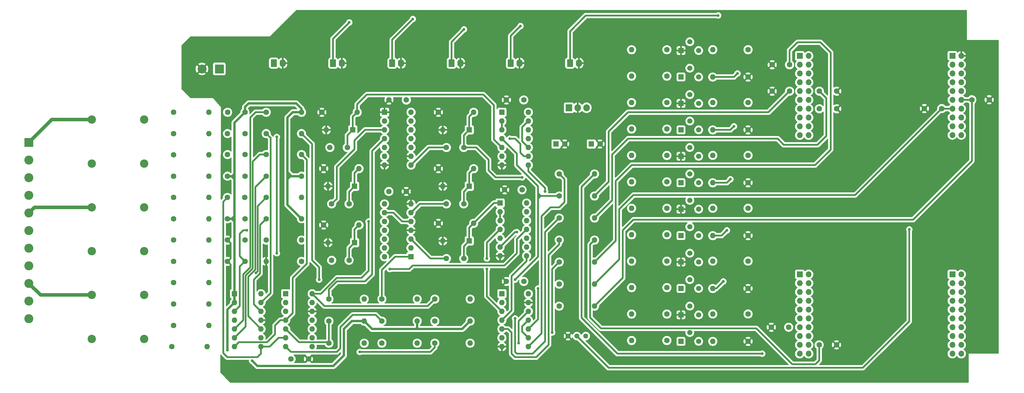
<source format=gbr>
%TF.GenerationSoftware,KiCad,Pcbnew,7.0.7*%
%TF.CreationDate,2023-09-20T11:02:48-05:00*%
%TF.ProjectId,SCR,5343522e-6b69-4636-9164-5f7063625858,rev?*%
%TF.SameCoordinates,Original*%
%TF.FileFunction,Copper,L1,Top*%
%TF.FilePolarity,Positive*%
%FSLAX46Y46*%
G04 Gerber Fmt 4.6, Leading zero omitted, Abs format (unit mm)*
G04 Created by KiCad (PCBNEW 7.0.7) date 2023-09-20 11:02:48*
%MOMM*%
%LPD*%
G01*
G04 APERTURE LIST*
G04 Aperture macros list*
%AMRoundRect*
0 Rectangle with rounded corners*
0 $1 Rounding radius*
0 $2 $3 $4 $5 $6 $7 $8 $9 X,Y pos of 4 corners*
0 Add a 4 corners polygon primitive as box body*
4,1,4,$2,$3,$4,$5,$6,$7,$8,$9,$2,$3,0*
0 Add four circle primitives for the rounded corners*
1,1,$1+$1,$2,$3*
1,1,$1+$1,$4,$5*
1,1,$1+$1,$6,$7*
1,1,$1+$1,$8,$9*
0 Add four rect primitives between the rounded corners*
20,1,$1+$1,$2,$3,$4,$5,0*
20,1,$1+$1,$4,$5,$6,$7,0*
20,1,$1+$1,$6,$7,$8,$9,0*
20,1,$1+$1,$8,$9,$2,$3,0*%
G04 Aperture macros list end*
%TA.AperFunction,ComponentPad*%
%ADD10C,1.600000*%
%TD*%
%TA.AperFunction,ComponentPad*%
%ADD11O,1.600000X1.600000*%
%TD*%
%TA.AperFunction,ComponentPad*%
%ADD12R,1.600000X1.600000*%
%TD*%
%TA.AperFunction,ComponentPad*%
%ADD13R,1.905000X2.000000*%
%TD*%
%TA.AperFunction,ComponentPad*%
%ADD14O,1.905000X2.000000*%
%TD*%
%TA.AperFunction,ComponentPad*%
%ADD15R,1.500000X1.500000*%
%TD*%
%TA.AperFunction,ComponentPad*%
%ADD16C,1.500000*%
%TD*%
%TA.AperFunction,ComponentPad*%
%ADD17R,2.600000X2.600000*%
%TD*%
%TA.AperFunction,ComponentPad*%
%ADD18C,2.600000*%
%TD*%
%TA.AperFunction,ComponentPad*%
%ADD19R,1.700000X1.700000*%
%TD*%
%TA.AperFunction,ComponentPad*%
%ADD20O,1.700000X1.700000*%
%TD*%
%TA.AperFunction,ComponentPad*%
%ADD21C,2.400000*%
%TD*%
%TA.AperFunction,ComponentPad*%
%ADD22RoundRect,0.250000X-0.620000X-0.845000X0.620000X-0.845000X0.620000X0.845000X-0.620000X0.845000X0*%
%TD*%
%TA.AperFunction,ComponentPad*%
%ADD23O,1.740000X2.190000*%
%TD*%
%TA.AperFunction,ComponentPad*%
%ADD24C,1.440000*%
%TD*%
%TA.AperFunction,ViaPad*%
%ADD25C,0.800000*%
%TD*%
%TA.AperFunction,Conductor*%
%ADD26C,1.000000*%
%TD*%
%TA.AperFunction,Conductor*%
%ADD27C,0.700000*%
%TD*%
%TA.AperFunction,Conductor*%
%ADD28C,0.500000*%
%TD*%
G04 APERTURE END LIST*
D10*
%TO.P,R10,1*%
%TO.N,Net-(R10-Pad1)*%
X119644000Y-173638629D03*
D11*
%TO.P,R10,2*%
%TO.N,Net-(C10-Pad2)*%
X129804000Y-173638629D03*
%TD*%
D10*
%TO.P,C8,1*%
%TO.N,Net-(C8-Pad1)*%
X135168000Y-130556000D03*
%TO.P,C8,2*%
%TO.N,Net-(C8-Pad2)*%
X140168000Y-130556000D03*
%TD*%
%TO.P,R30,1*%
%TO.N,GND*%
X162834000Y-134610000D03*
D11*
%TO.P,R30,2*%
%TO.N,Net-(C16-Pad1)*%
X172994000Y-134610000D03*
%TD*%
D10*
%TO.P,R54,1*%
%TO.N,GND*%
X284988000Y-138684000D03*
D11*
%TO.P,R54,2*%
%TO.N,Net-(J3-Pad1)*%
X274828000Y-138684000D03*
%TD*%
D10*
%TO.P,C13,1*%
%TO.N,Net-(C13-Pad1)*%
X140168000Y-161354267D03*
%TO.P,C13,2*%
%TO.N,GND*%
X135168000Y-161354267D03*
%TD*%
D12*
%TO.P,D6,1,K*%
%TO.N,Net-(C21-Pad1)*%
X171724000Y-155946000D03*
D11*
%TO.P,D6,2,A*%
%TO.N,GND*%
X164104000Y-155946000D03*
%TD*%
D13*
%TO.P,U8,1,IN*%
%TO.N,Net-(C35-Pad1)*%
X233415200Y-117064181D03*
D14*
%TO.P,U8,2,GND*%
%TO.N,GND*%
X235955200Y-117064181D03*
%TO.P,U8,3,OUT*%
%TO.N,/3.3V*%
X238495200Y-117064181D03*
%TD*%
D10*
%TO.P,R48,1*%
%TO.N,Net-(Q4-Pad3)*%
X261620000Y-115570000D03*
D11*
%TO.P,R48,2*%
%TO.N,Net-(Q3-Pad2)*%
X251460000Y-115570000D03*
%TD*%
D10*
%TO.P,R47,1*%
%TO.N,Net-(Q3-Pad2)*%
X261620000Y-123190000D03*
D11*
%TO.P,R47,2*%
%TO.N,/3.3V*%
X251460000Y-123190000D03*
%TD*%
D12*
%TO.P,D3,1,K*%
%TO.N,Net-(C18-Pad1)*%
X204734000Y-123439000D03*
D11*
%TO.P,D3,2,A*%
%TO.N,GND*%
X197114000Y-123439000D03*
%TD*%
D12*
%TO.P,U4,1*%
%TO.N,Net-(R24-Pad1)*%
X187960000Y-160020000D03*
D11*
%TO.P,U4,2*%
%TO.N,/3.3V*%
X187960000Y-157480000D03*
%TO.P,U4,3*%
%TO.N,Net-(C19-Pad2)*%
X187960000Y-154940000D03*
%TO.P,U4,4*%
%TO.N,GND*%
X187960000Y-152400000D03*
%TO.P,U4,5*%
%TO.N,Net-(R27-Pad1)*%
X187960000Y-149860000D03*
%TO.P,U4,6*%
%TO.N,Net-(C20-Pad2)*%
X187960000Y-147320000D03*
%TO.P,U4,7,GND*%
%TO.N,GND*%
X187960000Y-144780000D03*
%TO.P,U4,8*%
%TO.N,Net-(C21-Pad2)*%
X180340000Y-144780000D03*
%TO.P,U4,9*%
%TO.N,Net-(R27-Pad1)*%
X180340000Y-147320000D03*
%TO.P,U4,10*%
%TO.N,/3.3V*%
X180340000Y-149860000D03*
%TO.P,U4,11*%
%TO.N,N/C*%
X180340000Y-152400000D03*
%TO.P,U4,12*%
X180340000Y-154940000D03*
%TO.P,U4,13*%
X180340000Y-157480000D03*
%TO.P,U4,14,VCC*%
%TO.N,/3.3V*%
X180340000Y-160020000D03*
%TD*%
D10*
%TO.P,R62,1*%
%TO.N,GND*%
X284988000Y-169164000D03*
D11*
%TO.P,R62,2*%
%TO.N,Net-(J5-Pad1)*%
X274828000Y-169164000D03*
%TD*%
D10*
%TO.P,C10,1*%
%TO.N,Net-(C10-Pad1)*%
X135128000Y-142927724D03*
%TO.P,C10,2*%
%TO.N,Net-(C10-Pad2)*%
X140128000Y-142927724D03*
%TD*%
%TO.P,R25,1*%
%TO.N,Net-(R25-Pad1)*%
X179588000Y-178557000D03*
D11*
%TO.P,R25,2*%
%TO.N,/1.65V*%
X189748000Y-178557000D03*
%TD*%
D10*
%TO.P,R52,1*%
%TO.N,Net-(Q6-Pad3)*%
X261620000Y-130802000D03*
D11*
%TO.P,R52,2*%
%TO.N,Net-(Q5-Pad2)*%
X251460000Y-130802000D03*
%TD*%
D12*
%TO.P,D1,1,K*%
%TO.N,Net-(C16-Pad1)*%
X171724000Y-139690000D03*
D11*
%TO.P,D1,2,A*%
%TO.N,GND*%
X164104000Y-139690000D03*
%TD*%
D10*
%TO.P,R61,1*%
%TO.N,/EPWM5A*%
X284988000Y-161274000D03*
D11*
%TO.P,R61,2*%
%TO.N,Net-(Q10-Pad2)*%
X274828000Y-161274000D03*
%TD*%
D10*
%TO.P,R23,1*%
%TO.N,Net-(R22-Pad1)*%
X164348000Y-184907000D03*
D11*
%TO.P,R23,2*%
%TO.N,Net-(R21-Pad1)*%
X174508000Y-184907000D03*
%TD*%
D15*
%TO.P,Q1,1,E*%
%TO.N,/3.3V*%
X265684000Y-108204000D03*
D16*
%TO.P,Q1,2,B*%
%TO.N,Net-(Q1-Pad2)*%
X268224000Y-105664000D03*
%TO.P,Q1,3,C*%
%TO.N,Net-(J1-Pad1)*%
X270764000Y-108204000D03*
%TD*%
D10*
%TO.P,R55,1*%
%TO.N,Net-(Q7-Pad2)*%
X261620000Y-153662000D03*
D11*
%TO.P,R55,2*%
%TO.N,/3.3V*%
X251460000Y-153662000D03*
%TD*%
D10*
%TO.P,R24,1*%
%TO.N,Net-(R24-Pad1)*%
X179588000Y-172207000D03*
D11*
%TO.P,R24,2*%
%TO.N,/3.3V*%
X189748000Y-172207000D03*
%TD*%
D17*
%TO.P,J8,1,Pin_1*%
%TO.N,Net-(C1-Pad2)*%
X77998000Y-127067181D03*
D18*
%TO.P,J8,2,Pin_2*%
%TO.N,unconnected-(J8-Pad2)*%
X77998000Y-132147181D03*
%TO.P,J8,3,Pin_3*%
%TO.N,Net-(C6-Pad2)*%
X77998000Y-137227181D03*
%TO.P,J8,4,Pin_4*%
%TO.N,unconnected-(J8-Pad4)*%
X77998000Y-142307181D03*
%TO.P,J8,5,Pin_5*%
%TO.N,Net-(C2-Pad2)*%
X77998000Y-147387181D03*
%TO.P,J8,6,Pin_6*%
%TO.N,unconnected-(J8-Pad6)*%
X77998000Y-152467181D03*
%TO.P,J8,7,Pin_7*%
%TO.N,Net-(C3-Pad2)*%
X77998000Y-157547181D03*
%TO.P,J8,8,Pin_8*%
%TO.N,unconnected-(J8-Pad8)*%
X77998000Y-162627181D03*
%TO.P,J8,9,Pin_9*%
%TO.N,Net-(C4-Pad2)*%
X77998000Y-167707181D03*
%TO.P,J8,10,Pin_10*%
%TO.N,unconnected-(J8-Pad10)*%
X77998000Y-172787181D03*
%TO.P,J8,11,Pin_11*%
%TO.N,Net-(C5-Pad2)*%
X77998000Y-177867181D03*
%TD*%
D10*
%TO.P,C17,1*%
%TO.N,Net-(C17-Pad1)*%
X169632000Y-128524000D03*
%TO.P,C17,2*%
%TO.N,Net-(C17-Pad2)*%
X164632000Y-128524000D03*
%TD*%
%TO.P,R32,1*%
%TO.N,GND*%
X195844000Y-118359000D03*
D11*
%TO.P,R32,2*%
%TO.N,Net-(C18-Pad1)*%
X206004000Y-118359000D03*
%TD*%
D10*
%TO.P,R27,1*%
%TO.N,Net-(R27-Pad1)*%
X194828000Y-172207000D03*
D11*
%TO.P,R27,2*%
%TO.N,/3.3V*%
X204988000Y-172207000D03*
%TD*%
D10*
%TO.P,R56,1*%
%TO.N,Net-(Q8-Pad3)*%
X261620000Y-146042000D03*
D11*
%TO.P,R56,2*%
%TO.N,Net-(Q7-Pad2)*%
X251460000Y-146042000D03*
%TD*%
D10*
%TO.P,C15,1*%
%TO.N,/3.3V*%
X153456000Y-189484000D03*
%TO.P,C15,2*%
%TO.N,GND*%
X158456000Y-189484000D03*
%TD*%
%TO.P,C20,1*%
%TO.N,Net-(C20-Pad1)*%
X203160000Y-144780000D03*
%TO.P,C20,2*%
%TO.N,Net-(C20-Pad2)*%
X198160000Y-144780000D03*
%TD*%
D19*
%TO.P,J4-J2,1,Pin_1*%
%TO.N,/EPWM1A*%
X343789000Y-102065381D03*
D20*
%TO.P,J4-J2,2,Pin_2*%
%TO.N,GND*%
X346329000Y-102065381D03*
%TO.P,J4-J2,3,Pin_3*%
%TO.N,unconnected-(J4-J2-Pad3)*%
X343789000Y-104605381D03*
%TO.P,J4-J2,4,Pin_4*%
%TO.N,unconnected-(J4-J2-Pad4)*%
X346329000Y-104605381D03*
%TO.P,J4-J2,5,Pin_5*%
%TO.N,/EPWM2A*%
X343789000Y-107145381D03*
%TO.P,J4-J2,6,Pin_6*%
%TO.N,unconnected-(J4-J2-Pad6)*%
X346329000Y-107145381D03*
%TO.P,J4-J2,7,Pin_7*%
%TO.N,unconnected-(J4-J2-Pad7)*%
X343789000Y-109685381D03*
%TO.P,J4-J2,8,Pin_8*%
%TO.N,unconnected-(J4-J2-Pad8)*%
X346329000Y-109685381D03*
%TO.P,J4-J2,9,Pin_9*%
%TO.N,/EPWM3A*%
X343789000Y-112225381D03*
%TO.P,J4-J2,10,Pin_10*%
%TO.N,unconnected-(J4-J2-Pad10)*%
X346329000Y-112225381D03*
%TO.P,J4-J2,11,Pin_11*%
%TO.N,unconnected-(J4-J2-Pad11)*%
X343789000Y-114765381D03*
%TO.P,J4-J2,12,Pin_12*%
%TO.N,/GPIO16*%
X346329000Y-114765381D03*
%TO.P,J4-J2,13,Pin_13*%
%TO.N,/GPIO13*%
X343789000Y-117305381D03*
%TO.P,J4-J2,14,Pin_14*%
%TO.N,unconnected-(J4-J2-Pad14)*%
X346329000Y-117305381D03*
%TO.P,J4-J2,15,Pin_15*%
%TO.N,unconnected-(J4-J2-Pad15)*%
X343789000Y-119845381D03*
%TO.P,J4-J2,16,Pin_16*%
%TO.N,unconnected-(J4-J2-Pad16)*%
X346329000Y-119845381D03*
%TO.P,J4-J2,17,Pin_17*%
%TO.N,unconnected-(J4-J2-Pad17)*%
X343789000Y-122385381D03*
%TO.P,J4-J2,18,Pin_18*%
%TO.N,unconnected-(J4-J2-Pad18)*%
X346329000Y-122385381D03*
%TO.P,J4-J2,19,Pin_19*%
%TO.N,unconnected-(J4-J2-Pad19)*%
X343789000Y-124925381D03*
%TO.P,J4-J2,20,Pin_20*%
%TO.N,unconnected-(J4-J2-Pad20)*%
X346329000Y-124925381D03*
%TD*%
D10*
%TO.P,R31,1*%
%TO.N,GND*%
X162316000Y-118359000D03*
D11*
%TO.P,R31,2*%
%TO.N,Net-(C17-Pad1)*%
X172476000Y-118359000D03*
%TD*%
D15*
%TO.P,Q12,1,E*%
%TO.N,GND*%
X265684000Y-176784000D03*
D16*
%TO.P,Q12,2,B*%
%TO.N,Net-(Q12-Pad2)*%
X268224000Y-174244000D03*
%TO.P,Q12,3,C*%
%TO.N,Net-(Q12-Pad3)*%
X270764000Y-176784000D03*
%TD*%
D15*
%TO.P,Q11,1,E*%
%TO.N,/3.3V*%
X265684000Y-184404000D03*
D16*
%TO.P,Q11,2,B*%
%TO.N,Net-(Q11-Pad2)*%
X268224000Y-181864000D03*
%TO.P,Q11,3,C*%
%TO.N,Net-(J6-Pad1)*%
X270764000Y-184404000D03*
%TD*%
D10*
%TO.P,C9,1*%
%TO.N,/1.65V*%
X135168000Y-136785543D03*
%TO.P,C9,2*%
%TO.N,Net-(C9-Pad2)*%
X140168000Y-136785543D03*
%TD*%
%TO.P,R33,1*%
%TO.N,GND*%
X195844000Y-150363000D03*
D11*
%TO.P,R33,2*%
%TO.N,Net-(C19-Pad1)*%
X206004000Y-150363000D03*
%TD*%
D10*
%TO.P,C30,1*%
%TO.N,/3.3V*%
X186624000Y-114818000D03*
%TO.P,C30,2*%
%TO.N,GND*%
X181624000Y-114818000D03*
%TD*%
D12*
%TO.P,U2,1*%
%TO.N,Net-(R24-Pad1)*%
X151912000Y-170678000D03*
D11*
%TO.P,U2,2*%
%TO.N,Net-(R21-Pad1)*%
X151912000Y-173218000D03*
%TO.P,U2,3,V+*%
%TO.N,/3.3V*%
X151912000Y-175758000D03*
%TO.P,U2,4,-*%
%TO.N,Net-(C8-Pad1)*%
X151912000Y-178298000D03*
%TO.P,U2,5,+*%
%TO.N,Net-(R22-Pad1)*%
X151912000Y-180838000D03*
%TO.P,U2,6,-*%
%TO.N,Net-(C10-Pad1)*%
X151912000Y-183378000D03*
%TO.P,U2,7,+*%
%TO.N,Net-(R25-Pad1)*%
X151912000Y-185918000D03*
%TO.P,U2,8,-*%
%TO.N,Net-(C12-Pad1)*%
X159532000Y-185918000D03*
%TO.P,U2,9,+*%
%TO.N,Net-(R28-Pad1)*%
X159532000Y-183378000D03*
%TO.P,U2,10*%
%TO.N,N/C*%
X159532000Y-180838000D03*
%TO.P,U2,11*%
X159532000Y-178298000D03*
%TO.P,U2,12,V-*%
%TO.N,GND*%
X159532000Y-175758000D03*
%TO.P,U2,13*%
%TO.N,N/C*%
X159532000Y-173218000D03*
%TO.P,U2,14*%
%TO.N,Net-(R27-Pad1)*%
X159532000Y-170678000D03*
%TD*%
D10*
%TO.P,C31,1*%
%TO.N,/3.3V*%
X181604000Y-141198000D03*
%TO.P,C31,2*%
%TO.N,GND*%
X186604000Y-141198000D03*
%TD*%
D12*
%TO.P,D4,1,K*%
%TO.N,Net-(C19-Pad1)*%
X204734000Y-155443000D03*
D11*
%TO.P,D4,2,A*%
%TO.N,GND*%
X197114000Y-155443000D03*
%TD*%
D21*
%TO.P,C2,1*%
%TO.N,Net-(C2-Pad1)*%
X111126000Y-145780499D03*
%TO.P,C2,2*%
%TO.N,Net-(C2-Pad2)*%
X96126000Y-145780499D03*
%TD*%
D10*
%TO.P,R35,1*%
%TO.N,GND*%
X162834000Y-150866000D03*
D11*
%TO.P,R35,2*%
%TO.N,Net-(C21-Pad1)*%
X172994000Y-150866000D03*
%TD*%
D10*
%TO.P,R19,1*%
%TO.N,/3.3V*%
X146304000Y-155212086D03*
D11*
%TO.P,R19,2*%
%TO.N,Net-(C13-Pad1)*%
X156464000Y-155212086D03*
%TD*%
D10*
%TO.P,R44,1*%
%TO.N,Net-(Q2-Pad3)*%
X261620000Y-100330000D03*
D11*
%TO.P,R44,2*%
%TO.N,Net-(Q1-Pad2)*%
X251460000Y-100330000D03*
%TD*%
D21*
%TO.P,C1,1*%
%TO.N,Net-(C1-Pad1)*%
X111126000Y-120508833D03*
%TO.P,C1,2*%
%TO.N,Net-(C1-Pad2)*%
X96126000Y-120508833D03*
%TD*%
D19*
%TO.P,J8-J6,1,Pin_1*%
%TO.N,/EPWM4A*%
X343789000Y-165090381D03*
D20*
%TO.P,J8-J6,2,Pin_2*%
%TO.N,unconnected-(J8-J6-Pad2)*%
X346329000Y-165090381D03*
%TO.P,J8-J6,3,Pin_3*%
%TO.N,unconnected-(J8-J6-Pad3)*%
X343789000Y-167630381D03*
%TO.P,J8-J6,4,Pin_4*%
%TO.N,unconnected-(J8-J6-Pad4)*%
X346329000Y-167630381D03*
%TO.P,J8-J6,5,Pin_5*%
%TO.N,/EPWM5A*%
X343789000Y-170170381D03*
%TO.P,J8-J6,6,Pin_6*%
%TO.N,unconnected-(J8-J6-Pad6)*%
X346329000Y-170170381D03*
%TO.P,J8-J6,7,Pin_7*%
%TO.N,unconnected-(J8-J6-Pad7)*%
X343789000Y-172710381D03*
%TO.P,J8-J6,8,Pin_8*%
%TO.N,unconnected-(J8-J6-Pad8)*%
X346329000Y-172710381D03*
%TO.P,J8-J6,9,Pin_9*%
%TO.N,/EPWM6A*%
X343789000Y-175250381D03*
%TO.P,J8-J6,10,Pin_10*%
%TO.N,unconnected-(J8-J6-Pad10)*%
X346329000Y-175250381D03*
%TO.P,J8-J6,11,Pin_11*%
%TO.N,unconnected-(J8-J6-Pad11)*%
X343789000Y-177790381D03*
%TO.P,J8-J6,12,Pin_12*%
%TO.N,unconnected-(J8-J6-Pad12)*%
X346329000Y-177790381D03*
%TO.P,J8-J6,13,Pin_13*%
%TO.N,unconnected-(J8-J6-Pad13)*%
X343789000Y-180330381D03*
%TO.P,J8-J6,14,Pin_14*%
%TO.N,unconnected-(J8-J6-Pad14)*%
X346329000Y-180330381D03*
%TO.P,J8-J6,15,Pin_15*%
%TO.N,unconnected-(J8-J6-Pad15)*%
X343789000Y-182870381D03*
%TO.P,J8-J6,16,Pin_16*%
%TO.N,unconnected-(J8-J6-Pad16)*%
X346329000Y-182870381D03*
%TO.P,J8-J6,17,Pin_17*%
%TO.N,unconnected-(J8-J6-Pad17)*%
X343789000Y-185410381D03*
%TO.P,J8-J6,18,Pin_18*%
%TO.N,unconnected-(J8-J6-Pad18)*%
X346329000Y-185410381D03*
%TO.P,J8-J6,19,Pin_19*%
%TO.N,unconnected-(J8-J6-Pad19)*%
X343789000Y-187950381D03*
%TO.P,J8-J6,20,Pin_20*%
%TO.N,unconnected-(J8-J6-Pad20)*%
X346329000Y-187950381D03*
%TD*%
D10*
%TO.P,C33,1*%
%TO.N,/3.3V*%
X219924000Y-140716000D03*
%TO.P,C33,2*%
%TO.N,GND*%
X214924000Y-140716000D03*
%TD*%
%TO.P,R39,1*%
%TO.N,Net-(R39-Pad1)*%
X230632000Y-161544000D03*
D11*
%TO.P,R39,2*%
%TO.N,/ADCINA6*%
X240792000Y-161544000D03*
%TD*%
D10*
%TO.P,C34,1*%
%TO.N,/3.3V*%
X220432000Y-167132000D03*
%TO.P,C34,2*%
%TO.N,GND*%
X215432000Y-167132000D03*
%TD*%
%TO.P,R11,1*%
%TO.N,Net-(R11-Pad1)*%
X119136000Y-185923000D03*
D11*
%TO.P,R11,2*%
%TO.N,Net-(C11-Pad2)*%
X129296000Y-185923000D03*
%TD*%
D12*
%TO.P,U1,1*%
%TO.N,/1.65V*%
X137180000Y-170678000D03*
D11*
%TO.P,U1,2,-*%
X137180000Y-173218000D03*
%TO.P,U1,3,+*%
%TO.N,Net-(C13-Pad1)*%
X137180000Y-175758000D03*
%TO.P,U1,4,V+*%
%TO.N,/3.3V*%
X137180000Y-178298000D03*
%TO.P,U1,5,+*%
%TO.N,Net-(C7-Pad2)*%
X137180000Y-180838000D03*
%TO.P,U1,6,-*%
%TO.N,Net-(C8-Pad2)*%
X137180000Y-183378000D03*
%TO.P,U1,7*%
%TO.N,Net-(C8-Pad1)*%
X137180000Y-185918000D03*
%TO.P,U1,8*%
%TO.N,Net-(C10-Pad1)*%
X144800000Y-185918000D03*
%TO.P,U1,9,-*%
%TO.N,Net-(C10-Pad2)*%
X144800000Y-183378000D03*
%TO.P,U1,10,+*%
%TO.N,Net-(C9-Pad2)*%
X144800000Y-180838000D03*
%TO.P,U1,11,V-*%
%TO.N,GND*%
X144800000Y-178298000D03*
%TO.P,U1,12,+*%
%TO.N,Net-(C11-Pad2)*%
X144800000Y-175758000D03*
%TO.P,U1,13,-*%
%TO.N,Net-(C12-Pad2)*%
X144800000Y-173218000D03*
%TO.P,U1,14*%
%TO.N,Net-(C12-Pad1)*%
X144800000Y-170678000D03*
%TD*%
D15*
%TO.P,Q9,1,E*%
%TO.N,/3.3V*%
X265684000Y-169164000D03*
D16*
%TO.P,Q9,2,B*%
%TO.N,Net-(Q9-Pad2)*%
X268224000Y-166624000D03*
%TO.P,Q9,3,C*%
%TO.N,Net-(J5-Pad1)*%
X270764000Y-169164000D03*
%TD*%
D10*
%TO.P,R2,1*%
%TO.N,Net-(C2-Pad1)*%
X119644000Y-142927724D03*
D11*
%TO.P,R2,2*%
%TO.N,Net-(R2-Pad2)*%
X129804000Y-142927724D03*
%TD*%
D21*
%TO.P,C4,1*%
%TO.N,Net-(C4-Pad1)*%
X111126000Y-171052165D03*
%TO.P,C4,2*%
%TO.N,Net-(C4-Pad2)*%
X96126000Y-171052165D03*
%TD*%
D19*
%TO.P,J1-J3,1,Pin_1*%
%TO.N,unconnected-(J1-J3-Pad1)*%
X299861600Y-102115381D03*
D20*
%TO.P,J1-J3,2,Pin_2*%
%TO.N,unconnected-(J1-J3-Pad2)*%
X302401600Y-102115381D03*
%TO.P,J1-J3,3,Pin_3*%
%TO.N,/ADCINA6*%
X299861600Y-104655381D03*
%TO.P,J1-J3,4,Pin_4*%
%TO.N,unconnected-(J1-J3-Pad4)*%
X302401600Y-104655381D03*
%TO.P,J1-J3,5,Pin_5*%
%TO.N,unconnected-(J1-J3-Pad5)*%
X299861600Y-107195381D03*
%TO.P,J1-J3,6,Pin_6*%
%TO.N,unconnected-(J1-J3-Pad6)*%
X302401600Y-107195381D03*
%TO.P,J1-J3,7,Pin_7*%
%TO.N,unconnected-(J1-J3-Pad7)*%
X299861600Y-109735381D03*
%TO.P,J1-J3,8,Pin_8*%
%TO.N,unconnected-(J1-J3-Pad8)*%
X302401600Y-109735381D03*
%TO.P,J1-J3,9,Pin_9*%
%TO.N,/GPIO12*%
X299861600Y-112275381D03*
%TO.P,J1-J3,10,Pin_10*%
%TO.N,/ADCINA2*%
X302401600Y-112275381D03*
%TO.P,J1-J3,11,Pin_11*%
%TO.N,unconnected-(J1-J3-Pad11)*%
X299861600Y-114815381D03*
%TO.P,J1-J3,12,Pin_12*%
%TO.N,unconnected-(J1-J3-Pad12)*%
X302401600Y-114815381D03*
%TO.P,J1-J3,13,Pin_13*%
%TO.N,unconnected-(J1-J3-Pad13)*%
X299861600Y-117355381D03*
%TO.P,J1-J3,14,Pin_14*%
%TO.N,/ADCINA0*%
X302401600Y-117355381D03*
%TO.P,J1-J3,15,Pin_15*%
%TO.N,unconnected-(J1-J3-Pad15)*%
X299861600Y-119895381D03*
%TO.P,J1-J3,16,Pin_16*%
%TO.N,unconnected-(J1-J3-Pad16)*%
X302401600Y-119895381D03*
%TO.P,J1-J3,17,Pin_17*%
%TO.N,unconnected-(J1-J3-Pad17)*%
X299861600Y-122435381D03*
%TO.P,J1-J3,18,Pin_18*%
%TO.N,unconnected-(J1-J3-Pad18)*%
X302401600Y-122435381D03*
%TO.P,J1-J3,19,Pin_19*%
%TO.N,unconnected-(J1-J3-Pad19)*%
X299861600Y-124975381D03*
%TO.P,J1-J3,20,Pin_20*%
%TO.N,unconnected-(J1-J3-Pad20)*%
X302401600Y-124975381D03*
%TD*%
D10*
%TO.P,C18,1*%
%TO.N,Net-(C18-Pad1)*%
X203160000Y-128524000D03*
%TO.P,C18,2*%
%TO.N,Net-(C18-Pad2)*%
X198160000Y-128524000D03*
%TD*%
%TO.P,C24,1*%
%TO.N,GND*%
X291672000Y-180330381D03*
%TO.P,C24,2*%
%TO.N,/GPIO14*%
X296672000Y-180330381D03*
%TD*%
%TO.P,R28,1*%
%TO.N,Net-(R28-Pad1)*%
X194828000Y-178557000D03*
D11*
%TO.P,R28,2*%
%TO.N,/1.65V*%
X204988000Y-178557000D03*
%TD*%
D10*
%TO.P,R40,1*%
%TO.N,Net-(R40-Pad1)*%
X230632000Y-167894000D03*
D11*
%TO.P,R40,2*%
%TO.N,/GPIO13*%
X240792000Y-167894000D03*
%TD*%
D10*
%TO.P,R60,1*%
%TO.N,Net-(Q10-Pad3)*%
X261620000Y-161282000D03*
D11*
%TO.P,R60,2*%
%TO.N,Net-(Q9-Pad2)*%
X251460000Y-161282000D03*
%TD*%
D10*
%TO.P,R42,1*%
%TO.N,Net-(R42-Pad1)*%
X230632000Y-174244000D03*
D11*
%TO.P,R42,2*%
%TO.N,/GPIO16*%
X240792000Y-174244000D03*
%TD*%
D10*
%TO.P,C16,1*%
%TO.N,Net-(C16-Pad1)*%
X170140000Y-144770000D03*
%TO.P,C16,2*%
%TO.N,Net-(C16-Pad2)*%
X165140000Y-144770000D03*
%TD*%
%TO.P,C21,1*%
%TO.N,Net-(C21-Pad1)*%
X170140000Y-161026000D03*
%TO.P,C21,2*%
%TO.N,Net-(C21-Pad2)*%
X165140000Y-161026000D03*
%TD*%
D15*
%TO.P,Q10,1,E*%
%TO.N,GND*%
X265684000Y-161544000D03*
D16*
%TO.P,Q10,2,B*%
%TO.N,Net-(Q10-Pad2)*%
X268224000Y-159004000D03*
%TO.P,Q10,3,C*%
%TO.N,Net-(Q10-Pad3)*%
X270764000Y-161544000D03*
%TD*%
D10*
%TO.P,R18,1*%
%TO.N,Net-(C12-Pad2)*%
X146304000Y-124501181D03*
D11*
%TO.P,R18,2*%
%TO.N,Net-(C12-Pad1)*%
X156464000Y-124501181D03*
%TD*%
D10*
%TO.P,R7,1*%
%TO.N,Net-(R1-Pad2)*%
X119644000Y-124501181D03*
D11*
%TO.P,R7,2*%
%TO.N,Net-(C7-Pad2)*%
X129804000Y-124501181D03*
%TD*%
D10*
%TO.P,R43,1*%
%TO.N,Net-(Q1-Pad2)*%
X261620000Y-107950000D03*
D11*
%TO.P,R43,2*%
%TO.N,/3.3V*%
X251460000Y-107950000D03*
%TD*%
D10*
%TO.P,R17,1*%
%TO.N,Net-(C11-Pad2)*%
X146304000Y-149069905D03*
D11*
%TO.P,R17,2*%
%TO.N,/1.65V*%
X156464000Y-149069905D03*
%TD*%
D22*
%TO.P,J6,1,Pin_1*%
%TO.N,Net-(J6-Pad1)*%
X148478000Y-104217181D03*
D23*
%TO.P,J6,2,Pin_2*%
%TO.N,GND*%
X151018000Y-104217181D03*
%TD*%
D12*
%TO.P,U6,1*%
%TO.N,Net-(C19-Pad1)*%
X213624000Y-144521000D03*
D11*
%TO.P,U6,2*%
%TO.N,Net-(U6-Pad2)*%
X213624000Y-147061000D03*
%TO.P,U6,3*%
X213624000Y-149601000D03*
%TO.P,U6,4*%
%TO.N,Net-(R39-Pad1)*%
X213624000Y-152141000D03*
%TO.P,U6,5*%
%TO.N,Net-(C20-Pad1)*%
X213624000Y-154681000D03*
%TO.P,U6,6*%
%TO.N,Net-(U6-Pad6)*%
X213624000Y-157221000D03*
%TO.P,U6,7,VSS*%
%TO.N,GND*%
X213624000Y-159761000D03*
%TO.P,U6,8*%
%TO.N,Net-(R40-Pad1)*%
X221244000Y-159761000D03*
%TO.P,U6,9*%
%TO.N,Net-(U6-Pad6)*%
X221244000Y-157221000D03*
%TO.P,U6,10*%
%TO.N,Net-(U6-Pad10)*%
X221244000Y-154681000D03*
%TO.P,U6,11*%
%TO.N,Net-(C21-Pad1)*%
X221244000Y-152141000D03*
%TO.P,U6,12*%
%TO.N,Net-(R41-Pad1)*%
X221244000Y-149601000D03*
%TO.P,U6,13*%
%TO.N,Net-(U6-Pad10)*%
X221244000Y-147061000D03*
%TO.P,U6,14,VDD*%
%TO.N,/3.3V*%
X221244000Y-144521000D03*
%TD*%
D17*
%TO.P,J7,1,Pin_1*%
%TO.N,Net-(C35-Pad1)*%
X132812000Y-105862000D03*
D18*
%TO.P,J7,2,Pin_2*%
%TO.N,GND*%
X127812000Y-105862000D03*
%TD*%
D10*
%TO.P,R6,1*%
%TO.N,Net-(C6-Pad1)*%
X119644000Y-130643362D03*
D11*
%TO.P,R6,2*%
%TO.N,Net-(R12-Pad1)*%
X129804000Y-130643362D03*
%TD*%
D22*
%TO.P,J1,1,Pin_1*%
%TO.N,Net-(J1-Pad1)*%
X233728000Y-104217181D03*
D23*
%TO.P,J1,2,Pin_2*%
%TO.N,GND*%
X236268000Y-104217181D03*
%TD*%
D10*
%TO.P,R13,1*%
%TO.N,Net-(C7-Pad2)*%
X146304000Y-118359000D03*
D11*
%TO.P,R13,2*%
%TO.N,/1.65V*%
X156464000Y-118359000D03*
%TD*%
D10*
%TO.P,R5,1*%
%TO.N,Net-(C5-Pad1)*%
X119644000Y-179780810D03*
D11*
%TO.P,R5,2*%
%TO.N,Net-(R11-Pad1)*%
X129804000Y-179780810D03*
%TD*%
D10*
%TO.P,C12,1*%
%TO.N,Net-(C12-Pad1)*%
X135168000Y-124501181D03*
%TO.P,C12,2*%
%TO.N,Net-(C12-Pad2)*%
X140168000Y-124501181D03*
%TD*%
%TO.P,C7,1*%
%TO.N,/1.65V*%
X140198000Y-118359000D03*
%TO.P,C7,2*%
%TO.N,Net-(C7-Pad2)*%
X135198000Y-118359000D03*
%TD*%
%TO.P,R45,1*%
%TO.N,/EPWM1A*%
X284988000Y-100322000D03*
D11*
%TO.P,R45,2*%
%TO.N,Net-(Q2-Pad2)*%
X274828000Y-100322000D03*
%TD*%
D10*
%TO.P,R65,1*%
%TO.N,/EPWM6A*%
X284988000Y-176514000D03*
D11*
%TO.P,R65,2*%
%TO.N,Net-(Q12-Pad2)*%
X274828000Y-176514000D03*
%TD*%
D10*
%TO.P,C26,1*%
%TO.N,GND*%
X335729600Y-117305381D03*
%TO.P,C26,2*%
%TO.N,/GPIO13*%
X340729600Y-117305381D03*
%TD*%
D22*
%TO.P,J4,1,Pin_1*%
%TO.N,Net-(J4-Pad1)*%
X216678000Y-104217181D03*
D23*
%TO.P,J4,2,Pin_2*%
%TO.N,GND*%
X219218000Y-104217181D03*
%TD*%
D10*
%TO.P,R64,1*%
%TO.N,Net-(Q12-Pad3)*%
X261620000Y-176522000D03*
D11*
%TO.P,R64,2*%
%TO.N,Net-(Q11-Pad2)*%
X251460000Y-176522000D03*
%TD*%
D10*
%TO.P,R37,1*%
%TO.N,Net-(R37-Pad1)*%
X230632000Y-148844000D03*
D11*
%TO.P,R37,2*%
%TO.N,/ADCINA2*%
X240792000Y-148844000D03*
%TD*%
D21*
%TO.P,C6,1*%
%TO.N,Net-(C6-Pad1)*%
X111126000Y-133144666D03*
%TO.P,C6,2*%
%TO.N,Net-(C6-Pad2)*%
X96126000Y-133144666D03*
%TD*%
D12*
%TO.P,D5,1,K*%
%TO.N,Net-(C20-Pad1)*%
X204734000Y-139695000D03*
D11*
%TO.P,D5,2,A*%
%TO.N,GND*%
X197114000Y-139695000D03*
%TD*%
D21*
%TO.P,C3,1*%
%TO.N,Net-(C3-Pad1)*%
X111126000Y-158416332D03*
%TO.P,C3,2*%
%TO.N,Net-(C3-Pad2)*%
X96126000Y-158416332D03*
%TD*%
D10*
%TO.P,R1,1*%
%TO.N,Net-(C1-Pad1)*%
X119644000Y-118359000D03*
D11*
%TO.P,R1,2*%
%TO.N,Net-(R1-Pad2)*%
X129804000Y-118359000D03*
%TD*%
D10*
%TO.P,C23,1*%
%TO.N,GND*%
X310500400Y-112275381D03*
%TO.P,C23,2*%
%TO.N,/ADCINA2*%
X305500400Y-112275381D03*
%TD*%
D15*
%TO.P,Q3,1,E*%
%TO.N,/3.3V*%
X265684000Y-123444000D03*
D16*
%TO.P,Q3,2,B*%
%TO.N,Net-(Q3-Pad2)*%
X268224000Y-120904000D03*
%TO.P,Q3,3,C*%
%TO.N,Net-(J2-Pad1)*%
X270764000Y-123444000D03*
%TD*%
D10*
%TO.P,R29,1*%
%TO.N,Net-(R28-Pad1)*%
X194828000Y-184907000D03*
D11*
%TO.P,R29,2*%
%TO.N,Net-(R27-Pad1)*%
X204988000Y-184907000D03*
%TD*%
D10*
%TO.P,R12,1*%
%TO.N,Net-(R12-Pad1)*%
X119644000Y-136785543D03*
D11*
%TO.P,R12,2*%
%TO.N,Net-(C12-Pad2)*%
X129804000Y-136785543D03*
%TD*%
D22*
%TO.P,J2,1,Pin_1*%
%TO.N,Net-(J2-Pad1)*%
X182578000Y-104217181D03*
D23*
%TO.P,J2,2,Pin_2*%
%TO.N,GND*%
X185118000Y-104217181D03*
%TD*%
D15*
%TO.P,Q8,1,E*%
%TO.N,GND*%
X265684000Y-146304000D03*
D16*
%TO.P,Q8,2,B*%
%TO.N,Net-(Q8-Pad2)*%
X268224000Y-143764000D03*
%TO.P,Q8,3,C*%
%TO.N,Net-(Q8-Pad3)*%
X270764000Y-146304000D03*
%TD*%
D19*
%TO.P,J5-J7,1,Pin_1*%
%TO.N,unconnected-(J5-J7-Pad1)*%
X299861600Y-165090381D03*
D20*
%TO.P,J5-J7,2,Pin_2*%
%TO.N,unconnected-(J5-J7-Pad2)*%
X302401600Y-165090381D03*
%TO.P,J5-J7,3,Pin_3*%
%TO.N,unconnected-(J5-J7-Pad3)*%
X299861600Y-167630381D03*
%TO.P,J5-J7,4,Pin_4*%
%TO.N,unconnected-(J5-J7-Pad4)*%
X302401600Y-167630381D03*
%TO.P,J5-J7,5,Pin_5*%
%TO.N,unconnected-(J5-J7-Pad5)*%
X299861600Y-170170381D03*
%TO.P,J5-J7,6,Pin_6*%
%TO.N,unconnected-(J5-J7-Pad6)*%
X302401600Y-170170381D03*
%TO.P,J5-J7,7,Pin_7*%
%TO.N,unconnected-(J5-J7-Pad7)*%
X299861600Y-172710381D03*
%TO.P,J5-J7,8,Pin_8*%
%TO.N,unconnected-(J5-J7-Pad8)*%
X302401600Y-172710381D03*
%TO.P,J5-J7,9,Pin_9*%
%TO.N,unconnected-(J5-J7-Pad9)*%
X299861600Y-175250381D03*
%TO.P,J5-J7,10,Pin_10*%
%TO.N,unconnected-(J5-J7-Pad10)*%
X302401600Y-175250381D03*
%TO.P,J5-J7,11,Pin_11*%
%TO.N,unconnected-(J5-J7-Pad11)*%
X299861600Y-177790381D03*
%TO.P,J5-J7,12,Pin_12*%
%TO.N,unconnected-(J5-J7-Pad12)*%
X302401600Y-177790381D03*
%TO.P,J5-J7,13,Pin_13*%
%TO.N,/GPIO14*%
X299861600Y-180330381D03*
%TO.P,J5-J7,14,Pin_14*%
%TO.N,unconnected-(J5-J7-Pad14)*%
X302401600Y-180330381D03*
%TO.P,J5-J7,15,Pin_15*%
%TO.N,unconnected-(J5-J7-Pad15)*%
X299861600Y-182870381D03*
%TO.P,J5-J7,16,Pin_16*%
%TO.N,unconnected-(J5-J7-Pad16)*%
X302401600Y-182870381D03*
%TO.P,J5-J7,17,Pin_17*%
%TO.N,unconnected-(J5-J7-Pad17)*%
X299861600Y-185410381D03*
%TO.P,J5-J7,18,Pin_18*%
%TO.N,/ADCINA4*%
X302401600Y-185410381D03*
%TO.P,J5-J7,19,Pin_19*%
%TO.N,unconnected-(J5-J7-Pad19)*%
X299861600Y-187950381D03*
%TO.P,J5-J7,20,Pin_20*%
%TO.N,unconnected-(J5-J7-Pad20)*%
X302401600Y-187950381D03*
%TD*%
D15*
%TO.P,Q5,1,E*%
%TO.N,/3.3V*%
X265684000Y-138684000D03*
D16*
%TO.P,Q5,2,B*%
%TO.N,Net-(Q5-Pad2)*%
X268224000Y-136144000D03*
%TO.P,Q5,3,C*%
%TO.N,Net-(J3-Pad1)*%
X270764000Y-138684000D03*
%TD*%
D10*
%TO.P,R20,1*%
%TO.N,Net-(C13-Pad1)*%
X156464000Y-161354267D03*
D11*
%TO.P,R20,2*%
%TO.N,GND*%
X146304000Y-161354267D03*
%TD*%
D10*
%TO.P,R36,1*%
%TO.N,Net-(R36-Pad1)*%
X230632000Y-142494000D03*
D11*
%TO.P,R36,2*%
%TO.N,/GPIO12*%
X240792000Y-142494000D03*
%TD*%
D10*
%TO.P,R15,1*%
%TO.N,Net-(C9-Pad2)*%
X146304000Y-136785543D03*
D11*
%TO.P,R15,2*%
%TO.N,/1.65V*%
X156464000Y-136785543D03*
%TD*%
D10*
%TO.P,R9,1*%
%TO.N,Net-(R3-Pad2)*%
X119644000Y-161354267D03*
D11*
%TO.P,R9,2*%
%TO.N,Net-(C9-Pad2)*%
X129804000Y-161354267D03*
%TD*%
D10*
%TO.P,R46,1*%
%TO.N,GND*%
X284988000Y-108204000D03*
D11*
%TO.P,R46,2*%
%TO.N,Net-(J1-Pad1)*%
X274828000Y-108204000D03*
%TD*%
D22*
%TO.P,J5,1,Pin_1*%
%TO.N,Net-(J5-Pad1)*%
X199628000Y-104217181D03*
D23*
%TO.P,J5,2,Pin_2*%
%TO.N,GND*%
X202168000Y-104217181D03*
%TD*%
D24*
%TO.P,RV1,1,1*%
%TO.N,/3.3V*%
X238252000Y-182880000D03*
%TO.P,RV1,2,2*%
%TO.N,/ADCINA0*%
X235712000Y-182880000D03*
%TO.P,RV1,3,3*%
%TO.N,GND*%
X233172000Y-182880000D03*
%TD*%
D10*
%TO.P,R22,1*%
%TO.N,Net-(R22-Pad1)*%
X164348000Y-178557000D03*
D11*
%TO.P,R22,2*%
%TO.N,/1.65V*%
X174508000Y-178557000D03*
%TD*%
D10*
%TO.P,C29,1*%
%TO.N,/ADCINA0*%
X305500400Y-117355381D03*
%TO.P,C29,2*%
%TO.N,GND*%
X310500400Y-117355381D03*
%TD*%
%TO.P,R58,1*%
%TO.N,GND*%
X284988000Y-153924000D03*
D11*
%TO.P,R58,2*%
%TO.N,Net-(J4-Pad1)*%
X274828000Y-153924000D03*
%TD*%
D12*
%TO.P,C35,1*%
%TO.N,Net-(C35-Pad1)*%
X229713621Y-127508000D03*
D10*
%TO.P,C35,2*%
%TO.N,GND*%
X232213621Y-127508000D03*
%TD*%
%TO.P,C11,1*%
%TO.N,/1.65V*%
X135168000Y-149069905D03*
%TO.P,C11,2*%
%TO.N,Net-(C11-Pad2)*%
X140168000Y-149069905D03*
%TD*%
%TO.P,R50,1*%
%TO.N,GND*%
X284988000Y-123444000D03*
D11*
%TO.P,R50,2*%
%TO.N,Net-(J2-Pad1)*%
X274828000Y-123444000D03*
%TD*%
D10*
%TO.P,C19,1*%
%TO.N,Net-(C19-Pad1)*%
X203160000Y-160528000D03*
%TO.P,C19,2*%
%TO.N,Net-(C19-Pad2)*%
X198160000Y-160528000D03*
%TD*%
%TO.P,C28,1*%
%TO.N,GND*%
X354394800Y-114765381D03*
%TO.P,C28,2*%
%TO.N,/GPIO16*%
X349394800Y-114765381D03*
%TD*%
%TO.P,R49,1*%
%TO.N,/EPWM2A*%
X284988000Y-115562000D03*
D11*
%TO.P,R49,2*%
%TO.N,Net-(Q4-Pad2)*%
X274828000Y-115562000D03*
%TD*%
D12*
%TO.P,U7,1*%
%TO.N,Net-(R36-Pad1)*%
X214132000Y-170683000D03*
D11*
%TO.P,U7,2*%
%TO.N,Net-(R37-Pad1)*%
X214132000Y-173223000D03*
%TO.P,U7,3*%
%TO.N,Net-(R39-Pad1)*%
X214132000Y-175763000D03*
%TO.P,U7,4*%
%TO.N,Net-(R40-Pad1)*%
X214132000Y-178303000D03*
%TO.P,U7,5*%
%TO.N,Net-(R41-Pad1)*%
X214132000Y-180843000D03*
%TO.P,U7,6*%
%TO.N,Net-(U7-Pad12)*%
X214132000Y-183383000D03*
%TO.P,U7,7,VSS*%
%TO.N,GND*%
X214132000Y-185923000D03*
%TO.P,U7,8*%
%TO.N,Net-(R38-Pad1)*%
X221752000Y-185923000D03*
%TO.P,U7,9*%
%TO.N,Net-(U7-Pad11)*%
X221752000Y-183383000D03*
%TO.P,U7,10*%
%TO.N,Net-(R42-Pad1)*%
X221752000Y-180843000D03*
%TO.P,U7,11*%
%TO.N,Net-(U7-Pad11)*%
X221752000Y-178303000D03*
%TO.P,U7,12*%
%TO.N,Net-(U7-Pad12)*%
X221752000Y-175763000D03*
%TO.P,U7,13*%
%TO.N,GND*%
X221752000Y-173223000D03*
%TO.P,U7,14,VDD*%
%TO.N,/3.3V*%
X221752000Y-170683000D03*
%TD*%
D15*
%TO.P,Q4,1,E*%
%TO.N,GND*%
X265684000Y-115824000D03*
D16*
%TO.P,Q4,2,B*%
%TO.N,Net-(Q4-Pad2)*%
X268224000Y-113284000D03*
%TO.P,Q4,3,C*%
%TO.N,Net-(Q4-Pad3)*%
X270764000Y-115824000D03*
%TD*%
D10*
%TO.P,R8,1*%
%TO.N,Net-(R2-Pad2)*%
X119644000Y-149069905D03*
D11*
%TO.P,R8,2*%
%TO.N,Net-(C8-Pad2)*%
X129804000Y-149069905D03*
%TD*%
D10*
%TO.P,R57,1*%
%TO.N,/EPWM4A*%
X284988000Y-146034000D03*
D11*
%TO.P,R57,2*%
%TO.N,Net-(Q8-Pad2)*%
X274828000Y-146034000D03*
%TD*%
D21*
%TO.P,C5,1*%
%TO.N,Net-(C5-Pad1)*%
X111126000Y-183688000D03*
%TO.P,C5,2*%
%TO.N,Net-(C5-Pad2)*%
X96126000Y-183688000D03*
%TD*%
D10*
%TO.P,R41,1*%
%TO.N,Net-(R41-Pad1)*%
X230632000Y-155194000D03*
D11*
%TO.P,R41,2*%
%TO.N,/ADCINA4*%
X240792000Y-155194000D03*
%TD*%
D10*
%TO.P,R34,1*%
%TO.N,GND*%
X195844000Y-134615000D03*
D11*
%TO.P,R34,2*%
%TO.N,Net-(C20-Pad1)*%
X206004000Y-134615000D03*
%TD*%
D10*
%TO.P,C32,1*%
%TO.N,/3.3V*%
X220432000Y-114808000D03*
%TO.P,C32,2*%
%TO.N,GND*%
X215432000Y-114808000D03*
%TD*%
%TO.P,R3,1*%
%TO.N,Net-(C3-Pad1)*%
X119644000Y-155212086D03*
D11*
%TO.P,R3,2*%
%TO.N,Net-(R3-Pad2)*%
X129804000Y-155212086D03*
%TD*%
D10*
%TO.P,R4,1*%
%TO.N,Net-(C4-Pad1)*%
X119644000Y-167496448D03*
D11*
%TO.P,R4,2*%
%TO.N,Net-(R10-Pad1)*%
X129804000Y-167496448D03*
%TD*%
D12*
%TO.P,U5,1*%
%TO.N,Net-(C16-Pad1)*%
X214132000Y-118359000D03*
D11*
%TO.P,U5,2*%
%TO.N,Net-(U5-Pad2)*%
X214132000Y-120899000D03*
%TO.P,U5,3*%
X214132000Y-123439000D03*
%TO.P,U5,4*%
%TO.N,Net-(R36-Pad1)*%
X214132000Y-125979000D03*
%TO.P,U5,5*%
%TO.N,Net-(C17-Pad1)*%
X214132000Y-128519000D03*
%TO.P,U5,6*%
%TO.N,Net-(U5-Pad6)*%
X214132000Y-131059000D03*
%TO.P,U5,7,VSS*%
%TO.N,GND*%
X214132000Y-133599000D03*
%TO.P,U5,8*%
%TO.N,Net-(R37-Pad1)*%
X221752000Y-133599000D03*
%TO.P,U5,9*%
%TO.N,Net-(U5-Pad6)*%
X221752000Y-131059000D03*
%TO.P,U5,10*%
%TO.N,Net-(U5-Pad10)*%
X221752000Y-128519000D03*
%TO.P,U5,11*%
%TO.N,Net-(C18-Pad1)*%
X221752000Y-125979000D03*
%TO.P,U5,12*%
%TO.N,Net-(R38-Pad1)*%
X221752000Y-123439000D03*
%TO.P,U5,13*%
%TO.N,Net-(U5-Pad10)*%
X221752000Y-120899000D03*
%TO.P,U5,14,VDD*%
%TO.N,/3.3V*%
X221752000Y-118359000D03*
%TD*%
D10*
%TO.P,R26,1*%
%TO.N,Net-(R25-Pad1)*%
X179588000Y-184907000D03*
D11*
%TO.P,R26,2*%
%TO.N,Net-(R24-Pad1)*%
X189748000Y-184907000D03*
%TD*%
D10*
%TO.P,C27,1*%
%TO.N,GND*%
X310449600Y-185410381D03*
%TO.P,C27,2*%
%TO.N,/ADCINA4*%
X305449600Y-185410381D03*
%TD*%
%TO.P,R14,1*%
%TO.N,Net-(C8-Pad2)*%
X146304000Y-130556000D03*
D11*
%TO.P,R14,2*%
%TO.N,Net-(C8-Pad1)*%
X156464000Y-130556000D03*
%TD*%
D10*
%TO.P,R51,1*%
%TO.N,Net-(Q5-Pad2)*%
X261620000Y-138422000D03*
D11*
%TO.P,R51,2*%
%TO.N,/3.3V*%
X251460000Y-138422000D03*
%TD*%
D12*
%TO.P,U3,1*%
%TO.N,GND*%
X180360000Y-118354000D03*
D11*
%TO.P,U3,2*%
%TO.N,Net-(R21-Pad1)*%
X180360000Y-120894000D03*
%TO.P,U3,3*%
%TO.N,Net-(C16-Pad2)*%
X180360000Y-123434000D03*
%TO.P,U3,4*%
%TO.N,Net-(R21-Pad1)*%
X180360000Y-125974000D03*
%TO.P,U3,5*%
%TO.N,/3.3V*%
X180360000Y-128514000D03*
%TO.P,U3,6*%
%TO.N,Net-(C17-Pad2)*%
X180360000Y-131054000D03*
%TO.P,U3,7,GND*%
%TO.N,GND*%
X180360000Y-133594000D03*
%TO.P,U3,8*%
%TO.N,Net-(C18-Pad2)*%
X187980000Y-133594000D03*
%TO.P,U3,9*%
%TO.N,GND*%
X187980000Y-131054000D03*
%TO.P,U3,10*%
%TO.N,Net-(R24-Pad1)*%
X187980000Y-128514000D03*
%TO.P,U3,11*%
%TO.N,N/C*%
X187980000Y-125974000D03*
%TO.P,U3,12*%
X187980000Y-123434000D03*
%TO.P,U3,13*%
X187980000Y-120894000D03*
%TO.P,U3,14,VCC*%
%TO.N,/3.3V*%
X187980000Y-118354000D03*
%TD*%
D10*
%TO.P,R59,1*%
%TO.N,Net-(Q9-Pad2)*%
X261620000Y-168902000D03*
D11*
%TO.P,R59,2*%
%TO.N,/3.3V*%
X251460000Y-168902000D03*
%TD*%
D12*
%TO.P,C36,1*%
%TO.N,/3.3V*%
X239873621Y-127508000D03*
D10*
%TO.P,C36,2*%
%TO.N,GND*%
X242373621Y-127508000D03*
%TD*%
%TO.P,C22,1*%
%TO.N,GND*%
X291926000Y-112275381D03*
%TO.P,C22,2*%
%TO.N,/GPIO12*%
X296926000Y-112275381D03*
%TD*%
%TO.P,C25,1*%
%TO.N,GND*%
X291926000Y-104655381D03*
%TO.P,C25,2*%
%TO.N,/ADCINA6*%
X296926000Y-104655381D03*
%TD*%
D15*
%TO.P,Q6,1,E*%
%TO.N,GND*%
X265684000Y-131064000D03*
D16*
%TO.P,Q6,2,B*%
%TO.N,Net-(Q6-Pad2)*%
X268224000Y-128524000D03*
%TO.P,Q6,3,C*%
%TO.N,Net-(Q6-Pad3)*%
X270764000Y-131064000D03*
%TD*%
D10*
%TO.P,R66,1*%
%TO.N,GND*%
X284988000Y-184404000D03*
D11*
%TO.P,R66,2*%
%TO.N,Net-(J6-Pad1)*%
X274828000Y-184404000D03*
%TD*%
D15*
%TO.P,Q2,1,E*%
%TO.N,GND*%
X265684000Y-100584000D03*
D16*
%TO.P,Q2,2,B*%
%TO.N,Net-(Q2-Pad2)*%
X268224000Y-98044000D03*
%TO.P,Q2,3,C*%
%TO.N,Net-(Q2-Pad3)*%
X270764000Y-100584000D03*
%TD*%
D10*
%TO.P,R38,1*%
%TO.N,Net-(R38-Pad1)*%
X230632000Y-136144000D03*
D11*
%TO.P,R38,2*%
%TO.N,/GPIO14*%
X240792000Y-136144000D03*
%TD*%
D10*
%TO.P,R21,1*%
%TO.N,Net-(R21-Pad1)*%
X164348000Y-172207000D03*
D11*
%TO.P,R21,2*%
%TO.N,/3.3V*%
X174508000Y-172207000D03*
%TD*%
D10*
%TO.P,C14,1*%
%TO.N,/3.3V*%
X140168000Y-155212086D03*
%TO.P,C14,2*%
%TO.N,GND*%
X135168000Y-155212086D03*
%TD*%
D22*
%TO.P,J3,1,Pin_1*%
%TO.N,Net-(J3-Pad1)*%
X165528000Y-104217181D03*
D23*
%TO.P,J3,2,Pin_2*%
%TO.N,GND*%
X168068000Y-104217181D03*
%TD*%
D15*
%TO.P,Q7,1,E*%
%TO.N,/3.3V*%
X265684000Y-153924000D03*
D16*
%TO.P,Q7,2,B*%
%TO.N,Net-(Q7-Pad2)*%
X268224000Y-151384000D03*
%TO.P,Q7,3,C*%
%TO.N,Net-(J4-Pad1)*%
X270764000Y-153924000D03*
%TD*%
D10*
%TO.P,R63,1*%
%TO.N,Net-(Q11-Pad2)*%
X261620000Y-184142000D03*
D11*
%TO.P,R63,2*%
%TO.N,/3.3V*%
X251460000Y-184142000D03*
%TD*%
D10*
%TO.P,R53,1*%
%TO.N,/EPWM3A*%
X284988000Y-130794000D03*
D11*
%TO.P,R53,2*%
%TO.N,Net-(Q6-Pad2)*%
X274828000Y-130794000D03*
%TD*%
D10*
%TO.P,R16,1*%
%TO.N,Net-(C10-Pad2)*%
X146304000Y-142927724D03*
D11*
%TO.P,R16,2*%
%TO.N,Net-(C10-Pad1)*%
X156464000Y-142927724D03*
%TD*%
D12*
%TO.P,D2,1,K*%
%TO.N,Net-(C17-Pad1)*%
X171206000Y-123439000D03*
D11*
%TO.P,D2,2,A*%
%TO.N,GND*%
X163586000Y-123439000D03*
%TD*%
D25*
%TO.N,/1.65V*%
X135128000Y-186944000D03*
X142240000Y-189992000D03*
%TO.N,Net-(C10-Pad2)*%
X143348688Y-164684688D03*
%TO.N,Net-(C12-Pad1)*%
X149352000Y-125476000D03*
X149352000Y-159004000D03*
X161544000Y-166624000D03*
%TO.N,Net-(C13-Pad1)*%
X140716000Y-152400000D03*
%TO.N,Net-(C18-Pad1)*%
X219964000Y-137160000D03*
%TO.N,Net-(C21-Pad1)*%
X181864000Y-163576000D03*
%TO.N,/GPIO14*%
X289052000Y-187960000D03*
%TO.N,/ADCINA0*%
X331408400Y-152136381D03*
%TO.N,Net-(R27-Pad1)*%
X175768000Y-149860000D03*
%TO.N,Net-(R28-Pad1)*%
X173228000Y-187452000D03*
%TO.N,Net-(R36-Pad1)*%
X217932000Y-166624000D03*
%TO.N,Net-(R37-Pad1)*%
X217932000Y-177800000D03*
X226568000Y-141224000D03*
%TO.N,Net-(R39-Pad1)*%
X228600000Y-181864000D03*
X209804000Y-163576000D03*
X209804000Y-160528000D03*
%TO.N,Net-(R42-Pad1)*%
X224536000Y-169164000D03*
%TO.N,Net-(U5-Pad6)*%
X216408000Y-125984000D03*
%TO.N,Net-(U6-Pad6)*%
X218440000Y-152908000D03*
%TO.N,Net-(U7-Pad12)*%
X218948000Y-184912000D03*
%TO.N,Net-(J1-Pad1)*%
X276392000Y-90465181D03*
X281940000Y-107188000D03*
%TO.N,Net-(J2-Pad1)*%
X188508000Y-91481181D03*
X280924000Y-122428000D03*
%TO.N,Net-(J3-Pad1)*%
X170220000Y-92467181D03*
X279908000Y-137668000D03*
%TO.N,Net-(J4-Pad1)*%
X278892000Y-152400000D03*
X219496000Y-93513181D03*
%TO.N,Net-(J5-Pad1)*%
X277876000Y-167132000D03*
X203240000Y-94467181D03*
%TD*%
D26*
%TO.N,Net-(C1-Pad2)*%
X96126000Y-120508833D02*
X84556348Y-120508833D01*
X84556348Y-120508833D02*
X77998000Y-127067181D01*
%TO.N,Net-(C2-Pad2)*%
X96126000Y-145780499D02*
X79604682Y-145780499D01*
X79604682Y-145780499D02*
X77998000Y-147387181D01*
%TO.N,Net-(C4-Pad2)*%
X96126000Y-171052165D02*
X81342984Y-171052165D01*
X81342984Y-171052165D02*
X77998000Y-167707181D01*
D27*
%TO.N,/1.65V*%
X189992000Y-180848000D02*
X202697000Y-180848000D01*
X168656000Y-180848000D02*
X170947000Y-178557000D01*
X136426095Y-149069905D02*
X136934095Y-149069905D01*
X152400000Y-135636000D02*
X152400000Y-136652000D01*
X152400000Y-119888000D02*
X152400000Y-135636000D01*
X165608000Y-191516000D02*
X168656000Y-188468000D01*
X170947000Y-178557000D02*
X174508000Y-178557000D01*
X176799000Y-180848000D02*
X189992000Y-180848000D01*
X143764000Y-191516000D02*
X165608000Y-191516000D01*
X202697000Y-180848000D02*
X204988000Y-178557000D01*
X152400000Y-135636000D02*
X153549543Y-136785543D01*
X137180000Y-136164000D02*
X137180000Y-121377000D01*
X137180000Y-148316000D02*
X136426095Y-149069905D01*
X141224000Y-115824000D02*
X140198000Y-116850000D01*
X136934095Y-149069905D02*
X137180000Y-148824000D01*
X137180000Y-173218000D02*
X137180000Y-170678000D01*
X156464000Y-118359000D02*
X156464000Y-117348000D01*
X137180000Y-149880000D02*
X137180000Y-148824000D01*
X137180000Y-173218000D02*
X135128000Y-175270000D01*
X189992000Y-180848000D02*
X189748000Y-180604000D01*
X136426095Y-149069905D02*
X136426095Y-149126095D01*
X153549543Y-136785543D02*
X153790457Y-136785543D01*
X135168000Y-136785543D02*
X136558457Y-136785543D01*
X153790457Y-136785543D02*
X153282457Y-136785543D01*
X152400000Y-136652000D02*
X152400000Y-137668000D01*
X142240000Y-189992000D02*
X143764000Y-191516000D01*
X153282457Y-136785543D02*
X152400000Y-137668000D01*
X168656000Y-188468000D02*
X168656000Y-180848000D01*
X174508000Y-178557000D02*
X176799000Y-180848000D01*
X152400000Y-137668000D02*
X152400000Y-145005905D01*
X137180000Y-121377000D02*
X140198000Y-118359000D01*
X136558457Y-136785543D02*
X137180000Y-136164000D01*
X136426095Y-149126095D02*
X137180000Y-149880000D01*
X136558457Y-137026457D02*
X137180000Y-137648000D01*
X153282457Y-136785543D02*
X152533543Y-136785543D01*
X156464000Y-136785543D02*
X153790457Y-136785543D01*
X135128000Y-175270000D02*
X135128000Y-186944000D01*
X152533543Y-136785543D02*
X152400000Y-136652000D01*
X137180000Y-137648000D02*
X137180000Y-136164000D01*
X154940000Y-115824000D02*
X141224000Y-115824000D01*
X135168000Y-149069905D02*
X136426095Y-149069905D01*
X156464000Y-117348000D02*
X154940000Y-115824000D01*
X137180000Y-170678000D02*
X137180000Y-149880000D01*
X137180000Y-148316000D02*
X137180000Y-137648000D01*
X153929000Y-118359000D02*
X152400000Y-119888000D01*
X137180000Y-148824000D02*
X137180000Y-148316000D01*
X152400000Y-145005905D02*
X156464000Y-149069905D01*
X156464000Y-118359000D02*
X153929000Y-118359000D01*
X189748000Y-180604000D02*
X189748000Y-178557000D01*
X136558457Y-136785543D02*
X136558457Y-137026457D01*
X140198000Y-116850000D02*
X140198000Y-118359000D01*
D28*
%TO.N,Net-(C7-Pad2)*%
X141732000Y-119888000D02*
X141732000Y-163068000D01*
X139700000Y-165100000D02*
X139700000Y-178318000D01*
X139700000Y-178318000D02*
X137180000Y-180838000D01*
X143261000Y-118359000D02*
X141732000Y-119888000D01*
X141732000Y-163068000D02*
X139700000Y-165100000D01*
X146304000Y-118359000D02*
X143261000Y-118359000D01*
%TO.N,Net-(C8-Pad1)*%
X137180000Y-185918000D02*
X138429511Y-184668489D01*
X148844000Y-182372000D02*
X148844000Y-179832000D01*
X148844000Y-179832000D02*
X150378000Y-178298000D01*
X156464000Y-130556000D02*
X157988000Y-132080000D01*
X153924000Y-176286000D02*
X151912000Y-178298000D01*
X157988000Y-162052000D02*
X153924000Y-166116000D01*
X157988000Y-132080000D02*
X157988000Y-162052000D01*
X146547511Y-184668489D02*
X148844000Y-182372000D01*
X150378000Y-178298000D02*
X151912000Y-178298000D01*
X138429511Y-184668489D02*
X146547511Y-184668489D01*
X153924000Y-166116000D02*
X153924000Y-176286000D01*
%TO.N,Net-(C8-Pad2)*%
X142431519Y-163357751D02*
X140399520Y-165389750D01*
X142431520Y-132588000D02*
X142431519Y-163357751D01*
X146304000Y-130556000D02*
X144463520Y-130556000D01*
X144463520Y-130556000D02*
X142431520Y-132588000D01*
X140399520Y-165389750D02*
X140399520Y-180158480D01*
X140399520Y-180158480D02*
X137180000Y-183378000D01*
%TO.N,Net-(C9-Pad2)*%
X141099040Y-165732960D02*
X143131040Y-163700960D01*
X141099040Y-177137040D02*
X141099040Y-165732960D01*
X143131040Y-139958503D02*
X146304000Y-136785543D01*
X143131040Y-163700960D02*
X143131040Y-139958503D01*
X144800000Y-180838000D02*
X141099040Y-177137040D01*
%TO.N,Net-(C10-Pad1)*%
X147330000Y-185918000D02*
X149870000Y-183378000D01*
X133918489Y-187766489D02*
X133918489Y-144137235D01*
X144800000Y-185918000D02*
X147330000Y-185918000D01*
X144800000Y-185918000D02*
X144800000Y-187940000D01*
X143764000Y-188976000D02*
X135128000Y-188976000D01*
X135128000Y-188976000D02*
X133918489Y-187766489D01*
X144800000Y-187940000D02*
X143764000Y-188976000D01*
X149870000Y-183378000D02*
X151912000Y-183378000D01*
X133918489Y-144137235D02*
X135128000Y-142927724D01*
%TO.N,Net-(C10-Pad2)*%
X143830560Y-145401164D02*
X143830560Y-146304000D01*
X143830560Y-164202816D02*
X143348688Y-164684688D01*
X146304000Y-142927724D02*
X143830560Y-145401164D01*
X143830560Y-146304000D02*
X143830560Y-164202816D01*
%TO.N,Net-(C11-Pad2)*%
X142748000Y-173706000D02*
X142748000Y-166624000D01*
X144530080Y-150843825D02*
X144530080Y-164841920D01*
X146304000Y-149069905D02*
X144530080Y-150843825D01*
X144800000Y-175758000D02*
X142748000Y-173706000D01*
X144530080Y-164841920D02*
X142748000Y-166624000D01*
%TO.N,Net-(C12-Pad1)*%
X159470819Y-127508000D02*
X156464000Y-124501181D01*
X149352000Y-159004000D02*
X149352000Y-125476000D01*
X161544000Y-166624000D02*
X161544000Y-163068000D01*
X161544000Y-163068000D02*
X159512000Y-161036000D01*
X159512000Y-161036000D02*
X159512000Y-127508000D01*
X159512000Y-127508000D02*
X159470819Y-127508000D01*
%TO.N,Net-(C12-Pad2)*%
X144800000Y-173218000D02*
X147553511Y-170464489D01*
X147553511Y-125750692D02*
X146304000Y-124501181D01*
X147553511Y-170464489D02*
X147553511Y-125750692D01*
%TO.N,Net-(C13-Pad1)*%
X140168000Y-161354267D02*
X138684000Y-159870267D01*
X138684000Y-159870267D02*
X138684000Y-153416000D01*
X139700000Y-152400000D02*
X140716000Y-152400000D01*
X138684000Y-162838267D02*
X138684000Y-174254000D01*
X138684000Y-174254000D02*
X137180000Y-175758000D01*
X140168000Y-161354267D02*
X138684000Y-162838267D01*
X138684000Y-153416000D02*
X139700000Y-152400000D01*
%TO.N,Net-(C16-Pad1)*%
X170140000Y-144770000D02*
X170140000Y-141274000D01*
X171724000Y-139690000D02*
X171724000Y-135880000D01*
X170140000Y-141274000D02*
X171724000Y-139690000D01*
X171724000Y-135880000D02*
X172994000Y-134610000D01*
%TO.N,Net-(C16-Pad2)*%
X171704000Y-126492000D02*
X171704000Y-129032000D01*
X180360000Y-123434000D02*
X174762000Y-123434000D01*
X166624000Y-143286000D02*
X165140000Y-144770000D01*
X174762000Y-123434000D02*
X171704000Y-126492000D01*
X171704000Y-129032000D02*
X166624000Y-134112000D01*
X166624000Y-134112000D02*
X166624000Y-143286000D01*
%TO.N,Net-(C17-Pad1)*%
X169632000Y-128524000D02*
X169632000Y-125013000D01*
X172476000Y-116068000D02*
X172476000Y-118359000D01*
X208788000Y-113284000D02*
X175260000Y-113284000D01*
X171206000Y-123439000D02*
X171206000Y-119629000D01*
X211836000Y-116332000D02*
X208788000Y-113284000D01*
X214132000Y-128519000D02*
X211836000Y-126223000D01*
X171206000Y-119629000D02*
X172476000Y-118359000D01*
X169632000Y-125013000D02*
X171206000Y-123439000D01*
X211836000Y-126223000D02*
X211836000Y-116332000D01*
X175260000Y-113284000D02*
X172476000Y-116068000D01*
%TO.N,Net-(C18-Pad1)*%
X206756000Y-128524000D02*
X209296000Y-131064000D01*
X212344000Y-137160000D02*
X219964000Y-137160000D01*
X203160000Y-128524000D02*
X206756000Y-128524000D01*
X209296000Y-131064000D02*
X210312000Y-132080000D01*
X204734000Y-123439000D02*
X204734000Y-119629000D01*
X210312000Y-135128000D02*
X212344000Y-137160000D01*
X203160000Y-125013000D02*
X204734000Y-123439000D01*
X210312000Y-132080000D02*
X210312000Y-135128000D01*
X203160000Y-128524000D02*
X203160000Y-125013000D01*
X204734000Y-119629000D02*
X206004000Y-118359000D01*
%TO.N,Net-(C18-Pad2)*%
X193050000Y-128524000D02*
X187980000Y-133594000D01*
X198160000Y-128524000D02*
X193050000Y-128524000D01*
%TO.N,Net-(C19-Pad1)*%
X204734000Y-151633000D02*
X206004000Y-150363000D01*
X213624000Y-144521000D02*
X211846000Y-144521000D01*
X203160000Y-157017000D02*
X204734000Y-155443000D01*
X211846000Y-144521000D02*
X206004000Y-150363000D01*
X203160000Y-160528000D02*
X203160000Y-157017000D01*
X204734000Y-155443000D02*
X204734000Y-151633000D01*
%TO.N,Net-(C19-Pad2)*%
X193548000Y-160528000D02*
X187960000Y-154940000D01*
X198160000Y-160528000D02*
X193548000Y-160528000D01*
%TO.N,Net-(C20-Pad1)*%
X204734000Y-135885000D02*
X206004000Y-134615000D01*
X204734000Y-139695000D02*
X204734000Y-135885000D01*
X203160000Y-141269000D02*
X204734000Y-139695000D01*
X203160000Y-144780000D02*
X203160000Y-141269000D01*
%TO.N,Net-(C20-Pad2)*%
X198160000Y-144780000D02*
X190500000Y-144780000D01*
X190500000Y-144780000D02*
X187960000Y-147320000D01*
%TO.N,Net-(C21-Pad1)*%
X221244000Y-152141000D02*
X218440000Y-154945000D01*
X170140000Y-157530000D02*
X171724000Y-155946000D01*
X170140000Y-161026000D02*
X170140000Y-157530000D01*
X214884000Y-162560000D02*
X188468000Y-162560000D01*
X171724000Y-152136000D02*
X172994000Y-150866000D01*
X218440000Y-159004000D02*
X214884000Y-162560000D01*
X218440000Y-154945000D02*
X218440000Y-159004000D01*
X187452000Y-163576000D02*
X181864000Y-163576000D01*
X171724000Y-155946000D02*
X171724000Y-152136000D01*
X188468000Y-162560000D02*
X187452000Y-163576000D01*
%TO.N,/GPIO12*%
X250444000Y-118364000D02*
X290453981Y-118364000D01*
X244856000Y-138430000D02*
X244856000Y-123952000D01*
X296926000Y-112275381D02*
X290837381Y-118364000D01*
X240792000Y-142494000D02*
X244856000Y-138430000D01*
X250444000Y-118364000D02*
X244856000Y-123952000D01*
X290837381Y-118364000D02*
X290453981Y-118364000D01*
%TO.N,/ADCINA2*%
X307498000Y-114272981D02*
X307498000Y-125217181D01*
X307498000Y-125217181D02*
X304998000Y-127717181D01*
X293514819Y-125984000D02*
X295248000Y-127717181D01*
X295248000Y-127717181D02*
X304998000Y-127717181D01*
X305500400Y-112275381D02*
X307498000Y-114272981D01*
X250444000Y-125984000D02*
X293514819Y-125984000D01*
X245872000Y-130556000D02*
X250444000Y-125984000D01*
X245872000Y-143764000D02*
X245872000Y-130556000D01*
X240792000Y-148844000D02*
X245872000Y-143764000D01*
%TO.N,/GPIO14*%
X247396000Y-187960000D02*
X289052000Y-187960000D01*
X240792000Y-136144000D02*
X237044480Y-139891520D01*
X237044480Y-139891520D02*
X237044480Y-177608480D01*
X237236000Y-177800000D02*
X247396000Y-187960000D01*
X237044480Y-177608480D02*
X237236000Y-177800000D01*
%TO.N,/ADCINA6*%
X305805200Y-98186781D02*
X299252000Y-98186781D01*
X308748000Y-101129581D02*
X305805200Y-98186781D01*
X246888000Y-155448000D02*
X246888000Y-138176000D01*
X240792000Y-161544000D02*
X246888000Y-155448000D01*
X246888000Y-138176000D02*
X251460000Y-133604000D01*
X296926000Y-100512781D02*
X296926000Y-104655381D01*
X299252000Y-98186781D02*
X296926000Y-100512781D01*
X308748000Y-129148000D02*
X308748000Y-101129581D01*
X304292000Y-133604000D02*
X308748000Y-129148000D01*
X251460000Y-133604000D02*
X304292000Y-133604000D01*
%TO.N,/GPIO13*%
X315794981Y-142240000D02*
X315595000Y-142240000D01*
X251968000Y-142240000D02*
X247904000Y-146304000D01*
X340729600Y-117305381D02*
X315794981Y-142240000D01*
X247904000Y-160782000D02*
X240792000Y-167894000D01*
X340729600Y-117305381D02*
X343789000Y-117305381D01*
X315595000Y-142240000D02*
X251968000Y-142240000D01*
X247904000Y-146304000D02*
X247904000Y-160782000D01*
%TO.N,/ADCINA4*%
X242640489Y-180664489D02*
X287344489Y-180664489D01*
X297688000Y-191008000D02*
X304373181Y-191008000D01*
X239542489Y-156443511D02*
X239542489Y-177566489D01*
X304373181Y-191008000D02*
X305449600Y-189931581D01*
X305449600Y-189931581D02*
X305449600Y-185410381D01*
X239542489Y-177566489D02*
X242640489Y-180664489D01*
X240792000Y-155194000D02*
X239542489Y-156443511D01*
X287344489Y-180664489D02*
X297688000Y-191008000D01*
%TO.N,/GPIO16*%
X248920000Y-166116000D02*
X248920000Y-152400000D01*
X332486000Y-149352000D02*
X349394800Y-132443200D01*
X349394800Y-132443200D02*
X349394800Y-114765381D01*
X248920000Y-152400000D02*
X251968000Y-149352000D01*
X240792000Y-174244000D02*
X248920000Y-166116000D01*
X251968000Y-149352000D02*
X332486000Y-149352000D01*
X349394800Y-114765381D02*
X346329000Y-114765381D01*
%TO.N,/ADCINA0*%
X331408400Y-152136381D02*
X331408400Y-178623600D01*
X244856000Y-192024000D02*
X235712000Y-182880000D01*
X318008000Y-192024000D02*
X244856000Y-192024000D01*
X331408400Y-178623600D02*
X318008000Y-192024000D01*
%TO.N,Net-(R21-Pad1)*%
X180360000Y-125974000D02*
X176784000Y-129550000D01*
X166624000Y-167132000D02*
X164348000Y-169408000D01*
X176784000Y-129550000D02*
X176784000Y-165100000D01*
X174752000Y-167132000D02*
X166624000Y-167132000D01*
X164348000Y-169408000D02*
X164348000Y-172207000D01*
X176784000Y-165100000D02*
X174752000Y-167132000D01*
%TO.N,Net-(R22-Pad1)*%
X151912000Y-180838000D02*
X155448000Y-184374000D01*
X164348000Y-178557000D02*
X164348000Y-184907000D01*
X155448000Y-184374000D02*
X155448000Y-184404000D01*
X164109489Y-184668489D02*
X164348000Y-184907000D01*
X155448000Y-184404000D02*
X155712489Y-184668489D01*
X155712489Y-184668489D02*
X164109489Y-184668489D01*
%TO.N,Net-(R24-Pad1)*%
X187960000Y-160020000D02*
X183388000Y-160020000D01*
X179588000Y-163820000D02*
X179588000Y-172207000D01*
X183388000Y-160020000D02*
X179588000Y-163820000D01*
%TO.N,Net-(R25-Pad1)*%
X151912000Y-185918000D02*
X153161511Y-187167511D01*
X171196000Y-176784000D02*
X177815000Y-176784000D01*
X153416000Y-187452000D02*
X166624000Y-187452000D01*
X167640000Y-180340000D02*
X171196000Y-176784000D01*
X153161511Y-187167511D02*
X153161511Y-187197511D01*
X153161511Y-187197511D02*
X153416000Y-187452000D01*
X177815000Y-176784000D02*
X179588000Y-178557000D01*
X166624000Y-187452000D02*
X167640000Y-186436000D01*
X167640000Y-186436000D02*
X167640000Y-180340000D01*
%TO.N,Net-(R27-Pad1)*%
X159532000Y-170678000D02*
X162062000Y-170678000D01*
X194828000Y-172207000D02*
X192791000Y-174244000D01*
X166624000Y-166116000D02*
X173736000Y-166116000D01*
X163068000Y-174244000D02*
X163068000Y-174214000D01*
X185420000Y-149860000D02*
X187960000Y-149860000D01*
X175768000Y-164084000D02*
X175768000Y-149860000D01*
X162062000Y-170678000D02*
X166624000Y-166116000D01*
X180340000Y-147320000D02*
X182880000Y-147320000D01*
X163068000Y-174214000D02*
X159532000Y-170678000D01*
X173736000Y-166116000D02*
X175768000Y-164084000D01*
X182880000Y-147320000D02*
X185420000Y-149860000D01*
X192791000Y-174244000D02*
X163068000Y-174244000D01*
%TO.N,Net-(R28-Pad1)*%
X193548000Y-187452000D02*
X194828000Y-186172000D01*
X194828000Y-186172000D02*
X194828000Y-184907000D01*
X173228000Y-187452000D02*
X193548000Y-187452000D01*
%TO.N,Net-(R36-Pad1)*%
X224536000Y-141224000D02*
X224536000Y-141732000D01*
X224536000Y-141732000D02*
X224536000Y-143256000D01*
X224790000Y-142494000D02*
X225298000Y-142494000D01*
X214132000Y-125979000D02*
X218440000Y-130287000D01*
X224536000Y-139700000D02*
X224536000Y-141224000D01*
X218440000Y-133604000D02*
X224536000Y-139700000D01*
X224536000Y-160020000D02*
X224536000Y-141224000D01*
X225298000Y-142494000D02*
X224536000Y-141732000D01*
X225298000Y-142494000D02*
X230632000Y-142494000D01*
X217932000Y-166624000D02*
X224536000Y-160020000D01*
X225298000Y-142494000D02*
X224536000Y-143256000D01*
X218440000Y-130287000D02*
X218440000Y-133604000D01*
%TO.N,Net-(R37-Pad1)*%
X217932000Y-177800000D02*
X217932000Y-187452000D01*
X218440000Y-187960000D02*
X223012000Y-187960000D01*
X226568000Y-152908000D02*
X230632000Y-148844000D01*
X221752000Y-135392000D02*
X226568000Y-140208000D01*
X226568000Y-184404000D02*
X226568000Y-152908000D01*
X217932000Y-187452000D02*
X218440000Y-187960000D01*
X223012000Y-187960000D02*
X226568000Y-184404000D01*
X221752000Y-133599000D02*
X221752000Y-135392000D01*
X226568000Y-140208000D02*
X226568000Y-141224000D01*
%TO.N,Net-(R38-Pad1)*%
X225552000Y-148336000D02*
X225552000Y-182123000D01*
X232156000Y-144272000D02*
X230632000Y-145796000D01*
X230632000Y-136144000D02*
X232156000Y-137668000D01*
X228092000Y-145796000D02*
X225552000Y-148336000D01*
X230632000Y-145796000D02*
X228092000Y-145796000D01*
X232156000Y-137668000D02*
X232156000Y-144272000D01*
X225552000Y-182123000D02*
X221752000Y-185923000D01*
%TO.N,Net-(R39-Pad1)*%
X209804000Y-155961000D02*
X209804000Y-160528000D01*
X213624000Y-152141000D02*
X209804000Y-155961000D01*
X209804000Y-171435000D02*
X214132000Y-175763000D01*
X228600000Y-181864000D02*
X228600000Y-163576000D01*
X228600000Y-163576000D02*
X230632000Y-161544000D01*
X209804000Y-163576000D02*
X209804000Y-171435000D01*
%TO.N,Net-(R40-Pad1)*%
X221244000Y-159761000D02*
X221244000Y-161280000D01*
X216916000Y-165608000D02*
X216916000Y-175519000D01*
X216916000Y-175519000D02*
X214132000Y-178303000D01*
X221244000Y-161280000D02*
X216916000Y-165608000D01*
%TO.N,Net-(R41-Pad1)*%
X224028000Y-188976000D02*
X217932000Y-188976000D01*
X227584000Y-185420000D02*
X224028000Y-188976000D01*
X216916000Y-187960000D02*
X216916000Y-181864000D01*
X215895000Y-180843000D02*
X214132000Y-180843000D01*
X230632000Y-155194000D02*
X230632000Y-156464000D01*
X217932000Y-188976000D02*
X216916000Y-187960000D01*
X216916000Y-181864000D02*
X215895000Y-180843000D01*
X227584000Y-159512000D02*
X227584000Y-185420000D01*
X230632000Y-156464000D02*
X227584000Y-159512000D01*
%TO.N,Net-(R42-Pad1)*%
X224536000Y-169164000D02*
X224536000Y-178059000D01*
X224536000Y-178059000D02*
X221752000Y-180843000D01*
%TO.N,Net-(U5-Pad2)*%
X214132000Y-120899000D02*
X214132000Y-123439000D01*
%TO.N,Net-(U5-Pad6)*%
X219456000Y-130048000D02*
X220467000Y-131059000D01*
X219456000Y-127508000D02*
X219456000Y-130048000D01*
X216408000Y-125984000D02*
X217932000Y-125984000D01*
X217932000Y-125984000D02*
X219456000Y-127508000D01*
X220467000Y-131059000D02*
X221752000Y-131059000D01*
%TO.N,Net-(U5-Pad10)*%
X219964000Y-126731000D02*
X219964000Y-122687000D01*
X221752000Y-128519000D02*
X219964000Y-126731000D01*
X219964000Y-122687000D02*
X221752000Y-120899000D01*
%TO.N,Net-(U6-Pad2)*%
X213624000Y-149601000D02*
X213624000Y-147061000D01*
%TO.N,Net-(U6-Pad6)*%
X217937000Y-152908000D02*
X218440000Y-152908000D01*
X213624000Y-157221000D02*
X217937000Y-152908000D01*
%TO.N,Net-(U7-Pad12)*%
X218948000Y-178567000D02*
X218948000Y-184912000D01*
X221752000Y-175763000D02*
X218948000Y-178567000D01*
%TO.N,Net-(U7-Pad11)*%
X219964000Y-181595000D02*
X221752000Y-183383000D01*
X219964000Y-180091000D02*
X219964000Y-181595000D01*
X221752000Y-178303000D02*
X219964000Y-180091000D01*
%TO.N,Net-(J1-Pad1)*%
X233728000Y-95029181D02*
X233728000Y-104217181D01*
X274828000Y-108204000D02*
X280924000Y-108204000D01*
X280924000Y-108204000D02*
X281940000Y-107188000D01*
X238292000Y-90465181D02*
X233728000Y-95029181D01*
X276392000Y-90465181D02*
X238292000Y-90465181D01*
%TO.N,Net-(J2-Pad1)*%
X182578000Y-97411181D02*
X182578000Y-104217181D01*
X279908000Y-123444000D02*
X280924000Y-122428000D01*
X188508000Y-91481181D02*
X182578000Y-97411181D01*
X274828000Y-123444000D02*
X279908000Y-123444000D01*
%TO.N,Net-(J3-Pad1)*%
X165528000Y-97187181D02*
X165528000Y-104217181D01*
X170220000Y-92495181D02*
X165528000Y-97187181D01*
X170220000Y-92467181D02*
X170220000Y-92495181D01*
X274828000Y-138684000D02*
X278892000Y-138684000D01*
X278892000Y-138684000D02*
X279908000Y-137668000D01*
%TO.N,Net-(J4-Pad1)*%
X277368000Y-153924000D02*
X278892000Y-152400000D01*
X274828000Y-153924000D02*
X277368000Y-153924000D01*
X219496000Y-93513181D02*
X216678000Y-96331181D01*
X216678000Y-96331181D02*
X216678000Y-104217181D01*
%TO.N,Net-(J5-Pad1)*%
X274828000Y-169164000D02*
X275844000Y-169164000D01*
X203240000Y-94475181D02*
X199628000Y-98087181D01*
X275844000Y-169164000D02*
X277876000Y-167132000D01*
X199628000Y-98087181D02*
X199628000Y-104217181D01*
X203240000Y-94467181D02*
X203240000Y-94475181D01*
%TD*%
%TA.AperFunction,Conductor*%
%TO.N,GND*%
G36*
X348331053Y-115543883D02*
G01*
X348366144Y-115577609D01*
X348388597Y-115609674D01*
X348388602Y-115609681D01*
X348550500Y-115771579D01*
X348582570Y-115794034D01*
X348626899Y-115849491D01*
X348636300Y-115897248D01*
X348636300Y-132076828D01*
X348616298Y-132144949D01*
X348599395Y-132165923D01*
X332208724Y-148556595D01*
X332146412Y-148590621D01*
X332119629Y-148593500D01*
X252032441Y-148593500D01*
X252014182Y-148592170D01*
X251990212Y-148588659D01*
X251990211Y-148588659D01*
X251986291Y-148589002D01*
X251937615Y-148593260D01*
X251932122Y-148593500D01*
X251923817Y-148593500D01*
X251890904Y-148597347D01*
X251813574Y-148604112D01*
X251806389Y-148605596D01*
X251806376Y-148605533D01*
X251799003Y-148607168D01*
X251799018Y-148607231D01*
X251791881Y-148608922D01*
X251736088Y-148629229D01*
X251718934Y-148635473D01*
X251682097Y-148647679D01*
X251645261Y-148659886D01*
X251638612Y-148662987D01*
X251638583Y-148662926D01*
X251631792Y-148666214D01*
X251631822Y-148666273D01*
X251625269Y-148669563D01*
X251560394Y-148712232D01*
X251494351Y-148752968D01*
X251488588Y-148757525D01*
X251488547Y-148757473D01*
X251482704Y-148762233D01*
X251482746Y-148762283D01*
X251477128Y-148766996D01*
X251423836Y-148823482D01*
X248877594Y-151369722D01*
X248815282Y-151403748D01*
X248744466Y-151398683D01*
X248687631Y-151356136D01*
X248662820Y-151289616D01*
X248662499Y-151280653D01*
X248662499Y-146670369D01*
X248682501Y-146602249D01*
X248699399Y-146581280D01*
X249238679Y-146042000D01*
X250146502Y-146042000D01*
X250166457Y-146270087D01*
X250178171Y-146313804D01*
X250225715Y-146491240D01*
X250225717Y-146491246D01*
X250322477Y-146698749D01*
X250448197Y-146878296D01*
X250453802Y-146886300D01*
X250615700Y-147048198D01*
X250803251Y-147179523D01*
X251010757Y-147276284D01*
X251231913Y-147335543D01*
X251460000Y-147355498D01*
X251688087Y-147335543D01*
X251909243Y-147276284D01*
X252116749Y-147179523D01*
X252304300Y-147048198D01*
X252466198Y-146886300D01*
X252597523Y-146698749D01*
X252694284Y-146491243D01*
X252753543Y-146270087D01*
X252773498Y-146042000D01*
X260306502Y-146042000D01*
X260326457Y-146270087D01*
X260338171Y-146313804D01*
X260385715Y-146491240D01*
X260385717Y-146491246D01*
X260482477Y-146698749D01*
X260608197Y-146878296D01*
X260613802Y-146886300D01*
X260775700Y-147048198D01*
X260963251Y-147179523D01*
X261170757Y-147276284D01*
X261391913Y-147335543D01*
X261620000Y-147355498D01*
X261848087Y-147335543D01*
X262069243Y-147276284D01*
X262276749Y-147179523D01*
X262386610Y-147102597D01*
X264426000Y-147102597D01*
X264432505Y-147163093D01*
X264483555Y-147299964D01*
X264483555Y-147299965D01*
X264571095Y-147416904D01*
X264688034Y-147504444D01*
X264824906Y-147555494D01*
X264885402Y-147561999D01*
X264885415Y-147562000D01*
X265430000Y-147562000D01*
X265430000Y-146816284D01*
X265450002Y-146748163D01*
X265503658Y-146701670D01*
X265573932Y-146691566D01*
X265575713Y-146691835D01*
X265652519Y-146704000D01*
X265652521Y-146704000D01*
X265715479Y-146704000D01*
X265715481Y-146704000D01*
X265792290Y-146691835D01*
X265862701Y-146700935D01*
X265917015Y-146746657D01*
X265937987Y-146814486D01*
X265938000Y-146816284D01*
X265938000Y-147562000D01*
X266482585Y-147562000D01*
X266482597Y-147561999D01*
X266543093Y-147555494D01*
X266679964Y-147504444D01*
X266679965Y-147504444D01*
X266796904Y-147416904D01*
X266884444Y-147299965D01*
X266884444Y-147299964D01*
X266935494Y-147163093D01*
X266941999Y-147102597D01*
X266942000Y-147102585D01*
X266942000Y-146558000D01*
X266196284Y-146558000D01*
X266128163Y-146537998D01*
X266081670Y-146484342D01*
X266071566Y-146414068D01*
X266071835Y-146412290D01*
X266074568Y-146395032D01*
X266088986Y-146304000D01*
X269500693Y-146304000D01*
X269519885Y-146523371D01*
X269530102Y-146561499D01*
X269576879Y-146736073D01*
X269576881Y-146736079D01*
X269646928Y-146886296D01*
X269669944Y-146935654D01*
X269796250Y-147116037D01*
X269796251Y-147116038D01*
X269796254Y-147116042D01*
X269951957Y-147271745D01*
X269951961Y-147271748D01*
X269951962Y-147271749D01*
X270132346Y-147398056D01*
X270331924Y-147491120D01*
X270544629Y-147548115D01*
X270764000Y-147567307D01*
X270983371Y-147548115D01*
X271196076Y-147491120D01*
X271395654Y-147398056D01*
X271576038Y-147271749D01*
X271731749Y-147116038D01*
X271858056Y-146935654D01*
X271951120Y-146736076D01*
X272008115Y-146523371D01*
X272027307Y-146304000D01*
X272008115Y-146084629D01*
X271994549Y-146034000D01*
X273514502Y-146034000D01*
X273534457Y-146262087D01*
X273536601Y-146270087D01*
X273593715Y-146483240D01*
X273593717Y-146483246D01*
X273690477Y-146690749D01*
X273816517Y-146870753D01*
X273821802Y-146878300D01*
X273983700Y-147040198D01*
X274171251Y-147171523D01*
X274378757Y-147268284D01*
X274599913Y-147327543D01*
X274828000Y-147347498D01*
X275056087Y-147327543D01*
X275277243Y-147268284D01*
X275484749Y-147171523D01*
X275672300Y-147040198D01*
X275834198Y-146878300D01*
X275965523Y-146690749D01*
X276062284Y-146483243D01*
X276121543Y-146262087D01*
X276141498Y-146034000D01*
X283674502Y-146034000D01*
X283694457Y-146262087D01*
X283696601Y-146270087D01*
X283753715Y-146483240D01*
X283753717Y-146483246D01*
X283850477Y-146690749D01*
X283976517Y-146870753D01*
X283981802Y-146878300D01*
X284143700Y-147040198D01*
X284331251Y-147171523D01*
X284538757Y-147268284D01*
X284759913Y-147327543D01*
X284988000Y-147347498D01*
X285216087Y-147327543D01*
X285437243Y-147268284D01*
X285644749Y-147171523D01*
X285832300Y-147040198D01*
X285994198Y-146878300D01*
X286125523Y-146690749D01*
X286222284Y-146483243D01*
X286281543Y-146262087D01*
X286301498Y-146034000D01*
X286281543Y-145805913D01*
X286222284Y-145584757D01*
X286125523Y-145377251D01*
X285994198Y-145189700D01*
X285832300Y-145027802D01*
X285793444Y-145000595D01*
X285644749Y-144896477D01*
X285437246Y-144799717D01*
X285437240Y-144799715D01*
X285289951Y-144760249D01*
X285216087Y-144740457D01*
X284988000Y-144720502D01*
X284987999Y-144720502D01*
X284759913Y-144740457D01*
X284538759Y-144799715D01*
X284538753Y-144799717D01*
X284331250Y-144896477D01*
X284143703Y-145027799D01*
X284143697Y-145027804D01*
X283981804Y-145189697D01*
X283981799Y-145189703D01*
X283850477Y-145377250D01*
X283753717Y-145584753D01*
X283753715Y-145584759D01*
X283694457Y-145805913D01*
X283685608Y-145907063D01*
X283674502Y-146034000D01*
X276141498Y-146034000D01*
X276121543Y-145805913D01*
X276062284Y-145584757D01*
X275965523Y-145377251D01*
X275834198Y-145189700D01*
X275672300Y-145027802D01*
X275633444Y-145000595D01*
X275484749Y-144896477D01*
X275277246Y-144799717D01*
X275277240Y-144799715D01*
X275129951Y-144760249D01*
X275056087Y-144740457D01*
X274828000Y-144720502D01*
X274827999Y-144720502D01*
X274599913Y-144740457D01*
X274378759Y-144799715D01*
X274378753Y-144799717D01*
X274171250Y-144896477D01*
X273983703Y-145027799D01*
X273983697Y-145027804D01*
X273821804Y-145189697D01*
X273821799Y-145189703D01*
X273690477Y-145377250D01*
X273593717Y-145584753D01*
X273593715Y-145584759D01*
X273534457Y-145805913D01*
X273525608Y-145907063D01*
X273514502Y-146034000D01*
X271994549Y-146034000D01*
X271951120Y-145871924D01*
X271858056Y-145672347D01*
X271731749Y-145491962D01*
X271576038Y-145336251D01*
X271395654Y-145209944D01*
X271387696Y-145206233D01*
X271196079Y-145116881D01*
X271196073Y-145116879D01*
X271056458Y-145079469D01*
X270983371Y-145059885D01*
X270764000Y-145040693D01*
X270763999Y-145040693D01*
X270544629Y-145059885D01*
X270331926Y-145116879D01*
X270331920Y-145116881D01*
X270132346Y-145209944D01*
X269951965Y-145336248D01*
X269951959Y-145336253D01*
X269796253Y-145491959D01*
X269796248Y-145491965D01*
X269669944Y-145672346D01*
X269576881Y-145871920D01*
X269576879Y-145871926D01*
X269527879Y-146054795D01*
X269519885Y-146084629D01*
X269500693Y-146304000D01*
X266088986Y-146304000D01*
X266071834Y-146195710D01*
X266080935Y-146125299D01*
X266126657Y-146070985D01*
X266194485Y-146050013D01*
X266196284Y-146050000D01*
X266942000Y-146050000D01*
X266942000Y-145505414D01*
X266941999Y-145505402D01*
X266935494Y-145444906D01*
X266884444Y-145308035D01*
X266884444Y-145308034D01*
X266796904Y-145191095D01*
X266679965Y-145103555D01*
X266543093Y-145052505D01*
X266482597Y-145046000D01*
X265938000Y-145046000D01*
X265938000Y-145791715D01*
X265917998Y-145859836D01*
X265864342Y-145906329D01*
X265794068Y-145916433D01*
X265792292Y-145916164D01*
X265715481Y-145904000D01*
X265652519Y-145904000D01*
X265575708Y-145916164D01*
X265505297Y-145907063D01*
X265450984Y-145861340D01*
X265430013Y-145793512D01*
X265430000Y-145791715D01*
X265430000Y-145046000D01*
X264885402Y-145046000D01*
X264824906Y-145052505D01*
X264688035Y-145103555D01*
X264688034Y-145103555D01*
X264571095Y-145191095D01*
X264483555Y-145308034D01*
X264483555Y-145308035D01*
X264432505Y-145444906D01*
X264426000Y-145505402D01*
X264426000Y-146050000D01*
X265171716Y-146050000D01*
X265239837Y-146070002D01*
X265286330Y-146123658D01*
X265296434Y-146193932D01*
X265296165Y-146195710D01*
X265279014Y-146304000D01*
X265296165Y-146412290D01*
X265287065Y-146482701D01*
X265241343Y-146537015D01*
X265173515Y-146557987D01*
X265171716Y-146558000D01*
X264426000Y-146558000D01*
X264426000Y-147102597D01*
X262386610Y-147102597D01*
X262464300Y-147048198D01*
X262626198Y-146886300D01*
X262757523Y-146698749D01*
X262854284Y-146491243D01*
X262913543Y-146270087D01*
X262933498Y-146042000D01*
X262913543Y-145813913D01*
X262854284Y-145592757D01*
X262757523Y-145385251D01*
X262626198Y-145197700D01*
X262464300Y-145035802D01*
X262461726Y-145034000D01*
X262276749Y-144904477D01*
X262069246Y-144807717D01*
X262069240Y-144807715D01*
X261954987Y-144777101D01*
X261848087Y-144748457D01*
X261620000Y-144728502D01*
X261391913Y-144748457D01*
X261170759Y-144807715D01*
X261170753Y-144807717D01*
X260963250Y-144904477D01*
X260775703Y-145035799D01*
X260775697Y-145035804D01*
X260613804Y-145197697D01*
X260613799Y-145197703D01*
X260482477Y-145385250D01*
X260385717Y-145592753D01*
X260385715Y-145592759D01*
X260326457Y-145813913D01*
X260310437Y-145997028D01*
X260306502Y-146042000D01*
X252773498Y-146042000D01*
X252753543Y-145813913D01*
X252694284Y-145592757D01*
X252597523Y-145385251D01*
X252466198Y-145197700D01*
X252304300Y-145035802D01*
X252301726Y-145034000D01*
X252116749Y-144904477D01*
X251909246Y-144807717D01*
X251909240Y-144807715D01*
X251794987Y-144777101D01*
X251688087Y-144748457D01*
X251460000Y-144728502D01*
X251231913Y-144748457D01*
X251010759Y-144807715D01*
X251010753Y-144807717D01*
X250803250Y-144904477D01*
X250615703Y-145035799D01*
X250615697Y-145035804D01*
X250453804Y-145197697D01*
X250453799Y-145197703D01*
X250322477Y-145385250D01*
X250225717Y-145592753D01*
X250225715Y-145592759D01*
X250166457Y-145813913D01*
X250150437Y-145997028D01*
X250146502Y-146042000D01*
X249238679Y-146042000D01*
X252245275Y-143035405D01*
X252307588Y-143001379D01*
X252334371Y-142998500D01*
X266994577Y-142998500D01*
X267062698Y-143018502D01*
X267109191Y-143072158D01*
X267119295Y-143142432D01*
X267108772Y-143177750D01*
X267036881Y-143331920D01*
X267036879Y-143331926D01*
X266979885Y-143544629D01*
X266960711Y-143763799D01*
X266960693Y-143764000D01*
X266979885Y-143983371D01*
X266990102Y-144021500D01*
X267036879Y-144196073D01*
X267036881Y-144196079D01*
X267128442Y-144392433D01*
X267129944Y-144395654D01*
X267237008Y-144548556D01*
X267256251Y-144576038D01*
X267256254Y-144576042D01*
X267411957Y-144731745D01*
X267411961Y-144731748D01*
X267411962Y-144731749D01*
X267592346Y-144858056D01*
X267791924Y-144951120D01*
X268004629Y-145008115D01*
X268224000Y-145027307D01*
X268443371Y-145008115D01*
X268656076Y-144951120D01*
X268855654Y-144858056D01*
X269036038Y-144731749D01*
X269191749Y-144576038D01*
X269318056Y-144395654D01*
X269411120Y-144196076D01*
X269468115Y-143983371D01*
X269487307Y-143764000D01*
X269468115Y-143544629D01*
X269411120Y-143331924D01*
X269374084Y-143252500D01*
X269339228Y-143177750D01*
X269328567Y-143107558D01*
X269357547Y-143042745D01*
X269416967Y-143003889D01*
X269453423Y-142998500D01*
X315506344Y-142998500D01*
X315730540Y-142998500D01*
X315748800Y-142999830D01*
X315753696Y-143000547D01*
X315772770Y-143003341D01*
X315806127Y-143000422D01*
X315825366Y-142998740D01*
X315830859Y-142998500D01*
X315839157Y-142998500D01*
X315839161Y-142998500D01*
X315865492Y-142995421D01*
X315872077Y-142994652D01*
X315878842Y-142994060D01*
X315949407Y-142987887D01*
X315949413Y-142987884D01*
X315956599Y-142986402D01*
X315956612Y-142986468D01*
X315963968Y-142984836D01*
X315963953Y-142984771D01*
X315971085Y-142983079D01*
X315971094Y-142983079D01*
X316044046Y-142956526D01*
X316117719Y-142932114D01*
X316117721Y-142932112D01*
X316124370Y-142929012D01*
X316124399Y-142929074D01*
X316131184Y-142925789D01*
X316131154Y-142925729D01*
X316137709Y-142922436D01*
X316137713Y-142922435D01*
X316202586Y-142879766D01*
X316268632Y-142839030D01*
X316268641Y-142839020D01*
X316274389Y-142834477D01*
X316274431Y-142834531D01*
X316280270Y-142829775D01*
X316280227Y-142829723D01*
X316285846Y-142825006D01*
X316285855Y-142825001D01*
X316339144Y-142768517D01*
X340466611Y-118641049D01*
X340528921Y-118607025D01*
X340566681Y-118604625D01*
X340729600Y-118618879D01*
X340957687Y-118598924D01*
X341178843Y-118539665D01*
X341386349Y-118442904D01*
X341573900Y-118311579D01*
X341735798Y-118149681D01*
X341752441Y-118125913D01*
X341758256Y-118117609D01*
X341813713Y-118073281D01*
X341861468Y-118063881D01*
X342593628Y-118063881D01*
X342661749Y-118083883D01*
X342699110Y-118120964D01*
X342713278Y-118142649D01*
X342849789Y-118290938D01*
X342865762Y-118308289D01*
X342905185Y-118338973D01*
X343043424Y-118446570D01*
X343075758Y-118464068D01*
X343076680Y-118464567D01*
X343127071Y-118514581D01*
X343142423Y-118583897D01*
X343117862Y-118650510D01*
X343076680Y-118686194D01*
X343043426Y-118704191D01*
X343043424Y-118704192D01*
X342865762Y-118842472D01*
X342713279Y-119008110D01*
X342713275Y-119008115D01*
X342590141Y-119196587D01*
X342499703Y-119402767D01*
X342499702Y-119402768D01*
X342444437Y-119621005D01*
X342444436Y-119621011D01*
X342444436Y-119621013D01*
X342425844Y-119845381D01*
X342443189Y-120054703D01*
X342444437Y-120069756D01*
X342499702Y-120287993D01*
X342499703Y-120287994D01*
X342499704Y-120287997D01*
X342580381Y-120471924D01*
X342590141Y-120494174D01*
X342713275Y-120682646D01*
X342713279Y-120682651D01*
X342865762Y-120848289D01*
X342920331Y-120890762D01*
X343043424Y-120986570D01*
X343076674Y-121004564D01*
X343076680Y-121004567D01*
X343127071Y-121054581D01*
X343142423Y-121123897D01*
X343117862Y-121190510D01*
X343076680Y-121226194D01*
X343043426Y-121244191D01*
X343043424Y-121244192D01*
X342865762Y-121382472D01*
X342713279Y-121548110D01*
X342713275Y-121548115D01*
X342590141Y-121736587D01*
X342499703Y-121942767D01*
X342499702Y-121942768D01*
X342444437Y-122161005D01*
X342444436Y-122161011D01*
X342444436Y-122161013D01*
X342425844Y-122385381D01*
X342444415Y-122609501D01*
X342444437Y-122609756D01*
X342499702Y-122827993D01*
X342499703Y-122827994D01*
X342499704Y-122827997D01*
X342580381Y-123011924D01*
X342590141Y-123034174D01*
X342713275Y-123222646D01*
X342713279Y-123222651D01*
X342839682Y-123359959D01*
X342860029Y-123382062D01*
X342865762Y-123388289D01*
X342920331Y-123430762D01*
X343043424Y-123526570D01*
X343076680Y-123544567D01*
X343127071Y-123594581D01*
X343142423Y-123663897D01*
X343117862Y-123730510D01*
X343076680Y-123766194D01*
X343043426Y-123784191D01*
X343043424Y-123784192D01*
X342865762Y-123922472D01*
X342713279Y-124088110D01*
X342713275Y-124088115D01*
X342590141Y-124276587D01*
X342499703Y-124482767D01*
X342499702Y-124482768D01*
X342444437Y-124701005D01*
X342444436Y-124701011D01*
X342444436Y-124701013D01*
X342425844Y-124925381D01*
X342443189Y-125134703D01*
X342444437Y-125149756D01*
X342499702Y-125367993D01*
X342499703Y-125367994D01*
X342499704Y-125367997D01*
X342547078Y-125475999D01*
X342590141Y-125574174D01*
X342713275Y-125762646D01*
X342713279Y-125762651D01*
X342821886Y-125880628D01*
X342860029Y-125922062D01*
X342865762Y-125928289D01*
X342892049Y-125948749D01*
X343043424Y-126066570D01*
X343241426Y-126173723D01*
X343241427Y-126173723D01*
X343241428Y-126173724D01*
X343335472Y-126206009D01*
X343454365Y-126246825D01*
X343676431Y-126283881D01*
X343676435Y-126283881D01*
X343901565Y-126283881D01*
X343901569Y-126283881D01*
X344123635Y-126246825D01*
X344336574Y-126173723D01*
X344534576Y-126066570D01*
X344712240Y-125928287D01*
X344864722Y-125762649D01*
X344953518Y-125626735D01*
X345007520Y-125580649D01*
X345077868Y-125571073D01*
X345142225Y-125601050D01*
X345164480Y-125626734D01*
X345190087Y-125665928D01*
X345253275Y-125762646D01*
X345253279Y-125762651D01*
X345361886Y-125880628D01*
X345400029Y-125922062D01*
X345405762Y-125928289D01*
X345432049Y-125948749D01*
X345583424Y-126066570D01*
X345781426Y-126173723D01*
X345781427Y-126173723D01*
X345781428Y-126173724D01*
X345875472Y-126206009D01*
X345994365Y-126246825D01*
X346216431Y-126283881D01*
X346216435Y-126283881D01*
X346441565Y-126283881D01*
X346441569Y-126283881D01*
X346663635Y-126246825D01*
X346876574Y-126173723D01*
X347074576Y-126066570D01*
X347252240Y-125928287D01*
X347404722Y-125762649D01*
X347527860Y-125574172D01*
X347618296Y-125367997D01*
X347673564Y-125149749D01*
X347692156Y-124925381D01*
X347673564Y-124701013D01*
X347672292Y-124695989D01*
X347618297Y-124482768D01*
X347618296Y-124482767D01*
X347618296Y-124482765D01*
X347527860Y-124276590D01*
X347510502Y-124250021D01*
X347404724Y-124088115D01*
X347404720Y-124088110D01*
X347252237Y-123922472D01*
X347151416Y-123844000D01*
X347074576Y-123784192D01*
X347074060Y-123783913D01*
X347041320Y-123766195D01*
X346990929Y-123716183D01*
X346975576Y-123646866D01*
X347000136Y-123580253D01*
X347041320Y-123544567D01*
X347074576Y-123526570D01*
X347252240Y-123388287D01*
X347404722Y-123222649D01*
X347527860Y-123034172D01*
X347618296Y-122827997D01*
X347673564Y-122609749D01*
X347692156Y-122385381D01*
X347673564Y-122161013D01*
X347661047Y-122111585D01*
X347618297Y-121942768D01*
X347618296Y-121942767D01*
X347618296Y-121942765D01*
X347527860Y-121736590D01*
X347514433Y-121716038D01*
X347404724Y-121548115D01*
X347404720Y-121548110D01*
X347252237Y-121382472D01*
X347125249Y-121283633D01*
X347074576Y-121244192D01*
X347067767Y-121240507D01*
X347041318Y-121226193D01*
X346990928Y-121176179D01*
X346975576Y-121106862D01*
X347000137Y-121040250D01*
X347041315Y-121004569D01*
X347074576Y-120986570D01*
X347252240Y-120848287D01*
X347404722Y-120682649D01*
X347527860Y-120494172D01*
X347618296Y-120287997D01*
X347673564Y-120069749D01*
X347692156Y-119845381D01*
X347673564Y-119621013D01*
X347669368Y-119604444D01*
X347618297Y-119402768D01*
X347618296Y-119402767D01*
X347618296Y-119402765D01*
X347527860Y-119196590D01*
X347511290Y-119171228D01*
X347404724Y-119008115D01*
X347404720Y-119008110D01*
X347252237Y-118842472D01*
X347155461Y-118767148D01*
X347074576Y-118704192D01*
X347064819Y-118698912D01*
X347042144Y-118686641D01*
X347041319Y-118686194D01*
X346990929Y-118636183D01*
X346975576Y-118566866D01*
X347000136Y-118500253D01*
X347041320Y-118464567D01*
X347042242Y-118464068D01*
X347074576Y-118446570D01*
X347252240Y-118308287D01*
X347404722Y-118142649D01*
X347527860Y-117954172D01*
X347618296Y-117747997D01*
X347673564Y-117529749D01*
X347692156Y-117305381D01*
X347673564Y-117081013D01*
X347673562Y-117081005D01*
X347618297Y-116862768D01*
X347618296Y-116862767D01*
X347618296Y-116862765D01*
X347527860Y-116656590D01*
X347512794Y-116633529D01*
X347404724Y-116468115D01*
X347404720Y-116468110D01*
X347267396Y-116318939D01*
X347252240Y-116302475D01*
X347252239Y-116302474D01*
X347252237Y-116302472D01*
X347148423Y-116221670D01*
X347074576Y-116164192D01*
X347041319Y-116146194D01*
X346990929Y-116096183D01*
X346975576Y-116026866D01*
X347000136Y-115960253D01*
X347041320Y-115924567D01*
X347041640Y-115924394D01*
X347074576Y-115906570D01*
X347252240Y-115768287D01*
X347404722Y-115602649D01*
X347418889Y-115580964D01*
X347472895Y-115534876D01*
X347524372Y-115523881D01*
X348262932Y-115523881D01*
X348331053Y-115543883D01*
G37*
%TD.AperFunction*%
%TA.AperFunction,Conductor*%
G36*
X307907531Y-125984496D02*
G01*
X307964367Y-126027043D01*
X307989178Y-126093563D01*
X307989499Y-126102552D01*
X307989499Y-128781628D01*
X307969497Y-128849749D01*
X307952594Y-128870723D01*
X304014724Y-132808595D01*
X303952412Y-132842620D01*
X303925629Y-132845500D01*
X251524441Y-132845500D01*
X251506181Y-132844170D01*
X251482211Y-132840659D01*
X251429615Y-132845260D01*
X251424122Y-132845500D01*
X251415818Y-132845500D01*
X251393876Y-132848064D01*
X251382905Y-132849347D01*
X251373732Y-132850149D01*
X251305577Y-132856112D01*
X251298386Y-132857597D01*
X251298372Y-132857532D01*
X251291014Y-132859163D01*
X251291030Y-132859228D01*
X251283889Y-132860920D01*
X251210944Y-132887469D01*
X251137260Y-132911885D01*
X251130613Y-132914986D01*
X251130585Y-132914926D01*
X251123798Y-132918212D01*
X251123827Y-132918270D01*
X251117271Y-132921562D01*
X251052395Y-132964232D01*
X250986349Y-133004969D01*
X250980596Y-133009519D01*
X250980555Y-133009467D01*
X250974704Y-133014233D01*
X250974746Y-133014283D01*
X250969128Y-133018996D01*
X250915836Y-133075482D01*
X246845594Y-137145723D01*
X246783282Y-137179749D01*
X246712467Y-137174684D01*
X246655631Y-137132137D01*
X246630820Y-137065617D01*
X246630499Y-137056654D01*
X246630499Y-130922370D01*
X246650501Y-130854250D01*
X246667404Y-130833276D01*
X246698680Y-130802000D01*
X250146502Y-130802000D01*
X250166457Y-131030087D01*
X250172865Y-131054000D01*
X250225715Y-131251240D01*
X250225717Y-131251246D01*
X250322477Y-131458749D01*
X250448197Y-131638296D01*
X250453802Y-131646300D01*
X250615700Y-131808198D01*
X250803251Y-131939523D01*
X251010757Y-132036284D01*
X251231913Y-132095543D01*
X251460000Y-132115498D01*
X251688087Y-132095543D01*
X251909243Y-132036284D01*
X252116749Y-131939523D01*
X252304300Y-131808198D01*
X252466198Y-131646300D01*
X252597523Y-131458749D01*
X252694284Y-131251243D01*
X252753543Y-131030087D01*
X252773498Y-130802000D01*
X260306502Y-130802000D01*
X260326457Y-131030087D01*
X260332865Y-131054000D01*
X260385715Y-131251240D01*
X260385717Y-131251246D01*
X260482477Y-131458749D01*
X260608197Y-131638296D01*
X260613802Y-131646300D01*
X260775700Y-131808198D01*
X260963251Y-131939523D01*
X261170757Y-132036284D01*
X261391913Y-132095543D01*
X261620000Y-132115498D01*
X261848087Y-132095543D01*
X262069243Y-132036284D01*
X262276749Y-131939523D01*
X262386610Y-131862597D01*
X264426000Y-131862597D01*
X264432505Y-131923093D01*
X264483555Y-132059964D01*
X264483555Y-132059965D01*
X264571095Y-132176904D01*
X264688034Y-132264444D01*
X264824906Y-132315494D01*
X264885402Y-132321999D01*
X264885415Y-132322000D01*
X265430000Y-132322000D01*
X265430000Y-131576284D01*
X265450002Y-131508163D01*
X265503658Y-131461670D01*
X265573932Y-131451566D01*
X265575713Y-131451835D01*
X265652519Y-131464000D01*
X265652521Y-131464000D01*
X265715479Y-131464000D01*
X265715481Y-131464000D01*
X265792290Y-131451835D01*
X265862701Y-131460935D01*
X265917015Y-131506657D01*
X265937987Y-131574486D01*
X265938000Y-131576284D01*
X265938000Y-132322000D01*
X266482585Y-132322000D01*
X266482597Y-132321999D01*
X266543093Y-132315494D01*
X266679964Y-132264444D01*
X266679965Y-132264444D01*
X266796904Y-132176904D01*
X266884444Y-132059965D01*
X266884444Y-132059964D01*
X266935494Y-131923093D01*
X266941999Y-131862597D01*
X266942000Y-131862585D01*
X266942000Y-131318000D01*
X266196284Y-131318000D01*
X266128163Y-131297998D01*
X266081670Y-131244342D01*
X266071566Y-131174068D01*
X266071835Y-131172290D01*
X266075025Y-131152148D01*
X266088986Y-131064000D01*
X269500693Y-131064000D01*
X269519885Y-131283371D01*
X269529164Y-131318000D01*
X269576879Y-131496073D01*
X269576881Y-131496079D01*
X269646928Y-131646296D01*
X269669944Y-131695654D01*
X269791486Y-131869233D01*
X269796251Y-131876038D01*
X269796254Y-131876042D01*
X269951957Y-132031745D01*
X269951961Y-132031748D01*
X269951962Y-132031749D01*
X270132346Y-132158056D01*
X270331924Y-132251120D01*
X270544629Y-132308115D01*
X270764000Y-132327307D01*
X270983371Y-132308115D01*
X271196076Y-132251120D01*
X271395654Y-132158056D01*
X271576038Y-132031749D01*
X271731749Y-131876038D01*
X271858056Y-131695654D01*
X271951120Y-131496076D01*
X272008115Y-131283371D01*
X272027307Y-131064000D01*
X272008115Y-130844629D01*
X271994549Y-130794000D01*
X273514502Y-130794000D01*
X273534457Y-131022087D01*
X273545688Y-131064000D01*
X273593715Y-131243240D01*
X273593717Y-131243246D01*
X273690477Y-131450749D01*
X273799429Y-131606349D01*
X273821802Y-131638300D01*
X273983700Y-131800198D01*
X274171251Y-131931523D01*
X274378757Y-132028284D01*
X274599913Y-132087543D01*
X274828000Y-132107498D01*
X275056087Y-132087543D01*
X275277243Y-132028284D01*
X275484749Y-131931523D01*
X275672300Y-131800198D01*
X275834198Y-131638300D01*
X275965523Y-131450749D01*
X276062284Y-131243243D01*
X276121543Y-131022087D01*
X276141498Y-130794000D01*
X283674502Y-130794000D01*
X283694457Y-131022087D01*
X283705688Y-131064000D01*
X283753715Y-131243240D01*
X283753717Y-131243246D01*
X283850477Y-131450749D01*
X283959429Y-131606349D01*
X283981802Y-131638300D01*
X284143700Y-131800198D01*
X284331251Y-131931523D01*
X284538757Y-132028284D01*
X284759913Y-132087543D01*
X284988000Y-132107498D01*
X285216087Y-132087543D01*
X285437243Y-132028284D01*
X285644749Y-131931523D01*
X285832300Y-131800198D01*
X285994198Y-131638300D01*
X286125523Y-131450749D01*
X286222284Y-131243243D01*
X286281543Y-131022087D01*
X286301498Y-130794000D01*
X286281543Y-130565913D01*
X286222284Y-130344757D01*
X286125523Y-130137251D01*
X285994198Y-129949700D01*
X285832300Y-129787802D01*
X285828688Y-129785273D01*
X285644749Y-129656477D01*
X285437246Y-129559717D01*
X285437240Y-129559715D01*
X285343771Y-129534670D01*
X285216087Y-129500457D01*
X284988000Y-129480502D01*
X284759913Y-129500457D01*
X284538759Y-129559715D01*
X284538753Y-129559717D01*
X284331250Y-129656477D01*
X284143703Y-129787799D01*
X284143697Y-129787804D01*
X283981804Y-129949697D01*
X283981799Y-129949703D01*
X283850477Y-130137250D01*
X283753717Y-130344753D01*
X283753715Y-130344759D01*
X283694457Y-130565913D01*
X283675951Y-130777443D01*
X283674502Y-130794000D01*
X276141498Y-130794000D01*
X276121543Y-130565913D01*
X276062284Y-130344757D01*
X275965523Y-130137251D01*
X275834198Y-129949700D01*
X275672300Y-129787802D01*
X275668688Y-129785273D01*
X275484749Y-129656477D01*
X275277246Y-129559717D01*
X275277240Y-129559715D01*
X275183771Y-129534670D01*
X275056087Y-129500457D01*
X274828000Y-129480502D01*
X274599913Y-129500457D01*
X274378759Y-129559715D01*
X274378753Y-129559717D01*
X274171250Y-129656477D01*
X273983703Y-129787799D01*
X273983697Y-129787804D01*
X273821804Y-129949697D01*
X273821799Y-129949703D01*
X273690477Y-130137250D01*
X273593717Y-130344753D01*
X273593715Y-130344759D01*
X273534457Y-130565913D01*
X273515951Y-130777443D01*
X273514502Y-130794000D01*
X271994549Y-130794000D01*
X271951120Y-130631924D01*
X271858056Y-130432347D01*
X271731749Y-130251962D01*
X271576038Y-130096251D01*
X271395654Y-129969944D01*
X271387696Y-129966233D01*
X271196079Y-129876881D01*
X271196073Y-129876879D01*
X271100533Y-129851279D01*
X270983371Y-129819885D01*
X270764000Y-129800693D01*
X270763999Y-129800693D01*
X270544629Y-129819885D01*
X270331926Y-129876879D01*
X270331920Y-129876881D01*
X270132346Y-129969944D01*
X269951965Y-130096248D01*
X269951959Y-130096253D01*
X269796253Y-130251959D01*
X269796248Y-130251965D01*
X269669944Y-130432346D01*
X269576881Y-130631920D01*
X269576879Y-130631926D01*
X269523804Y-130830002D01*
X269519885Y-130844629D01*
X269500693Y-131064000D01*
X266088986Y-131064000D01*
X266071834Y-130955710D01*
X266080935Y-130885299D01*
X266126657Y-130830985D01*
X266194485Y-130810013D01*
X266196284Y-130810000D01*
X266942000Y-130810000D01*
X266942000Y-130265414D01*
X266941999Y-130265402D01*
X266935494Y-130204906D01*
X266884444Y-130068035D01*
X266884444Y-130068034D01*
X266796904Y-129951095D01*
X266679965Y-129863555D01*
X266543093Y-129812505D01*
X266482597Y-129806000D01*
X265938000Y-129806000D01*
X265938000Y-130551715D01*
X265917998Y-130619836D01*
X265864342Y-130666329D01*
X265794068Y-130676433D01*
X265792292Y-130676164D01*
X265715481Y-130664000D01*
X265652519Y-130664000D01*
X265575708Y-130676164D01*
X265505297Y-130667063D01*
X265450984Y-130621340D01*
X265430013Y-130553512D01*
X265430000Y-130551715D01*
X265430000Y-129806000D01*
X264885402Y-129806000D01*
X264824906Y-129812505D01*
X264688035Y-129863555D01*
X264688034Y-129863555D01*
X264571095Y-129951095D01*
X264483555Y-130068034D01*
X264483555Y-130068035D01*
X264432505Y-130204906D01*
X264426000Y-130265402D01*
X264426000Y-130810000D01*
X265171716Y-130810000D01*
X265239837Y-130830002D01*
X265286330Y-130883658D01*
X265296434Y-130953932D01*
X265296165Y-130955710D01*
X265279014Y-131064000D01*
X265296165Y-131172290D01*
X265287065Y-131242701D01*
X265241343Y-131297015D01*
X265173515Y-131317987D01*
X265171716Y-131318000D01*
X264426000Y-131318000D01*
X264426000Y-131862597D01*
X262386610Y-131862597D01*
X262464300Y-131808198D01*
X262626198Y-131646300D01*
X262757523Y-131458749D01*
X262854284Y-131251243D01*
X262913543Y-131030087D01*
X262933498Y-130802000D01*
X262913543Y-130573913D01*
X262854284Y-130352757D01*
X262757523Y-130145251D01*
X262626198Y-129957700D01*
X262464300Y-129795802D01*
X262459811Y-129792659D01*
X262276749Y-129664477D01*
X262069246Y-129567717D01*
X262069240Y-129567715D01*
X261929225Y-129530198D01*
X261848087Y-129508457D01*
X261620000Y-129488502D01*
X261391913Y-129508457D01*
X261170759Y-129567715D01*
X261170753Y-129567717D01*
X260963250Y-129664477D01*
X260775703Y-129795799D01*
X260775697Y-129795804D01*
X260613804Y-129957697D01*
X260613799Y-129957703D01*
X260482477Y-130145250D01*
X260385717Y-130352753D01*
X260385715Y-130352759D01*
X260326457Y-130573913D01*
X260317278Y-130678835D01*
X260306502Y-130802000D01*
X252773498Y-130802000D01*
X252753543Y-130573913D01*
X252694284Y-130352757D01*
X252597523Y-130145251D01*
X252466198Y-129957700D01*
X252304300Y-129795802D01*
X252299811Y-129792659D01*
X252116749Y-129664477D01*
X251909246Y-129567717D01*
X251909240Y-129567715D01*
X251769225Y-129530198D01*
X251688087Y-129508457D01*
X251460000Y-129488502D01*
X251231913Y-129508457D01*
X251010759Y-129567715D01*
X251010753Y-129567717D01*
X250803250Y-129664477D01*
X250615703Y-129795799D01*
X250615697Y-129795804D01*
X250453804Y-129957697D01*
X250453799Y-129957703D01*
X250322477Y-130145250D01*
X250225717Y-130352753D01*
X250225715Y-130352759D01*
X250166457Y-130573913D01*
X250157278Y-130678835D01*
X250146502Y-130802000D01*
X246698680Y-130802000D01*
X248976681Y-128524000D01*
X266960693Y-128524000D01*
X266979885Y-128743371D01*
X266984043Y-128758887D01*
X267036879Y-128956073D01*
X267036881Y-128956079D01*
X267078302Y-129044907D01*
X267129944Y-129155654D01*
X267232999Y-129302831D01*
X267256251Y-129336038D01*
X267256254Y-129336042D01*
X267411957Y-129491745D01*
X267411961Y-129491748D01*
X267411962Y-129491749D01*
X267592346Y-129618056D01*
X267791924Y-129711120D01*
X268004629Y-129768115D01*
X268224000Y-129787307D01*
X268443371Y-129768115D01*
X268656076Y-129711120D01*
X268855654Y-129618056D01*
X269036038Y-129491749D01*
X269191749Y-129336038D01*
X269318056Y-129155654D01*
X269411120Y-128956076D01*
X269468115Y-128743371D01*
X269487307Y-128524000D01*
X269468115Y-128304629D01*
X269411120Y-128091924D01*
X269318056Y-127892347D01*
X269191749Y-127711962D01*
X269036038Y-127556251D01*
X268855654Y-127429944D01*
X268791072Y-127399829D01*
X268656079Y-127336881D01*
X268656073Y-127336879D01*
X268518705Y-127300071D01*
X268443371Y-127279885D01*
X268224000Y-127260693D01*
X268004629Y-127279885D01*
X267791926Y-127336879D01*
X267791920Y-127336881D01*
X267592346Y-127429944D01*
X267411965Y-127556248D01*
X267411959Y-127556253D01*
X267256253Y-127711959D01*
X267256248Y-127711965D01*
X267129944Y-127892346D01*
X267036881Y-128091920D01*
X267036879Y-128091926D01*
X266995948Y-128244682D01*
X266979885Y-128304629D01*
X266960693Y-128524000D01*
X248976681Y-128524000D01*
X250721276Y-126779405D01*
X250783588Y-126745379D01*
X250810371Y-126742500D01*
X293148448Y-126742500D01*
X293216569Y-126762502D01*
X293237543Y-126779405D01*
X294666092Y-128207954D01*
X294678065Y-128221808D01*
X294692531Y-128241239D01*
X294710133Y-128256009D01*
X294732975Y-128275175D01*
X294737021Y-128278883D01*
X294742899Y-128284761D01*
X294768896Y-128305317D01*
X294828360Y-128355213D01*
X294828366Y-128355216D01*
X294834495Y-128359248D01*
X294834457Y-128359304D01*
X294840811Y-128363352D01*
X294840847Y-128363295D01*
X294847089Y-128367145D01*
X294847091Y-128367146D01*
X294847094Y-128367148D01*
X294917447Y-128399954D01*
X294986812Y-128434790D01*
X294986814Y-128434790D01*
X294993713Y-128437302D01*
X294993689Y-128437365D01*
X295000806Y-128439839D01*
X295000828Y-128439775D01*
X295007792Y-128442083D01*
X295083818Y-128457780D01*
X295159343Y-128475681D01*
X295166632Y-128476533D01*
X295166624Y-128476599D01*
X295174123Y-128477365D01*
X295174129Y-128477299D01*
X295181434Y-128477937D01*
X295181442Y-128477939D01*
X295259061Y-128475681D01*
X304933559Y-128475681D01*
X304951819Y-128477011D01*
X304956715Y-128477728D01*
X304975789Y-128480522D01*
X305009146Y-128477603D01*
X305028385Y-128475921D01*
X305033878Y-128475681D01*
X305042176Y-128475681D01*
X305042180Y-128475681D01*
X305068512Y-128472602D01*
X305075096Y-128471833D01*
X305081860Y-128471241D01*
X305152426Y-128465068D01*
X305152432Y-128465065D01*
X305159618Y-128463583D01*
X305159631Y-128463649D01*
X305166987Y-128462017D01*
X305166972Y-128461952D01*
X305174104Y-128460260D01*
X305174113Y-128460260D01*
X305247065Y-128433707D01*
X305320738Y-128409295D01*
X305320740Y-128409293D01*
X305327389Y-128406193D01*
X305327418Y-128406255D01*
X305334203Y-128402970D01*
X305334173Y-128402910D01*
X305340728Y-128399617D01*
X305340732Y-128399616D01*
X305405605Y-128356947D01*
X305471651Y-128316211D01*
X305471660Y-128316201D01*
X305477408Y-128311658D01*
X305477450Y-128311712D01*
X305483289Y-128306956D01*
X305483246Y-128306904D01*
X305488865Y-128302187D01*
X305488874Y-128302182D01*
X305542163Y-128245698D01*
X307774406Y-126013455D01*
X307836716Y-125979432D01*
X307907531Y-125984496D01*
G37*
%TD.AperFunction*%
%TA.AperFunction,Conductor*%
G36*
X347922121Y-88920002D02*
G01*
X347968614Y-88973658D01*
X347980000Y-89025999D01*
X347980000Y-97536000D01*
X356998000Y-97536000D01*
X357066121Y-97556002D01*
X357112614Y-97609658D01*
X357124000Y-97662000D01*
X357124000Y-187834000D01*
X357103998Y-187902121D01*
X357050342Y-187948614D01*
X356998000Y-187960000D01*
X348488000Y-187960000D01*
X348488000Y-196216000D01*
X348467998Y-196284121D01*
X348414342Y-196330614D01*
X348362000Y-196342000D01*
X135945427Y-196342000D01*
X135877306Y-196321998D01*
X135852546Y-196301141D01*
X133129233Y-193330254D01*
X133097946Y-193266523D01*
X133096114Y-193244820D01*
X133097186Y-192784185D01*
X133107542Y-188333978D01*
X133127703Y-188265907D01*
X133181467Y-188219539D01*
X133251764Y-188209599D01*
X133316276Y-188239242D01*
X133330058Y-188253277D01*
X133333480Y-188257354D01*
X133333485Y-188257359D01*
X133333488Y-188257363D01*
X133389970Y-188310652D01*
X133389971Y-188310652D01*
X134546092Y-189466773D01*
X134558065Y-189480627D01*
X134572530Y-189500057D01*
X134612975Y-189533994D01*
X134617021Y-189537702D01*
X134622900Y-189543581D01*
X134648895Y-189564135D01*
X134708360Y-189614032D01*
X134708366Y-189614035D01*
X134714495Y-189618067D01*
X134714458Y-189618122D01*
X134720811Y-189622169D01*
X134720847Y-189622113D01*
X134727092Y-189625965D01*
X134727095Y-189625967D01*
X134797452Y-189658775D01*
X134866812Y-189693609D01*
X134866813Y-189693609D01*
X134866817Y-189693611D01*
X134873713Y-189696121D01*
X134873689Y-189696185D01*
X134880805Y-189698659D01*
X134880827Y-189698595D01*
X134887791Y-189700903D01*
X134963849Y-189716607D01*
X134994561Y-189723886D01*
X135039344Y-189734500D01*
X135039350Y-189734500D01*
X135046633Y-189735352D01*
X135046625Y-189735419D01*
X135054122Y-189736185D01*
X135054128Y-189736119D01*
X135061435Y-189736757D01*
X135061442Y-189736759D01*
X135139080Y-189734500D01*
X141213623Y-189734500D01*
X141281744Y-189754502D01*
X141328237Y-189808158D01*
X141338933Y-189873670D01*
X141326496Y-189992000D01*
X141346457Y-190181927D01*
X141372516Y-190262127D01*
X141405473Y-190363556D01*
X141405476Y-190363561D01*
X141500958Y-190528941D01*
X141500965Y-190528951D01*
X141628744Y-190670864D01*
X141628747Y-190670866D01*
X141783248Y-190783118D01*
X141822781Y-190800719D01*
X141860628Y-190826731D01*
X143130475Y-192096578D01*
X143133931Y-192100327D01*
X143170129Y-192142942D01*
X143235201Y-192192408D01*
X143298913Y-192243621D01*
X143298915Y-192243622D01*
X143300309Y-192244513D01*
X143317428Y-192255132D01*
X143318784Y-192255947D01*
X143318787Y-192255949D01*
X143361037Y-192275496D01*
X143392978Y-192290274D01*
X143410664Y-192299045D01*
X143466203Y-192326590D01*
X143466206Y-192326590D01*
X143466209Y-192326592D01*
X143467749Y-192327158D01*
X143486746Y-192333846D01*
X143488260Y-192334355D01*
X143488263Y-192334357D01*
X143568101Y-192351930D01*
X143647418Y-192371656D01*
X143649094Y-192371884D01*
X143668938Y-192374315D01*
X143670630Y-192374499D01*
X143670633Y-192374500D01*
X143670636Y-192374500D01*
X143752397Y-192374500D01*
X143834085Y-192376713D01*
X143834085Y-192376712D01*
X143834089Y-192376713D01*
X143835705Y-192376581D01*
X143857599Y-192374500D01*
X165570554Y-192374500D01*
X165575662Y-192374707D01*
X165598669Y-192376581D01*
X165631381Y-192379245D01*
X165631382Y-192379244D01*
X165631385Y-192379245D01*
X165712379Y-192368209D01*
X165793640Y-192359372D01*
X165793641Y-192359371D01*
X165793646Y-192359371D01*
X165795304Y-192359006D01*
X165814727Y-192354454D01*
X165816405Y-192354037D01*
X165816406Y-192354036D01*
X165816410Y-192354036D01*
X165871365Y-192333846D01*
X165893130Y-192325850D01*
X165918952Y-192317149D01*
X165970600Y-192299748D01*
X165970606Y-192299743D01*
X165972116Y-192299045D01*
X165990116Y-192290420D01*
X165991681Y-192289643D01*
X165991690Y-192289641D01*
X166060560Y-192245620D01*
X166130605Y-192203476D01*
X166130607Y-192203473D01*
X166131977Y-192202432D01*
X166147726Y-192190120D01*
X166149024Y-192189075D01*
X166149031Y-192189072D01*
X166206853Y-192131249D01*
X166266174Y-192075058D01*
X166266178Y-192075051D01*
X166267301Y-192073730D01*
X166281236Y-192056864D01*
X169236583Y-189101517D01*
X169240323Y-189098071D01*
X169282942Y-189061871D01*
X169332417Y-188996787D01*
X169383621Y-188933087D01*
X169383623Y-188933081D01*
X169384575Y-188931593D01*
X169395036Y-188914728D01*
X169395942Y-188913221D01*
X169395949Y-188913213D01*
X169430274Y-188839020D01*
X169466590Y-188765797D01*
X169466590Y-188765794D01*
X169467162Y-188764240D01*
X169473817Y-188745339D01*
X169474355Y-188743744D01*
X169479415Y-188720759D01*
X169491927Y-188663913D01*
X169511657Y-188584581D01*
X169511657Y-188584578D01*
X169511880Y-188582941D01*
X169514318Y-188563033D01*
X169514500Y-188561363D01*
X169514500Y-188479617D01*
X169516713Y-188397911D01*
X169516581Y-188396290D01*
X169514500Y-188374401D01*
X169514500Y-187452000D01*
X172314496Y-187452000D01*
X172316593Y-187471961D01*
X172334457Y-187641927D01*
X172347739Y-187682803D01*
X172393473Y-187823556D01*
X172393476Y-187823561D01*
X172488958Y-187988941D01*
X172488965Y-187988951D01*
X172616744Y-188130864D01*
X172642122Y-188149302D01*
X172771248Y-188243118D01*
X172945712Y-188320794D01*
X173132513Y-188360500D01*
X173323487Y-188360500D01*
X173510288Y-188320794D01*
X173684752Y-188243118D01*
X173696524Y-188234564D01*
X173763391Y-188210706D01*
X173770587Y-188210500D01*
X193483559Y-188210500D01*
X193501819Y-188211830D01*
X193506715Y-188212547D01*
X193525789Y-188215341D01*
X193559146Y-188212422D01*
X193578385Y-188210740D01*
X193583878Y-188210500D01*
X193592176Y-188210500D01*
X193592180Y-188210500D01*
X193618512Y-188207421D01*
X193625096Y-188206652D01*
X193631861Y-188206060D01*
X193702426Y-188199887D01*
X193702432Y-188199884D01*
X193709618Y-188198402D01*
X193709631Y-188198468D01*
X193716987Y-188196836D01*
X193716972Y-188196771D01*
X193724104Y-188195079D01*
X193724113Y-188195079D01*
X193797065Y-188168526D01*
X193870738Y-188144114D01*
X193870740Y-188144112D01*
X193877389Y-188141012D01*
X193877418Y-188141074D01*
X193884203Y-188137789D01*
X193884173Y-188137729D01*
X193890728Y-188134436D01*
X193890732Y-188134435D01*
X193955605Y-188091766D01*
X194021651Y-188051030D01*
X194021660Y-188051020D01*
X194027408Y-188046477D01*
X194027450Y-188046531D01*
X194033289Y-188041775D01*
X194033246Y-188041723D01*
X194038865Y-188037006D01*
X194038874Y-188037001D01*
X194092163Y-187980517D01*
X195318784Y-186753895D01*
X195332617Y-186741941D01*
X195352058Y-186727469D01*
X195386001Y-186687015D01*
X195389700Y-186682979D01*
X195395580Y-186677101D01*
X195416136Y-186651103D01*
X195430046Y-186634526D01*
X195466035Y-186591637D01*
X195470066Y-186585508D01*
X195470122Y-186585545D01*
X195474171Y-186579190D01*
X195474113Y-186579154D01*
X195477964Y-186572910D01*
X195477964Y-186572909D01*
X195477967Y-186572906D01*
X195510775Y-186502546D01*
X195545609Y-186433188D01*
X195545609Y-186433185D01*
X195548120Y-186426289D01*
X195548183Y-186426312D01*
X195550657Y-186419196D01*
X195550593Y-186419175D01*
X195552902Y-186412206D01*
X195561189Y-186372073D01*
X195568600Y-186336177D01*
X195586500Y-186260656D01*
X195587352Y-186253365D01*
X195587421Y-186253373D01*
X195588186Y-186245881D01*
X195588118Y-186245875D01*
X195588757Y-186238564D01*
X195588756Y-186238562D01*
X195588758Y-186238558D01*
X195586500Y-186160954D01*
X195586500Y-186038867D01*
X195606502Y-185970746D01*
X195640228Y-185935654D01*
X195672300Y-185913198D01*
X195834198Y-185751300D01*
X195965523Y-185563749D01*
X196062284Y-185356243D01*
X196121543Y-185135087D01*
X196141498Y-184907000D01*
X203674502Y-184907000D01*
X203694457Y-185135087D01*
X203724793Y-185248300D01*
X203753715Y-185356240D01*
X203753717Y-185356246D01*
X203850477Y-185563749D01*
X203981097Y-185750294D01*
X203981802Y-185751300D01*
X204143700Y-185913198D01*
X204331251Y-186044523D01*
X204538757Y-186141284D01*
X204759913Y-186200543D01*
X204988000Y-186220498D01*
X205216087Y-186200543D01*
X205437243Y-186141284D01*
X205644749Y-186044523D01*
X205832300Y-185913198D01*
X205994198Y-185751300D01*
X206125523Y-185563749D01*
X206222284Y-185356243D01*
X206281543Y-185135087D01*
X206301498Y-184907000D01*
X206281543Y-184678913D01*
X206222284Y-184457757D01*
X206125523Y-184250251D01*
X205994198Y-184062700D01*
X205832300Y-183900802D01*
X205793007Y-183873289D01*
X205644749Y-183769477D01*
X205437246Y-183672717D01*
X205437240Y-183672715D01*
X205343771Y-183647670D01*
X205216087Y-183613457D01*
X204988000Y-183593502D01*
X204759913Y-183613457D01*
X204538759Y-183672715D01*
X204538753Y-183672717D01*
X204331250Y-183769477D01*
X204143703Y-183900799D01*
X204143697Y-183900804D01*
X203981804Y-184062697D01*
X203981799Y-184062703D01*
X203850477Y-184250250D01*
X203753717Y-184457753D01*
X203753715Y-184457759D01*
X203707709Y-184629457D01*
X203694457Y-184678913D01*
X203674502Y-184907000D01*
X196141498Y-184907000D01*
X196121543Y-184678913D01*
X196062284Y-184457757D01*
X195965523Y-184250251D01*
X195834198Y-184062700D01*
X195672300Y-183900802D01*
X195633007Y-183873289D01*
X195484749Y-183769477D01*
X195277246Y-183672717D01*
X195277240Y-183672715D01*
X195183771Y-183647670D01*
X195056087Y-183613457D01*
X194828000Y-183593502D01*
X194599913Y-183613457D01*
X194378759Y-183672715D01*
X194378753Y-183672717D01*
X194171250Y-183769477D01*
X193983703Y-183900799D01*
X193983697Y-183900804D01*
X193821804Y-184062697D01*
X193821799Y-184062703D01*
X193690477Y-184250250D01*
X193593717Y-184457753D01*
X193593715Y-184457759D01*
X193547709Y-184629457D01*
X193534457Y-184678913D01*
X193514502Y-184907000D01*
X193534457Y-185135087D01*
X193564793Y-185248300D01*
X193593715Y-185356240D01*
X193593717Y-185356246D01*
X193690477Y-185563749D01*
X193821799Y-185751296D01*
X193821804Y-185751302D01*
X193909814Y-185839312D01*
X193943840Y-185901624D01*
X193938775Y-185972439D01*
X193909815Y-186017502D01*
X193270724Y-186656595D01*
X193208411Y-186690620D01*
X193181628Y-186693500D01*
X173770587Y-186693500D01*
X173702466Y-186673498D01*
X173696524Y-186669435D01*
X173684754Y-186660883D01*
X173600446Y-186623347D01*
X173510288Y-186583206D01*
X173323487Y-186543500D01*
X173132513Y-186543500D01*
X172945711Y-186583206D01*
X172771247Y-186660882D01*
X172616744Y-186773135D01*
X172488965Y-186915048D01*
X172488958Y-186915058D01*
X172407861Y-187055523D01*
X172393473Y-187080444D01*
X172378999Y-187124986D01*
X172334457Y-187262072D01*
X172325092Y-187351180D01*
X172314496Y-187452000D01*
X169514500Y-187452000D01*
X169514500Y-184907000D01*
X173194502Y-184907000D01*
X173214457Y-185135087D01*
X173244793Y-185248300D01*
X173273715Y-185356240D01*
X173273717Y-185356246D01*
X173370477Y-185563749D01*
X173501097Y-185750294D01*
X173501802Y-185751300D01*
X173663700Y-185913198D01*
X173851251Y-186044523D01*
X174058757Y-186141284D01*
X174279913Y-186200543D01*
X174508000Y-186220498D01*
X174736087Y-186200543D01*
X174957243Y-186141284D01*
X175164749Y-186044523D01*
X175352300Y-185913198D01*
X175514198Y-185751300D01*
X175645523Y-185563749D01*
X175742284Y-185356243D01*
X175801543Y-185135087D01*
X175821498Y-184907000D01*
X178274502Y-184907000D01*
X178294457Y-185135087D01*
X178324793Y-185248300D01*
X178353715Y-185356240D01*
X178353717Y-185356246D01*
X178450477Y-185563749D01*
X178581097Y-185750294D01*
X178581802Y-185751300D01*
X178743700Y-185913198D01*
X178931251Y-186044523D01*
X179138757Y-186141284D01*
X179359913Y-186200543D01*
X179588000Y-186220498D01*
X179816087Y-186200543D01*
X180037243Y-186141284D01*
X180244749Y-186044523D01*
X180432300Y-185913198D01*
X180594198Y-185751300D01*
X180725523Y-185563749D01*
X180822284Y-185356243D01*
X180881543Y-185135087D01*
X180901498Y-184907000D01*
X188434502Y-184907000D01*
X188454457Y-185135087D01*
X188484793Y-185248300D01*
X188513715Y-185356240D01*
X188513717Y-185356246D01*
X188610477Y-185563749D01*
X188741097Y-185750294D01*
X188741802Y-185751300D01*
X188903700Y-185913198D01*
X189091251Y-186044523D01*
X189298757Y-186141284D01*
X189519913Y-186200543D01*
X189748000Y-186220498D01*
X189976087Y-186200543D01*
X190197243Y-186141284D01*
X190404749Y-186044523D01*
X190592300Y-185913198D01*
X190754198Y-185751300D01*
X190885523Y-185563749D01*
X190982284Y-185356243D01*
X191041543Y-185135087D01*
X191061498Y-184907000D01*
X191041543Y-184678913D01*
X190982284Y-184457757D01*
X190885523Y-184250251D01*
X190754198Y-184062700D01*
X190592300Y-183900802D01*
X190553007Y-183873289D01*
X190404749Y-183769477D01*
X190197246Y-183672717D01*
X190197240Y-183672715D01*
X190103771Y-183647670D01*
X189976087Y-183613457D01*
X189748000Y-183593502D01*
X189747999Y-183593502D01*
X189519913Y-183613457D01*
X189298759Y-183672715D01*
X189298753Y-183672717D01*
X189091250Y-183769477D01*
X188903703Y-183900799D01*
X188903697Y-183900804D01*
X188741804Y-184062697D01*
X188741799Y-184062703D01*
X188610477Y-184250250D01*
X188513717Y-184457753D01*
X188513715Y-184457759D01*
X188467709Y-184629457D01*
X188454457Y-184678913D01*
X188434502Y-184907000D01*
X180901498Y-184907000D01*
X180881543Y-184678913D01*
X180822284Y-184457757D01*
X180725523Y-184250251D01*
X180594198Y-184062700D01*
X180432300Y-183900802D01*
X180393007Y-183873289D01*
X180244749Y-183769477D01*
X180037246Y-183672717D01*
X180037240Y-183672715D01*
X179943771Y-183647670D01*
X179816087Y-183613457D01*
X179588000Y-183593502D01*
X179587999Y-183593502D01*
X179359913Y-183613457D01*
X179138759Y-183672715D01*
X179138753Y-183672717D01*
X178931250Y-183769477D01*
X178743703Y-183900799D01*
X178743697Y-183900804D01*
X178581804Y-184062697D01*
X178581799Y-184062703D01*
X178450477Y-184250250D01*
X178353717Y-184457753D01*
X178353715Y-184457759D01*
X178307709Y-184629457D01*
X178294457Y-184678913D01*
X178274502Y-184907000D01*
X175821498Y-184907000D01*
X175801543Y-184678913D01*
X175742284Y-184457757D01*
X175645523Y-184250251D01*
X175514198Y-184062700D01*
X175352300Y-183900802D01*
X175313007Y-183873289D01*
X175164749Y-183769477D01*
X174957246Y-183672717D01*
X174957240Y-183672715D01*
X174863771Y-183647670D01*
X174736087Y-183613457D01*
X174508000Y-183593502D01*
X174279913Y-183613457D01*
X174058759Y-183672715D01*
X174058753Y-183672717D01*
X173851250Y-183769477D01*
X173663703Y-183900799D01*
X173663697Y-183900804D01*
X173501804Y-184062697D01*
X173501799Y-184062703D01*
X173370477Y-184250250D01*
X173273717Y-184457753D01*
X173273715Y-184457759D01*
X173227709Y-184629457D01*
X173214457Y-184678913D01*
X173194502Y-184907000D01*
X169514500Y-184907000D01*
X169514500Y-181255792D01*
X169534502Y-181187671D01*
X169551405Y-181166697D01*
X171265697Y-179452405D01*
X171328009Y-179418379D01*
X171354792Y-179415500D01*
X173463812Y-179415500D01*
X173531933Y-179435502D01*
X173552906Y-179452405D01*
X173663700Y-179563198D01*
X173851251Y-179694523D01*
X174058757Y-179791284D01*
X174279913Y-179850543D01*
X174508000Y-179870498D01*
X174540865Y-179867622D01*
X174610469Y-179881609D01*
X174640944Y-179904047D01*
X176165469Y-181428571D01*
X176168928Y-181432323D01*
X176202264Y-181471570D01*
X176205129Y-181474942D01*
X176270212Y-181524417D01*
X176333913Y-181575621D01*
X176333915Y-181575622D01*
X176335309Y-181576513D01*
X176352428Y-181587132D01*
X176353784Y-181587947D01*
X176353787Y-181587949D01*
X176383077Y-181601500D01*
X176427978Y-181622274D01*
X176445664Y-181631045D01*
X176501203Y-181658590D01*
X176501206Y-181658590D01*
X176501209Y-181658592D01*
X176502749Y-181659158D01*
X176521746Y-181665846D01*
X176523260Y-181666355D01*
X176523263Y-181666357D01*
X176595696Y-181682300D01*
X176603101Y-181683930D01*
X176682418Y-181703656D01*
X176684094Y-181703884D01*
X176703938Y-181706315D01*
X176705630Y-181706499D01*
X176705633Y-181706500D01*
X176705636Y-181706500D01*
X176787397Y-181706500D01*
X176869085Y-181708713D01*
X176869085Y-181708712D01*
X176869089Y-181708713D01*
X176870705Y-181708581D01*
X176892599Y-181706500D01*
X189898633Y-181706500D01*
X189980398Y-181706500D01*
X190062086Y-181708713D01*
X190062086Y-181708712D01*
X190062090Y-181708713D01*
X190063706Y-181708581D01*
X190085600Y-181706500D01*
X202659554Y-181706500D01*
X202664662Y-181706707D01*
X202687669Y-181708581D01*
X202720381Y-181711245D01*
X202720382Y-181711244D01*
X202720385Y-181711245D01*
X202801379Y-181700209D01*
X202882640Y-181691372D01*
X202882641Y-181691371D01*
X202882646Y-181691371D01*
X202884304Y-181691006D01*
X202903727Y-181686454D01*
X202905405Y-181686037D01*
X202905406Y-181686036D01*
X202905410Y-181686036D01*
X202961192Y-181665542D01*
X202982130Y-181657850D01*
X203013415Y-181647309D01*
X203059600Y-181631748D01*
X203059606Y-181631743D01*
X203061116Y-181631045D01*
X203079116Y-181622420D01*
X203080681Y-181621643D01*
X203080690Y-181621641D01*
X203149560Y-181577620D01*
X203219605Y-181535476D01*
X203219607Y-181535473D01*
X203220977Y-181534432D01*
X203236726Y-181522120D01*
X203238024Y-181521075D01*
X203238031Y-181521072D01*
X203295853Y-181463249D01*
X203355174Y-181407058D01*
X203355180Y-181407048D01*
X203356283Y-181405751D01*
X203370234Y-181388867D01*
X204855055Y-179904045D01*
X204917365Y-179870022D01*
X204955130Y-179867622D01*
X204988000Y-179870498D01*
X205216087Y-179850543D01*
X205437243Y-179791284D01*
X205644749Y-179694523D01*
X205832300Y-179563198D01*
X205994198Y-179401300D01*
X206125523Y-179213749D01*
X206222284Y-179006243D01*
X206281543Y-178785087D01*
X206301498Y-178557000D01*
X206281543Y-178328913D01*
X206222284Y-178107757D01*
X206125523Y-177900251D01*
X205994198Y-177712700D01*
X205832300Y-177550802D01*
X205822641Y-177544039D01*
X205644749Y-177419477D01*
X205437246Y-177322717D01*
X205437240Y-177322715D01*
X205331190Y-177294299D01*
X205216087Y-177263457D01*
X204988000Y-177243502D01*
X204759913Y-177263457D01*
X204538759Y-177322715D01*
X204538753Y-177322717D01*
X204331250Y-177419477D01*
X204143703Y-177550799D01*
X204143697Y-177550804D01*
X203981804Y-177712697D01*
X203981799Y-177712703D01*
X203850477Y-177900250D01*
X203753717Y-178107753D01*
X203753715Y-178107759D01*
X203702740Y-178297999D01*
X203694457Y-178328913D01*
X203674940Y-178552000D01*
X203674502Y-178557002D01*
X203677377Y-178589872D01*
X203663386Y-178659476D01*
X203640951Y-178689945D01*
X202378301Y-179952596D01*
X202315991Y-179986620D01*
X202289208Y-179989500D01*
X195420518Y-179989500D01*
X195352397Y-179969498D01*
X195305904Y-179915842D01*
X195295800Y-179845568D01*
X195325294Y-179780988D01*
X195367268Y-179749305D01*
X195380051Y-179743344D01*
X195484749Y-179694523D01*
X195672300Y-179563198D01*
X195834198Y-179401300D01*
X195965523Y-179213749D01*
X196062284Y-179006243D01*
X196121543Y-178785087D01*
X196141498Y-178557000D01*
X196121543Y-178328913D01*
X196062284Y-178107757D01*
X195965523Y-177900251D01*
X195834198Y-177712700D01*
X195672300Y-177550802D01*
X195662641Y-177544039D01*
X195484749Y-177419477D01*
X195277246Y-177322717D01*
X195277240Y-177322715D01*
X195171190Y-177294299D01*
X195056087Y-177263457D01*
X194828000Y-177243502D01*
X194599913Y-177263457D01*
X194378759Y-177322715D01*
X194378753Y-177322717D01*
X194171250Y-177419477D01*
X193983703Y-177550799D01*
X193983697Y-177550804D01*
X193821804Y-177712697D01*
X193821799Y-177712703D01*
X193690477Y-177900250D01*
X193593717Y-178107753D01*
X193593715Y-178107759D01*
X193534457Y-178328913D01*
X193517207Y-178526087D01*
X193514502Y-178557000D01*
X193534457Y-178785087D01*
X193561172Y-178884787D01*
X193593715Y-179006240D01*
X193593717Y-179006246D01*
X193690477Y-179213749D01*
X193753538Y-179303810D01*
X193821802Y-179401300D01*
X193983700Y-179563198D01*
X194171251Y-179694523D01*
X194275005Y-179742904D01*
X194288732Y-179749305D01*
X194342017Y-179796222D01*
X194361478Y-179864499D01*
X194340936Y-179932459D01*
X194286914Y-179978525D01*
X194235482Y-179989500D01*
X190732500Y-179989500D01*
X190664379Y-179969498D01*
X190617886Y-179915842D01*
X190606500Y-179863500D01*
X190606500Y-179601188D01*
X190626502Y-179533067D01*
X190643405Y-179512093D01*
X190696693Y-179458805D01*
X190754198Y-179401300D01*
X190885523Y-179213749D01*
X190982284Y-179006243D01*
X191041543Y-178785087D01*
X191061498Y-178557000D01*
X191041543Y-178328913D01*
X190982284Y-178107757D01*
X190885523Y-177900251D01*
X190754198Y-177712700D01*
X190592300Y-177550802D01*
X190582641Y-177544039D01*
X190404749Y-177419477D01*
X190197246Y-177322717D01*
X190197240Y-177322715D01*
X190091190Y-177294299D01*
X189976087Y-177263457D01*
X189748000Y-177243502D01*
X189519913Y-177263457D01*
X189298759Y-177322715D01*
X189298753Y-177322717D01*
X189091250Y-177419477D01*
X188903703Y-177550799D01*
X188903697Y-177550804D01*
X188741804Y-177712697D01*
X188741799Y-177712703D01*
X188610477Y-177900250D01*
X188513717Y-178107753D01*
X188513715Y-178107759D01*
X188454457Y-178328913D01*
X188437207Y-178526087D01*
X188434502Y-178557000D01*
X188454457Y-178785087D01*
X188481172Y-178884787D01*
X188513715Y-179006240D01*
X188513717Y-179006246D01*
X188610477Y-179213749D01*
X188741799Y-179401296D01*
X188741804Y-179401302D01*
X188852595Y-179512093D01*
X188886621Y-179574405D01*
X188889500Y-179601188D01*
X188889500Y-179863500D01*
X188869498Y-179931621D01*
X188815842Y-179978114D01*
X188763500Y-179989500D01*
X180180518Y-179989500D01*
X180112397Y-179969498D01*
X180065904Y-179915842D01*
X180055800Y-179845568D01*
X180085294Y-179780988D01*
X180127268Y-179749305D01*
X180140051Y-179743344D01*
X180244749Y-179694523D01*
X180432300Y-179563198D01*
X180594198Y-179401300D01*
X180725523Y-179213749D01*
X180822284Y-179006243D01*
X180881543Y-178785087D01*
X180901498Y-178557000D01*
X180881543Y-178328913D01*
X180822284Y-178107757D01*
X180725523Y-177900251D01*
X180594198Y-177712700D01*
X180432300Y-177550802D01*
X180422641Y-177544039D01*
X180244749Y-177419477D01*
X180037246Y-177322717D01*
X180037240Y-177322715D01*
X179931190Y-177294299D01*
X179816087Y-177263457D01*
X179588000Y-177243502D01*
X179587998Y-177243502D01*
X179425084Y-177257754D01*
X179355480Y-177243764D01*
X179325009Y-177221328D01*
X178396908Y-176293227D01*
X178384936Y-176279375D01*
X178370469Y-176259942D01*
X178365154Y-176255482D01*
X178330024Y-176226003D01*
X178325970Y-176222289D01*
X178320107Y-176216425D01*
X178314814Y-176212240D01*
X178294103Y-176195863D01*
X178234640Y-176145968D01*
X178234638Y-176145967D01*
X178234636Y-176145965D01*
X178228506Y-176141933D01*
X178228541Y-176141878D01*
X178222187Y-176137829D01*
X178222153Y-176137886D01*
X178215906Y-176134033D01*
X178145540Y-176101220D01*
X178139550Y-176098212D01*
X178076188Y-176066391D01*
X178076186Y-176066390D01*
X178076183Y-176066389D01*
X178069289Y-176063880D01*
X178069311Y-176063817D01*
X178062189Y-176061341D01*
X178062169Y-176061404D01*
X178055209Y-176059097D01*
X177979150Y-176043392D01*
X177903652Y-176025499D01*
X177896367Y-176024648D01*
X177896374Y-176024580D01*
X177888877Y-176023814D01*
X177888872Y-176023881D01*
X177881559Y-176023241D01*
X177881558Y-176023241D01*
X177803920Y-176025500D01*
X171260441Y-176025500D01*
X171242181Y-176024170D01*
X171218211Y-176020659D01*
X171165615Y-176025260D01*
X171160122Y-176025500D01*
X171151818Y-176025500D01*
X171129876Y-176028064D01*
X171118905Y-176029347D01*
X171111842Y-176029965D01*
X171041577Y-176036112D01*
X171034386Y-176037597D01*
X171034372Y-176037532D01*
X171027014Y-176039163D01*
X171027030Y-176039228D01*
X171019889Y-176040920D01*
X170946944Y-176067469D01*
X170873260Y-176091885D01*
X170866613Y-176094986D01*
X170866585Y-176094926D01*
X170859798Y-176098212D01*
X170859827Y-176098270D01*
X170853271Y-176101562D01*
X170788395Y-176144232D01*
X170722349Y-176184969D01*
X170716596Y-176189519D01*
X170716555Y-176189467D01*
X170710704Y-176194233D01*
X170710746Y-176194283D01*
X170705128Y-176198996D01*
X170651836Y-176255482D01*
X167149225Y-179758092D01*
X167135376Y-179770062D01*
X167115943Y-179784530D01*
X167082007Y-179824971D01*
X167078300Y-179829017D01*
X167072421Y-179834897D01*
X167072412Y-179834907D01*
X167059358Y-179851417D01*
X167051863Y-179860896D01*
X167014027Y-179905989D01*
X167001965Y-179920364D01*
X166997935Y-179926491D01*
X166997880Y-179926455D01*
X166993825Y-179932820D01*
X166993882Y-179932855D01*
X166990028Y-179939101D01*
X166957220Y-180009458D01*
X166922391Y-180078812D01*
X166919882Y-180085707D01*
X166919820Y-180085684D01*
X166917343Y-180092810D01*
X166917404Y-180092831D01*
X166915097Y-180099790D01*
X166899392Y-180175849D01*
X166893679Y-180199957D01*
X166882498Y-180247136D01*
X166881500Y-180251345D01*
X166880648Y-180258634D01*
X166880581Y-180258626D01*
X166879814Y-180266126D01*
X166879881Y-180266132D01*
X166879241Y-180273442D01*
X166881500Y-180351079D01*
X166881500Y-186069629D01*
X166861498Y-186137750D01*
X166844595Y-186158724D01*
X166346724Y-186656595D01*
X166284412Y-186690621D01*
X166257629Y-186693500D01*
X160811929Y-186693500D01*
X160743808Y-186673498D01*
X160697315Y-186619842D01*
X160687211Y-186549568D01*
X160697734Y-186514250D01*
X160715264Y-186476656D01*
X160766284Y-186367243D01*
X160825543Y-186146087D01*
X160845498Y-185918000D01*
X160825543Y-185689913D01*
X160797592Y-185585599D01*
X160799282Y-185514623D01*
X160839076Y-185455828D01*
X160904341Y-185427880D01*
X160919299Y-185426989D01*
X163066434Y-185426989D01*
X163134555Y-185446991D01*
X163180629Y-185499740D01*
X163210475Y-185563747D01*
X163341274Y-185750546D01*
X163341802Y-185751300D01*
X163503700Y-185913198D01*
X163691251Y-186044523D01*
X163898757Y-186141284D01*
X164119913Y-186200543D01*
X164348000Y-186220498D01*
X164576087Y-186200543D01*
X164797243Y-186141284D01*
X165004749Y-186044523D01*
X165192300Y-185913198D01*
X165354198Y-185751300D01*
X165485523Y-185563749D01*
X165582284Y-185356243D01*
X165641543Y-185135087D01*
X165661498Y-184907000D01*
X165641543Y-184678913D01*
X165582284Y-184457757D01*
X165485523Y-184250251D01*
X165354198Y-184062700D01*
X165192300Y-183900802D01*
X165191653Y-183900349D01*
X165160228Y-183878344D01*
X165115900Y-183822887D01*
X165106500Y-183775132D01*
X165106500Y-179688867D01*
X165126502Y-179620746D01*
X165160228Y-179585654D01*
X165192300Y-179563198D01*
X165354198Y-179401300D01*
X165485523Y-179213749D01*
X165582284Y-179006243D01*
X165641543Y-178785087D01*
X165661498Y-178557000D01*
X165641543Y-178328913D01*
X165582284Y-178107757D01*
X165485523Y-177900251D01*
X165354198Y-177712700D01*
X165192300Y-177550802D01*
X165182641Y-177544039D01*
X165004749Y-177419477D01*
X164797246Y-177322717D01*
X164797240Y-177322715D01*
X164691190Y-177294299D01*
X164576087Y-177263457D01*
X164348000Y-177243502D01*
X164347999Y-177243502D01*
X164119913Y-177263457D01*
X163898759Y-177322715D01*
X163898753Y-177322717D01*
X163691250Y-177419477D01*
X163503703Y-177550799D01*
X163503697Y-177550804D01*
X163341804Y-177712697D01*
X163341799Y-177712703D01*
X163210477Y-177900250D01*
X163113717Y-178107753D01*
X163113715Y-178107759D01*
X163062740Y-178297999D01*
X163054457Y-178328913D01*
X163034502Y-178557000D01*
X163054457Y-178785087D01*
X163081172Y-178884787D01*
X163113715Y-179006240D01*
X163113717Y-179006246D01*
X163210477Y-179213749D01*
X163273538Y-179303810D01*
X163341802Y-179401300D01*
X163503700Y-179563198D01*
X163535770Y-179585653D01*
X163580099Y-179641110D01*
X163589500Y-179688867D01*
X163589500Y-183775132D01*
X163569498Y-183843253D01*
X163535775Y-183878342D01*
X163523127Y-183887199D01*
X163455854Y-183909890D01*
X163450852Y-183909989D01*
X160908319Y-183909989D01*
X160840198Y-183889987D01*
X160793705Y-183836331D01*
X160783601Y-183766057D01*
X160786612Y-183751378D01*
X160787718Y-183747250D01*
X160825543Y-183606087D01*
X160845498Y-183378000D01*
X160825543Y-183149913D01*
X160766284Y-182928757D01*
X160669523Y-182721251D01*
X160538198Y-182533700D01*
X160376300Y-182371802D01*
X160188749Y-182240477D01*
X160167076Y-182230371D01*
X160149543Y-182222195D01*
X160096258Y-182175279D01*
X160076796Y-182107002D01*
X160097337Y-182039042D01*
X160149543Y-181993805D01*
X160151997Y-181992660D01*
X160188749Y-181975523D01*
X160376300Y-181844198D01*
X160538198Y-181682300D01*
X160669523Y-181494749D01*
X160766284Y-181287243D01*
X160825543Y-181066087D01*
X160845498Y-180838000D01*
X160825543Y-180609913D01*
X160766284Y-180388757D01*
X160669523Y-180181251D01*
X160538198Y-179993700D01*
X160376300Y-179831802D01*
X160369553Y-179827078D01*
X160280304Y-179764585D01*
X160188749Y-179700477D01*
X160175978Y-179694522D01*
X160149543Y-179682195D01*
X160096258Y-179635279D01*
X160076796Y-179567002D01*
X160097337Y-179499042D01*
X160149543Y-179453805D01*
X160152545Y-179452405D01*
X160188749Y-179435523D01*
X160376300Y-179304198D01*
X160538198Y-179142300D01*
X160669523Y-178954749D01*
X160766284Y-178747243D01*
X160825543Y-178526087D01*
X160845498Y-178298000D01*
X160825543Y-178069913D01*
X160766284Y-177848757D01*
X160669523Y-177641251D01*
X160538198Y-177453700D01*
X160376300Y-177291802D01*
X160335249Y-177263058D01*
X160188749Y-177160477D01*
X160148951Y-177141919D01*
X160095666Y-177095002D01*
X160076205Y-177026725D01*
X160096747Y-176958765D01*
X160148951Y-176913529D01*
X160188498Y-176895087D01*
X160375974Y-176763815D01*
X160375980Y-176763810D01*
X160537810Y-176601980D01*
X160537815Y-176601974D01*
X160669087Y-176414498D01*
X160765811Y-176207073D01*
X160765813Y-176207068D01*
X160818082Y-176012000D01*
X160044284Y-176012000D01*
X159976163Y-175991998D01*
X159929670Y-175938342D01*
X159919566Y-175868068D01*
X159919835Y-175866290D01*
X159922487Y-175849547D01*
X159936986Y-175758000D01*
X159919834Y-175649710D01*
X159928935Y-175579299D01*
X159974657Y-175524985D01*
X160042485Y-175504013D01*
X160044284Y-175504000D01*
X160818082Y-175504000D01*
X160765813Y-175308931D01*
X160765811Y-175308926D01*
X160669087Y-175101501D01*
X160537815Y-174914025D01*
X160537810Y-174914019D01*
X160375980Y-174752189D01*
X160375974Y-174752184D01*
X160188497Y-174620911D01*
X160148949Y-174602469D01*
X160095665Y-174555551D01*
X160076205Y-174487273D01*
X160096748Y-174419314D01*
X160148950Y-174374081D01*
X160188749Y-174355523D01*
X160376300Y-174224198D01*
X160538198Y-174062300D01*
X160669523Y-173874749D01*
X160766284Y-173667243D01*
X160825543Y-173446087D01*
X160834323Y-173345730D01*
X160860185Y-173279614D01*
X160917689Y-173237975D01*
X160988576Y-173234034D01*
X161048938Y-173267619D01*
X162398687Y-174617368D01*
X162410660Y-174631221D01*
X162445317Y-174677774D01*
X162447401Y-174680749D01*
X162475357Y-174723255D01*
X162483000Y-174734876D01*
X162491200Y-174742612D01*
X162505800Y-174759017D01*
X162512531Y-174768058D01*
X162543400Y-174793960D01*
X162562123Y-174809671D01*
X162564860Y-174812107D01*
X162611965Y-174856549D01*
X162611971Y-174856553D01*
X162621733Y-174862189D01*
X162639723Y-174874786D01*
X162648355Y-174882029D01*
X162648358Y-174882031D01*
X162706213Y-174911087D01*
X162709429Y-174912820D01*
X162732869Y-174926353D01*
X162765527Y-174945209D01*
X162776325Y-174948441D01*
X162796743Y-174956552D01*
X162806812Y-174961609D01*
X162869827Y-174976543D01*
X162873330Y-174977482D01*
X162935391Y-174996062D01*
X162946645Y-174996717D01*
X162968370Y-174999899D01*
X162979344Y-175002500D01*
X163044089Y-175002500D01*
X163047753Y-175002607D01*
X163112398Y-175006372D01*
X163112399Y-175006371D01*
X163112403Y-175006372D01*
X163119140Y-175005184D01*
X163123509Y-175004414D01*
X163145387Y-175002500D01*
X192726559Y-175002500D01*
X192744819Y-175003830D01*
X192748807Y-175004414D01*
X192768789Y-175007341D01*
X192802244Y-175004414D01*
X192821385Y-175002740D01*
X192826878Y-175002500D01*
X192835176Y-175002500D01*
X192835180Y-175002500D01*
X192861512Y-174999421D01*
X192868096Y-174998652D01*
X192874860Y-174998060D01*
X192945426Y-174991887D01*
X192945432Y-174991884D01*
X192952618Y-174990402D01*
X192952631Y-174990468D01*
X192959987Y-174988836D01*
X192959972Y-174988771D01*
X192967104Y-174987079D01*
X192967113Y-174987079D01*
X193040065Y-174960526D01*
X193113738Y-174936114D01*
X193113740Y-174936112D01*
X193120389Y-174933012D01*
X193120418Y-174933074D01*
X193127203Y-174929789D01*
X193127173Y-174929729D01*
X193133728Y-174926436D01*
X193133732Y-174926435D01*
X193198605Y-174883766D01*
X193264651Y-174843030D01*
X193264660Y-174843020D01*
X193270408Y-174838477D01*
X193270450Y-174838531D01*
X193276289Y-174833775D01*
X193276246Y-174833723D01*
X193281865Y-174829006D01*
X193281874Y-174829001D01*
X193335163Y-174772517D01*
X194565012Y-173542667D01*
X194627321Y-173508645D01*
X194665081Y-173506244D01*
X194828000Y-173520498D01*
X195056087Y-173500543D01*
X195277243Y-173441284D01*
X195484749Y-173344523D01*
X195672300Y-173213198D01*
X195834198Y-173051300D01*
X195965523Y-172863749D01*
X196062284Y-172656243D01*
X196121543Y-172435087D01*
X196141498Y-172207000D01*
X203674502Y-172207000D01*
X203694457Y-172435087D01*
X203728263Y-172561250D01*
X203753715Y-172656240D01*
X203753717Y-172656246D01*
X203850477Y-172863749D01*
X203938705Y-172989752D01*
X203981802Y-173051300D01*
X204143700Y-173213198D01*
X204331251Y-173344523D01*
X204538757Y-173441284D01*
X204759913Y-173500543D01*
X204988000Y-173520498D01*
X205216087Y-173500543D01*
X205437243Y-173441284D01*
X205644749Y-173344523D01*
X205832300Y-173213198D01*
X205994198Y-173051300D01*
X206125523Y-172863749D01*
X206222284Y-172656243D01*
X206281543Y-172435087D01*
X206301498Y-172207000D01*
X206281543Y-171978913D01*
X206222284Y-171757757D01*
X206125523Y-171550251D01*
X205994198Y-171362700D01*
X205832300Y-171200802D01*
X205793007Y-171173289D01*
X205644749Y-171069477D01*
X205437246Y-170972717D01*
X205437240Y-170972715D01*
X205328555Y-170943593D01*
X205216087Y-170913457D01*
X204988000Y-170893502D01*
X204759913Y-170913457D01*
X204538759Y-170972715D01*
X204538753Y-170972717D01*
X204331250Y-171069477D01*
X204143703Y-171200799D01*
X204143697Y-171200804D01*
X203981804Y-171362697D01*
X203981799Y-171362703D01*
X203850477Y-171550250D01*
X203753717Y-171757753D01*
X203753715Y-171757759D01*
X203694457Y-171978913D01*
X203675247Y-172198490D01*
X203674502Y-172207000D01*
X196141498Y-172207000D01*
X196121543Y-171978913D01*
X196062284Y-171757757D01*
X195965523Y-171550251D01*
X195834198Y-171362700D01*
X195672300Y-171200802D01*
X195633007Y-171173289D01*
X195484749Y-171069477D01*
X195277246Y-170972717D01*
X195277240Y-170972715D01*
X195168555Y-170943593D01*
X195056087Y-170913457D01*
X194828000Y-170893502D01*
X194599913Y-170913457D01*
X194378759Y-170972715D01*
X194378753Y-170972717D01*
X194171250Y-171069477D01*
X193983703Y-171200799D01*
X193983697Y-171200804D01*
X193821804Y-171362697D01*
X193821799Y-171362703D01*
X193690477Y-171550250D01*
X193593717Y-171757753D01*
X193593715Y-171757759D01*
X193534457Y-171978913D01*
X193514502Y-172207000D01*
X193528754Y-172369913D01*
X193514764Y-172439518D01*
X193492328Y-172469989D01*
X192513722Y-173448596D01*
X192451412Y-173482620D01*
X192424629Y-173485500D01*
X190603034Y-173485500D01*
X190534913Y-173465498D01*
X190488420Y-173411842D01*
X190478316Y-173341568D01*
X190507810Y-173276988D01*
X190530763Y-173256287D01*
X190578301Y-173223000D01*
X190592300Y-173213198D01*
X190754198Y-173051300D01*
X190885523Y-172863749D01*
X190982284Y-172656243D01*
X191041543Y-172435087D01*
X191061498Y-172207000D01*
X191041543Y-171978913D01*
X190982284Y-171757757D01*
X190885523Y-171550251D01*
X190754198Y-171362700D01*
X190592300Y-171200802D01*
X190553007Y-171173289D01*
X190404749Y-171069477D01*
X190197246Y-170972717D01*
X190197240Y-170972715D01*
X190088555Y-170943593D01*
X189976087Y-170913457D01*
X189748000Y-170893502D01*
X189519913Y-170913457D01*
X189298759Y-170972715D01*
X189298753Y-170972717D01*
X189091250Y-171069477D01*
X188903703Y-171200799D01*
X188903697Y-171200804D01*
X188741804Y-171362697D01*
X188741799Y-171362703D01*
X188610477Y-171550250D01*
X188513717Y-171757753D01*
X188513715Y-171757759D01*
X188454457Y-171978913D01*
X188435247Y-172198490D01*
X188434502Y-172207000D01*
X188454457Y-172435087D01*
X188488263Y-172561250D01*
X188513715Y-172656240D01*
X188513717Y-172656246D01*
X188610477Y-172863749D01*
X188698705Y-172989752D01*
X188741802Y-173051300D01*
X188903700Y-173213198D01*
X188903703Y-173213200D01*
X188965237Y-173256287D01*
X189009565Y-173311744D01*
X189016874Y-173382364D01*
X188984843Y-173445724D01*
X188923642Y-173481709D01*
X188892966Y-173485500D01*
X180443034Y-173485500D01*
X180374913Y-173465498D01*
X180328420Y-173411842D01*
X180318316Y-173341568D01*
X180347810Y-173276988D01*
X180370763Y-173256287D01*
X180418301Y-173223000D01*
X180432300Y-173213198D01*
X180594198Y-173051300D01*
X180725523Y-172863749D01*
X180822284Y-172656243D01*
X180881543Y-172435087D01*
X180901498Y-172207000D01*
X180881543Y-171978913D01*
X180822284Y-171757757D01*
X180725523Y-171550251D01*
X180594198Y-171362700D01*
X180432300Y-171200802D01*
X180432293Y-171200797D01*
X180400228Y-171178344D01*
X180355900Y-171122887D01*
X180346500Y-171075132D01*
X180346500Y-164186370D01*
X180366502Y-164118249D01*
X180383399Y-164097280D01*
X180762361Y-163718318D01*
X180824670Y-163684296D01*
X180895485Y-163689360D01*
X180952321Y-163731907D01*
X180971286Y-163768479D01*
X181029472Y-163947554D01*
X181029476Y-163947561D01*
X181124958Y-164112941D01*
X181124965Y-164112951D01*
X181252744Y-164254864D01*
X181293972Y-164284818D01*
X181407248Y-164367118D01*
X181581712Y-164444794D01*
X181768513Y-164484500D01*
X181959487Y-164484500D01*
X182146288Y-164444794D01*
X182320752Y-164367118D01*
X182332524Y-164358564D01*
X182399391Y-164334706D01*
X182406587Y-164334500D01*
X187387559Y-164334500D01*
X187405819Y-164335830D01*
X187410715Y-164336547D01*
X187429789Y-164339341D01*
X187463146Y-164336422D01*
X187482385Y-164334740D01*
X187487878Y-164334500D01*
X187496176Y-164334500D01*
X187496180Y-164334500D01*
X187522512Y-164331421D01*
X187529096Y-164330652D01*
X187535861Y-164330060D01*
X187606426Y-164323887D01*
X187606432Y-164323884D01*
X187613618Y-164322402D01*
X187613631Y-164322468D01*
X187620987Y-164320836D01*
X187620972Y-164320771D01*
X187628104Y-164319079D01*
X187628113Y-164319079D01*
X187701065Y-164292526D01*
X187774738Y-164268114D01*
X187774740Y-164268112D01*
X187781389Y-164265012D01*
X187781418Y-164265074D01*
X187788203Y-164261789D01*
X187788173Y-164261729D01*
X187794728Y-164258436D01*
X187794732Y-164258435D01*
X187859605Y-164215766D01*
X187925651Y-164175030D01*
X187925660Y-164175020D01*
X187931408Y-164170477D01*
X187931450Y-164170531D01*
X187937289Y-164165775D01*
X187937246Y-164165723D01*
X187942865Y-164161006D01*
X187942874Y-164161001D01*
X187996163Y-164104517D01*
X188369336Y-163731344D01*
X188745277Y-163355404D01*
X188807589Y-163321379D01*
X188834372Y-163318500D01*
X208777623Y-163318500D01*
X208845744Y-163338502D01*
X208892237Y-163392158D01*
X208902933Y-163457670D01*
X208890496Y-163576000D01*
X208910457Y-163765928D01*
X208969470Y-163947550D01*
X208969474Y-163947558D01*
X209028618Y-164049999D01*
X209045499Y-164112999D01*
X209045499Y-171370559D01*
X209044169Y-171388815D01*
X209040659Y-171412779D01*
X209040659Y-171412794D01*
X209042762Y-171436821D01*
X209044932Y-171461632D01*
X209045260Y-171465372D01*
X209045500Y-171470866D01*
X209045500Y-171479180D01*
X209049290Y-171511611D01*
X209049347Y-171512094D01*
X209056112Y-171589419D01*
X209057596Y-171596606D01*
X209057531Y-171596619D01*
X209059165Y-171603989D01*
X209059229Y-171603975D01*
X209060921Y-171611116D01*
X209087473Y-171684064D01*
X209111885Y-171757736D01*
X209114987Y-171764388D01*
X209114926Y-171764416D01*
X209118211Y-171771202D01*
X209118270Y-171771173D01*
X209121560Y-171777724D01*
X209164233Y-171842605D01*
X209204967Y-171908648D01*
X209209522Y-171914408D01*
X209209468Y-171914450D01*
X209214228Y-171920292D01*
X209214279Y-171920250D01*
X209218993Y-171925868D01*
X209218998Y-171925873D01*
X209218999Y-171925874D01*
X209272705Y-171976543D01*
X209275482Y-171979163D01*
X212796328Y-175500009D01*
X212830354Y-175562321D01*
X212832754Y-175600084D01*
X212818939Y-175758000D01*
X212818502Y-175763000D01*
X212838457Y-175991087D01*
X212860341Y-176072757D01*
X212897715Y-176212240D01*
X212897717Y-176212246D01*
X212994477Y-176419749D01*
X213122072Y-176601974D01*
X213125802Y-176607300D01*
X213287700Y-176769198D01*
X213475251Y-176900523D01*
X213503143Y-176913529D01*
X213514457Y-176918805D01*
X213567742Y-176965722D01*
X213587203Y-177033999D01*
X213566661Y-177101959D01*
X213514457Y-177147195D01*
X213475250Y-177165477D01*
X213287703Y-177296799D01*
X213287697Y-177296804D01*
X213125804Y-177458697D01*
X213125799Y-177458703D01*
X212994477Y-177646250D01*
X212897717Y-177853753D01*
X212897715Y-177853759D01*
X212838457Y-178074913D01*
X212818940Y-178297999D01*
X212818502Y-178303000D01*
X212838457Y-178531087D01*
X212854207Y-178589865D01*
X212897715Y-178752240D01*
X212897717Y-178752246D01*
X212994477Y-178959749D01*
X213123892Y-179144573D01*
X213125802Y-179147300D01*
X213287700Y-179309198D01*
X213475251Y-179440523D01*
X213503143Y-179453529D01*
X213514457Y-179458805D01*
X213567742Y-179505722D01*
X213587203Y-179573999D01*
X213566661Y-179641959D01*
X213514457Y-179687195D01*
X213475250Y-179705477D01*
X213287703Y-179836799D01*
X213287697Y-179836804D01*
X213125804Y-179998697D01*
X213125799Y-179998703D01*
X212994477Y-180186250D01*
X212897717Y-180393753D01*
X212897715Y-180393759D01*
X212840984Y-180605481D01*
X212838457Y-180614913D01*
X212818502Y-180843000D01*
X212838019Y-181066086D01*
X212838457Y-181071086D01*
X212897715Y-181292240D01*
X212897717Y-181292246D01*
X212994477Y-181499749D01*
X213125209Y-181686454D01*
X213125802Y-181687300D01*
X213287700Y-181849198D01*
X213475251Y-181980523D01*
X213503735Y-181993805D01*
X213514457Y-181998805D01*
X213567742Y-182045722D01*
X213587203Y-182113999D01*
X213566661Y-182181959D01*
X213514457Y-182227195D01*
X213475250Y-182245477D01*
X213287703Y-182376799D01*
X213287697Y-182376804D01*
X213125804Y-182538697D01*
X213125799Y-182538703D01*
X212994477Y-182726250D01*
X212897717Y-182933753D01*
X212897715Y-182933759D01*
X212848335Y-183118048D01*
X212838457Y-183154913D01*
X212818502Y-183383000D01*
X212838457Y-183611087D01*
X212860341Y-183692757D01*
X212897715Y-183832240D01*
X212897717Y-183832246D01*
X212994477Y-184039749D01*
X213122044Y-184221934D01*
X213125802Y-184227300D01*
X213287700Y-184389198D01*
X213475251Y-184520523D01*
X213503735Y-184533805D01*
X213515047Y-184539080D01*
X213568332Y-184585996D01*
X213587794Y-184654273D01*
X213567253Y-184722233D01*
X213515051Y-184767468D01*
X213475504Y-184785910D01*
X213288025Y-184917184D01*
X213288019Y-184917189D01*
X213126189Y-185079019D01*
X213126184Y-185079025D01*
X212994912Y-185266501D01*
X212898188Y-185473926D01*
X212845917Y-185669000D01*
X213619716Y-185669000D01*
X213687837Y-185689002D01*
X213734330Y-185742658D01*
X213744434Y-185812932D01*
X213744165Y-185814710D01*
X213727014Y-185923000D01*
X213744165Y-186031290D01*
X213735065Y-186101701D01*
X213689343Y-186156015D01*
X213621515Y-186176987D01*
X213619716Y-186177000D01*
X212845918Y-186177000D01*
X212898186Y-186372068D01*
X212898188Y-186372073D01*
X212994912Y-186579498D01*
X213126184Y-186766974D01*
X213126189Y-186766980D01*
X213288019Y-186928810D01*
X213288025Y-186928815D01*
X213475501Y-187060087D01*
X213682926Y-187156811D01*
X213682931Y-187156813D01*
X213878000Y-187209081D01*
X213878000Y-186435284D01*
X213898002Y-186367163D01*
X213951658Y-186320670D01*
X214021932Y-186310566D01*
X214023713Y-186310835D01*
X214100519Y-186323000D01*
X214100521Y-186323000D01*
X214163479Y-186323000D01*
X214163481Y-186323000D01*
X214240290Y-186310835D01*
X214310701Y-186319935D01*
X214365015Y-186365657D01*
X214385987Y-186433486D01*
X214386000Y-186435284D01*
X214385999Y-187209081D01*
X214581068Y-187156813D01*
X214581073Y-187156811D01*
X214788498Y-187060087D01*
X214975974Y-186928815D01*
X214975980Y-186928810D01*
X215137810Y-186766980D01*
X215137815Y-186766974D01*
X215269087Y-186579498D01*
X215365811Y-186372073D01*
X215365813Y-186372068D01*
X215418082Y-186177000D01*
X214644284Y-186177000D01*
X214576163Y-186156998D01*
X214529670Y-186103342D01*
X214519566Y-186033068D01*
X214519835Y-186031290D01*
X214522019Y-186017502D01*
X214536986Y-185923000D01*
X214519834Y-185814710D01*
X214528935Y-185744299D01*
X214574657Y-185689985D01*
X214642485Y-185669013D01*
X214644284Y-185669000D01*
X215418082Y-185669000D01*
X215365812Y-185473926D01*
X215269087Y-185266501D01*
X215137815Y-185079025D01*
X215137810Y-185079019D01*
X214975980Y-184917189D01*
X214975974Y-184917184D01*
X214788497Y-184785911D01*
X214748949Y-184767469D01*
X214695665Y-184720551D01*
X214676205Y-184652273D01*
X214696748Y-184584314D01*
X214748950Y-184539081D01*
X214788749Y-184520523D01*
X214976300Y-184389198D01*
X215138198Y-184227300D01*
X215269523Y-184039749D01*
X215366284Y-183832243D01*
X215425543Y-183611087D01*
X215445498Y-183383000D01*
X215425543Y-183154913D01*
X215366284Y-182933757D01*
X215269523Y-182726251D01*
X215138198Y-182538700D01*
X214976300Y-182376802D01*
X214969159Y-182371802D01*
X214861016Y-182296079D01*
X214788749Y-182245477D01*
X214778026Y-182240477D01*
X214749543Y-182227195D01*
X214696258Y-182180279D01*
X214676796Y-182112002D01*
X214697337Y-182044042D01*
X214749543Y-181998805D01*
X214760265Y-181993805D01*
X214788749Y-181980523D01*
X214976300Y-181849198D01*
X215138198Y-181687300D01*
X215149618Y-181670990D01*
X215160656Y-181655228D01*
X215216113Y-181610900D01*
X215263868Y-181601500D01*
X215528628Y-181601500D01*
X215596749Y-181621502D01*
X215617723Y-181638405D01*
X216120594Y-182141276D01*
X216154620Y-182203588D01*
X216157499Y-182230371D01*
X216157499Y-187895559D01*
X216156169Y-187913815D01*
X216152659Y-187937779D01*
X216152659Y-187937794D01*
X216154307Y-187956627D01*
X216157135Y-187988951D01*
X216157260Y-187990372D01*
X216157500Y-187995866D01*
X216157500Y-188004182D01*
X216158386Y-188011759D01*
X216161347Y-188037095D01*
X216161797Y-188042240D01*
X216168112Y-188114419D01*
X216169596Y-188121606D01*
X216169531Y-188121619D01*
X216171165Y-188128989D01*
X216171229Y-188128975D01*
X216172921Y-188136116D01*
X216187767Y-188176903D01*
X216199473Y-188209065D01*
X216201553Y-188215341D01*
X216223885Y-188282736D01*
X216226987Y-188289388D01*
X216226926Y-188289416D01*
X216230211Y-188296202D01*
X216230270Y-188296173D01*
X216233560Y-188302724D01*
X216276233Y-188367605D01*
X216316967Y-188433648D01*
X216321522Y-188439408D01*
X216321468Y-188439450D01*
X216326228Y-188445292D01*
X216326279Y-188445250D01*
X216330993Y-188450868D01*
X216330998Y-188450873D01*
X216330999Y-188450874D01*
X216387482Y-188504163D01*
X217350098Y-189466779D01*
X217362065Y-189480627D01*
X217376530Y-189500057D01*
X217416975Y-189533994D01*
X217421021Y-189537702D01*
X217426899Y-189543580D01*
X217448927Y-189560997D01*
X217452893Y-189564133D01*
X217512360Y-189614033D01*
X217518491Y-189618065D01*
X217518454Y-189618120D01*
X217524811Y-189622169D01*
X217524847Y-189622113D01*
X217531092Y-189625965D01*
X217531095Y-189625967D01*
X217601452Y-189658775D01*
X217670812Y-189693609D01*
X217670813Y-189693609D01*
X217670817Y-189693611D01*
X217677713Y-189696121D01*
X217677689Y-189696185D01*
X217684805Y-189698659D01*
X217684827Y-189698595D01*
X217691791Y-189700903D01*
X217767849Y-189716607D01*
X217798561Y-189723886D01*
X217843344Y-189734500D01*
X217843350Y-189734500D01*
X217850633Y-189735352D01*
X217850625Y-189735419D01*
X217858122Y-189736185D01*
X217858128Y-189736119D01*
X217865435Y-189736757D01*
X217865442Y-189736759D01*
X217943080Y-189734500D01*
X223963559Y-189734500D01*
X223981819Y-189735830D01*
X223986715Y-189736547D01*
X224005789Y-189739341D01*
X224039146Y-189736422D01*
X224058385Y-189734740D01*
X224063878Y-189734500D01*
X224072176Y-189734500D01*
X224072180Y-189734500D01*
X224098512Y-189731421D01*
X224105096Y-189730652D01*
X224111860Y-189730060D01*
X224182426Y-189723887D01*
X224182432Y-189723884D01*
X224189618Y-189722402D01*
X224189631Y-189722468D01*
X224196987Y-189720836D01*
X224196972Y-189720771D01*
X224204104Y-189719079D01*
X224204113Y-189719079D01*
X224277065Y-189692526D01*
X224350738Y-189668114D01*
X224350740Y-189668112D01*
X224357389Y-189665012D01*
X224357418Y-189665074D01*
X224364203Y-189661789D01*
X224364173Y-189661729D01*
X224370728Y-189658436D01*
X224370732Y-189658435D01*
X224435605Y-189615766D01*
X224501651Y-189575030D01*
X224501660Y-189575020D01*
X224507408Y-189570477D01*
X224507450Y-189570531D01*
X224513289Y-189565775D01*
X224513246Y-189565723D01*
X224518865Y-189561006D01*
X224518874Y-189561001D01*
X224572163Y-189504517D01*
X228074778Y-186001901D01*
X228088617Y-185989941D01*
X228108058Y-185975469D01*
X228142001Y-185935015D01*
X228145700Y-185930979D01*
X228151580Y-185925101D01*
X228172136Y-185899103D01*
X228205261Y-185859627D01*
X228222035Y-185839637D01*
X228226066Y-185833508D01*
X228226122Y-185833545D01*
X228230171Y-185827190D01*
X228230113Y-185827154D01*
X228233964Y-185820910D01*
X228233964Y-185820909D01*
X228233967Y-185820906D01*
X228266775Y-185750546D01*
X228301609Y-185681188D01*
X228301609Y-185681185D01*
X228304120Y-185674289D01*
X228304183Y-185674312D01*
X228306657Y-185667196D01*
X228306593Y-185667175D01*
X228308902Y-185660206D01*
X228309773Y-185655990D01*
X228324600Y-185584177D01*
X228342500Y-185508656D01*
X228342500Y-185508655D01*
X228343352Y-185501368D01*
X228343418Y-185501375D01*
X228344184Y-185493877D01*
X228344118Y-185493872D01*
X228344756Y-185486565D01*
X228344758Y-185486558D01*
X228342500Y-185408954D01*
X228342500Y-182893659D01*
X228346511Y-182880000D01*
X231939309Y-182880000D01*
X231958036Y-183094052D01*
X232013648Y-183301603D01*
X232013650Y-183301607D01*
X232104459Y-183496347D01*
X232142340Y-183550447D01*
X232630722Y-183062064D01*
X232693035Y-183028039D01*
X232763850Y-183033103D01*
X232820686Y-183075650D01*
X232832084Y-183093955D01*
X232844358Y-183118043D01*
X232844361Y-183118048D01*
X232933952Y-183207639D01*
X232933954Y-183207640D01*
X232933955Y-183207641D01*
X232958042Y-183219914D01*
X233009656Y-183268660D01*
X233026723Y-183337574D01*
X233003823Y-183404776D01*
X232989935Y-183421275D01*
X232501551Y-183909659D01*
X232501551Y-183909660D01*
X232555650Y-183947540D01*
X232750391Y-184038349D01*
X232750396Y-184038351D01*
X232957947Y-184093963D01*
X233171999Y-184112690D01*
X233386052Y-184093963D01*
X233593603Y-184038351D01*
X233593608Y-184038349D01*
X233788345Y-183947542D01*
X233842447Y-183909659D01*
X233842447Y-183909658D01*
X233354065Y-183421277D01*
X233320040Y-183358964D01*
X233325104Y-183288149D01*
X233367651Y-183231313D01*
X233385952Y-183219916D01*
X233410045Y-183207641D01*
X233499641Y-183118045D01*
X233511915Y-183093955D01*
X233560662Y-183042342D01*
X233629577Y-183025276D01*
X233696779Y-183048177D01*
X233713277Y-183062065D01*
X234201658Y-183550447D01*
X234201659Y-183550447D01*
X234239542Y-183496344D01*
X234239544Y-183496341D01*
X234327529Y-183307656D01*
X234374446Y-183254370D01*
X234442723Y-183234909D01*
X234510683Y-183255450D01*
X234555918Y-183307654D01*
X234561579Y-183319793D01*
X234644024Y-183496597D01*
X234724190Y-183611087D01*
X234767319Y-183672681D01*
X234919319Y-183824681D01*
X235095403Y-183947976D01*
X235290223Y-184038822D01*
X235497858Y-184094458D01*
X235712000Y-184113193D01*
X235801066Y-184105400D01*
X235870671Y-184119388D01*
X235901144Y-184141825D01*
X244274092Y-192514773D01*
X244286065Y-192528627D01*
X244300530Y-192548057D01*
X244340975Y-192581994D01*
X244345021Y-192585702D01*
X244350900Y-192591581D01*
X244376895Y-192612135D01*
X244436360Y-192662032D01*
X244436366Y-192662035D01*
X244442495Y-192666067D01*
X244442458Y-192666122D01*
X244448811Y-192670169D01*
X244448847Y-192670113D01*
X244455092Y-192673965D01*
X244455095Y-192673967D01*
X244525452Y-192706775D01*
X244594812Y-192741609D01*
X244594813Y-192741609D01*
X244594817Y-192741611D01*
X244601713Y-192744121D01*
X244601689Y-192744185D01*
X244608805Y-192746659D01*
X244608827Y-192746595D01*
X244615791Y-192748903D01*
X244691849Y-192764607D01*
X244722561Y-192771886D01*
X244767344Y-192782500D01*
X244767350Y-192782500D01*
X244774633Y-192783352D01*
X244774625Y-192783419D01*
X244782122Y-192784185D01*
X244782128Y-192784119D01*
X244789435Y-192784757D01*
X244789442Y-192784759D01*
X244867080Y-192782500D01*
X317943559Y-192782500D01*
X317961819Y-192783830D01*
X317966715Y-192784547D01*
X317985789Y-192787341D01*
X318019146Y-192784422D01*
X318038385Y-192782740D01*
X318043878Y-192782500D01*
X318052176Y-192782500D01*
X318052180Y-192782500D01*
X318078512Y-192779421D01*
X318085096Y-192778652D01*
X318091860Y-192778060D01*
X318162426Y-192771887D01*
X318162432Y-192771884D01*
X318169618Y-192770402D01*
X318169631Y-192770468D01*
X318176987Y-192768836D01*
X318176972Y-192768771D01*
X318184104Y-192767079D01*
X318184113Y-192767079D01*
X318257065Y-192740526D01*
X318330738Y-192716114D01*
X318330740Y-192716112D01*
X318337389Y-192713012D01*
X318337418Y-192713074D01*
X318344203Y-192709789D01*
X318344173Y-192709729D01*
X318350728Y-192706436D01*
X318350732Y-192706435D01*
X318415605Y-192663766D01*
X318481651Y-192623030D01*
X318481660Y-192623020D01*
X318487408Y-192618477D01*
X318487450Y-192618531D01*
X318493289Y-192613775D01*
X318493246Y-192613723D01*
X318498865Y-192609006D01*
X318498874Y-192609001D01*
X318552163Y-192552517D01*
X323154299Y-187950381D01*
X342425844Y-187950381D01*
X342444223Y-188172182D01*
X342444437Y-188174756D01*
X342499702Y-188392993D01*
X342499703Y-188392994D01*
X342499704Y-188392997D01*
X342583739Y-188584579D01*
X342590141Y-188599174D01*
X342713275Y-188787646D01*
X342713279Y-188787651D01*
X342865762Y-188953289D01*
X342873380Y-188959218D01*
X343043424Y-189091570D01*
X343241426Y-189198723D01*
X343241427Y-189198723D01*
X343241428Y-189198724D01*
X343353227Y-189237104D01*
X343454365Y-189271825D01*
X343676431Y-189308881D01*
X343676435Y-189308881D01*
X343901565Y-189308881D01*
X343901569Y-189308881D01*
X344123635Y-189271825D01*
X344336574Y-189198723D01*
X344534576Y-189091570D01*
X344712240Y-188953287D01*
X344864722Y-188787649D01*
X344892365Y-188745339D01*
X344953517Y-188651738D01*
X345007520Y-188605649D01*
X345077868Y-188596074D01*
X345142226Y-188626051D01*
X345164483Y-188651738D01*
X345253275Y-188787646D01*
X345253279Y-188787651D01*
X345405762Y-188953289D01*
X345413380Y-188959218D01*
X345583424Y-189091570D01*
X345781426Y-189198723D01*
X345781427Y-189198723D01*
X345781428Y-189198724D01*
X345893227Y-189237104D01*
X345994365Y-189271825D01*
X346216431Y-189308881D01*
X346216435Y-189308881D01*
X346441565Y-189308881D01*
X346441569Y-189308881D01*
X346663635Y-189271825D01*
X346876574Y-189198723D01*
X347074576Y-189091570D01*
X347252240Y-188953287D01*
X347404722Y-188787649D01*
X347527860Y-188599172D01*
X347618296Y-188392997D01*
X347673564Y-188174749D01*
X347692156Y-187950381D01*
X347673564Y-187726013D01*
X347655675Y-187655370D01*
X347618297Y-187507768D01*
X347618296Y-187507767D01*
X347618296Y-187507765D01*
X347527860Y-187301590D01*
X347514495Y-187281134D01*
X347404724Y-187113115D01*
X347404720Y-187113110D01*
X347252237Y-186947472D01*
X347161904Y-186877163D01*
X347074576Y-186809192D01*
X347041319Y-186791194D01*
X346990929Y-186741183D01*
X346975576Y-186671866D01*
X347000136Y-186605253D01*
X347041320Y-186569567D01*
X347074576Y-186551570D01*
X347252240Y-186413287D01*
X347404722Y-186247649D01*
X347527860Y-186059172D01*
X347618296Y-185852997D01*
X347673564Y-185634749D01*
X347692156Y-185410381D01*
X347673564Y-185186013D01*
X347673562Y-185186005D01*
X347618297Y-184967768D01*
X347618296Y-184967767D01*
X347618296Y-184967765D01*
X347527860Y-184761590D01*
X347516310Y-184743912D01*
X347404724Y-184573115D01*
X347404720Y-184573110D01*
X347252237Y-184407472D01*
X347143827Y-184323093D01*
X347074576Y-184269192D01*
X347074569Y-184269188D01*
X347041318Y-184251193D01*
X346990928Y-184201179D01*
X346975576Y-184131862D01*
X347000137Y-184065250D01*
X347041315Y-184029569D01*
X347074576Y-184011570D01*
X347252240Y-183873287D01*
X347404722Y-183707649D01*
X347527860Y-183519172D01*
X347618296Y-183312997D01*
X347673564Y-183094749D01*
X347692156Y-182870381D01*
X347673564Y-182646013D01*
X347645123Y-182533703D01*
X347618297Y-182427768D01*
X347618296Y-182427767D01*
X347618296Y-182427765D01*
X347527860Y-182221590D01*
X347516099Y-182203588D01*
X347404724Y-182033115D01*
X347404720Y-182033110D01*
X347252237Y-181867472D01*
X347109825Y-181756628D01*
X347074576Y-181729192D01*
X347041319Y-181711194D01*
X346990929Y-181661183D01*
X346975576Y-181591866D01*
X347000136Y-181525253D01*
X347041320Y-181489567D01*
X347074576Y-181471570D01*
X347252240Y-181333287D01*
X347404722Y-181167649D01*
X347527860Y-180979172D01*
X347618296Y-180772997D01*
X347673564Y-180554749D01*
X347692156Y-180330381D01*
X347673564Y-180106013D01*
X347672647Y-180102392D01*
X347618297Y-179887768D01*
X347618296Y-179887767D01*
X347618296Y-179887765D01*
X347527860Y-179681590D01*
X347516861Y-179664754D01*
X347404724Y-179493115D01*
X347404720Y-179493110D01*
X347252237Y-179327472D01*
X347164505Y-179259187D01*
X347074576Y-179189192D01*
X347041319Y-179171194D01*
X346990929Y-179121183D01*
X346975576Y-179051866D01*
X347000136Y-178985253D01*
X347041320Y-178949567D01*
X347074576Y-178931570D01*
X347252240Y-178793287D01*
X347404722Y-178627649D01*
X347527860Y-178439172D01*
X347618296Y-178232997D01*
X347673564Y-178014749D01*
X347692156Y-177790381D01*
X347673564Y-177566013D01*
X347672675Y-177562502D01*
X347618297Y-177347768D01*
X347618296Y-177347767D01*
X347618296Y-177347765D01*
X347527860Y-177141590D01*
X347514495Y-177121134D01*
X347404724Y-176953115D01*
X347404720Y-176953110D01*
X347284814Y-176822859D01*
X347252240Y-176787475D01*
X347252239Y-176787474D01*
X347252237Y-176787472D01*
X347164506Y-176719188D01*
X347074576Y-176649192D01*
X347041319Y-176631194D01*
X346990929Y-176581183D01*
X346975576Y-176511866D01*
X347000136Y-176445253D01*
X347041320Y-176409567D01*
X347074576Y-176391570D01*
X347252240Y-176253287D01*
X347404722Y-176087649D01*
X347527860Y-175899172D01*
X347618296Y-175692997D01*
X347673564Y-175474749D01*
X347692156Y-175250381D01*
X347673564Y-175026013D01*
X347668094Y-175004414D01*
X347618297Y-174807768D01*
X347618296Y-174807767D01*
X347618296Y-174807765D01*
X347527860Y-174601590D01*
X347521140Y-174591305D01*
X347404724Y-174413115D01*
X347404720Y-174413110D01*
X347280549Y-174278226D01*
X347252240Y-174247475D01*
X347252239Y-174247474D01*
X347252237Y-174247472D01*
X347131263Y-174153314D01*
X347074576Y-174109192D01*
X347073735Y-174108737D01*
X347041320Y-174091195D01*
X346990929Y-174041183D01*
X346975576Y-173971866D01*
X347000136Y-173905253D01*
X347041320Y-173869567D01*
X347074576Y-173851570D01*
X347252240Y-173713287D01*
X347404722Y-173547649D01*
X347527860Y-173359172D01*
X347618296Y-173152997D01*
X347673564Y-172934749D01*
X347692156Y-172710381D01*
X347673564Y-172486013D01*
X347673562Y-172486005D01*
X347618297Y-172267768D01*
X347618296Y-172267767D01*
X347618296Y-172267765D01*
X347527860Y-172061590D01*
X347521140Y-172051305D01*
X347404724Y-171873115D01*
X347404720Y-171873110D01*
X347252237Y-171707472D01*
X347128435Y-171611113D01*
X347074576Y-171569192D01*
X347041319Y-171551194D01*
X346990929Y-171501183D01*
X346975576Y-171431866D01*
X347000136Y-171365253D01*
X347041320Y-171329567D01*
X347074576Y-171311570D01*
X347252240Y-171173287D01*
X347404722Y-171007649D01*
X347527860Y-170819172D01*
X347618296Y-170612997D01*
X347673564Y-170394749D01*
X347692156Y-170170381D01*
X347673564Y-169946013D01*
X347673562Y-169946005D01*
X347618297Y-169727768D01*
X347618296Y-169727767D01*
X347618296Y-169727765D01*
X347527860Y-169521590D01*
X347516310Y-169503912D01*
X347404724Y-169333115D01*
X347404720Y-169333110D01*
X347252237Y-169167472D01*
X347170382Y-169103762D01*
X347074576Y-169029192D01*
X347041319Y-169011194D01*
X346990929Y-168961183D01*
X346975576Y-168891866D01*
X347000136Y-168825253D01*
X347041320Y-168789567D01*
X347074576Y-168771570D01*
X347252240Y-168633287D01*
X347404722Y-168467649D01*
X347527860Y-168279172D01*
X347618296Y-168072997D01*
X347673564Y-167854749D01*
X347692156Y-167630381D01*
X347673564Y-167406013D01*
X347652271Y-167321928D01*
X347618297Y-167187768D01*
X347618296Y-167187767D01*
X347618296Y-167187765D01*
X347527860Y-166981590D01*
X347516252Y-166963822D01*
X347404724Y-166793115D01*
X347404720Y-166793110D01*
X347252237Y-166627472D01*
X347144007Y-166543233D01*
X347074576Y-166489192D01*
X347041319Y-166471194D01*
X346990929Y-166421183D01*
X346975576Y-166351866D01*
X347000136Y-166285253D01*
X347041320Y-166249567D01*
X347074576Y-166231570D01*
X347252240Y-166093287D01*
X347404722Y-165927649D01*
X347527860Y-165739172D01*
X347618296Y-165532997D01*
X347673564Y-165314749D01*
X347692156Y-165090381D01*
X347673564Y-164866013D01*
X347618296Y-164647765D01*
X347527860Y-164441590D01*
X347479205Y-164367118D01*
X347404724Y-164253115D01*
X347404720Y-164253110D01*
X347275737Y-164112999D01*
X347252240Y-164087475D01*
X347252239Y-164087474D01*
X347252237Y-164087472D01*
X347126513Y-163989617D01*
X347074576Y-163949192D01*
X346876574Y-163842039D01*
X346876572Y-163842038D01*
X346876571Y-163842037D01*
X346663639Y-163768938D01*
X346663630Y-163768936D01*
X346619476Y-163761568D01*
X346441569Y-163731881D01*
X346216431Y-163731881D01*
X346068211Y-163756614D01*
X345994369Y-163768936D01*
X345994360Y-163768938D01*
X345781428Y-163842037D01*
X345781426Y-163842039D01*
X345586444Y-163947558D01*
X345583426Y-163949191D01*
X345583424Y-163949192D01*
X345405762Y-164087472D01*
X345344754Y-164153744D01*
X345283901Y-164190314D01*
X345212936Y-164188179D01*
X345154391Y-164148017D01*
X345133999Y-164112438D01*
X345089889Y-163994178D01*
X345089887Y-163994173D01*
X345002261Y-163877119D01*
X344885207Y-163789493D01*
X344885202Y-163789491D01*
X344748204Y-163738392D01*
X344748196Y-163738390D01*
X344687649Y-163731881D01*
X344687638Y-163731881D01*
X342890362Y-163731881D01*
X342890350Y-163731881D01*
X342829803Y-163738390D01*
X342829795Y-163738392D01*
X342692797Y-163789491D01*
X342692792Y-163789493D01*
X342575738Y-163877119D01*
X342488112Y-163994173D01*
X342488110Y-163994178D01*
X342437011Y-164131176D01*
X342437009Y-164131184D01*
X342430500Y-164191731D01*
X342430500Y-165989030D01*
X342437009Y-166049577D01*
X342437011Y-166049585D01*
X342488110Y-166186583D01*
X342488112Y-166186588D01*
X342575738Y-166303642D01*
X342692791Y-166391267D01*
X342692792Y-166391267D01*
X342692796Y-166391270D01*
X342807810Y-166434168D01*
X342864642Y-166476713D01*
X342889453Y-166543233D01*
X342874362Y-166612607D01*
X342856475Y-166637560D01*
X342713280Y-166793110D01*
X342713275Y-166793115D01*
X342590141Y-166981587D01*
X342499703Y-167187767D01*
X342499702Y-167187768D01*
X342444437Y-167406005D01*
X342444436Y-167406011D01*
X342444436Y-167406013D01*
X342425844Y-167630381D01*
X342443920Y-167848526D01*
X342444437Y-167854756D01*
X342499702Y-168072993D01*
X342499703Y-168072994D01*
X342499704Y-168072997D01*
X342563789Y-168219097D01*
X342590141Y-168279174D01*
X342713275Y-168467646D01*
X342713279Y-168467651D01*
X342841539Y-168606976D01*
X342864074Y-168631456D01*
X342865762Y-168633289D01*
X342873380Y-168639218D01*
X343043424Y-168771570D01*
X343076680Y-168789567D01*
X343127071Y-168839581D01*
X343142423Y-168908897D01*
X343117862Y-168975510D01*
X343076680Y-169011194D01*
X343043426Y-169029191D01*
X343043424Y-169029192D01*
X342865762Y-169167472D01*
X342713279Y-169333110D01*
X342713275Y-169333115D01*
X342590141Y-169521587D01*
X342499703Y-169727767D01*
X342499702Y-169727768D01*
X342444437Y-169946005D01*
X342444436Y-169946011D01*
X342444436Y-169946013D01*
X342425844Y-170170381D01*
X342434700Y-170277261D01*
X342444437Y-170394756D01*
X342499702Y-170612993D01*
X342499703Y-170612994D01*
X342499704Y-170612997D01*
X342549129Y-170725675D01*
X342590141Y-170819174D01*
X342713275Y-171007646D01*
X342713279Y-171007651D01*
X342865762Y-171173289D01*
X342872257Y-171178344D01*
X343043424Y-171311570D01*
X343076680Y-171329567D01*
X343127071Y-171379581D01*
X343142423Y-171448897D01*
X343117862Y-171515510D01*
X343076680Y-171551194D01*
X343043426Y-171569191D01*
X343043424Y-171569192D01*
X342865762Y-171707472D01*
X342713279Y-171873110D01*
X342713275Y-171873115D01*
X342590141Y-172061587D01*
X342499703Y-172267767D01*
X342499702Y-172267768D01*
X342444437Y-172486005D01*
X342444436Y-172486011D01*
X342444436Y-172486013D01*
X342425844Y-172710381D01*
X342436405Y-172837835D01*
X342444437Y-172934756D01*
X342499702Y-173152993D01*
X342499703Y-173152994D01*
X342499704Y-173152997D01*
X342586531Y-173350945D01*
X342590141Y-173359174D01*
X342713275Y-173547646D01*
X342713279Y-173547651D01*
X342865762Y-173713289D01*
X342898950Y-173739120D01*
X343043424Y-173851570D01*
X343076680Y-173869567D01*
X343127071Y-173919581D01*
X343142423Y-173988897D01*
X343117862Y-174055510D01*
X343076680Y-174091194D01*
X343043426Y-174109191D01*
X343043424Y-174109192D01*
X342865762Y-174247472D01*
X342713279Y-174413110D01*
X342713275Y-174413115D01*
X342590141Y-174601587D01*
X342499703Y-174807767D01*
X342499702Y-174807768D01*
X342444437Y-175026005D01*
X342444436Y-175026011D01*
X342444436Y-175026013D01*
X342425844Y-175250381D01*
X342436035Y-175373371D01*
X342444437Y-175474756D01*
X342499702Y-175692993D01*
X342499703Y-175692994D01*
X342499704Y-175692997D01*
X342571752Y-175857251D01*
X342590141Y-175899174D01*
X342713275Y-176087646D01*
X342713279Y-176087651D01*
X342865762Y-176253289D01*
X342899277Y-176279375D01*
X343043424Y-176391570D01*
X343076680Y-176409567D01*
X343127071Y-176459581D01*
X343142423Y-176528897D01*
X343117862Y-176595510D01*
X343076680Y-176631194D01*
X343043426Y-176649191D01*
X343043424Y-176649192D01*
X342865762Y-176787472D01*
X342713279Y-176953110D01*
X342713275Y-176953115D01*
X342590141Y-177141587D01*
X342499703Y-177347767D01*
X342499702Y-177347768D01*
X342444437Y-177566005D01*
X342444436Y-177566011D01*
X342444436Y-177566013D01*
X342425844Y-177790381D01*
X342443530Y-178003819D01*
X342444437Y-178014756D01*
X342499702Y-178232993D01*
X342499703Y-178232994D01*
X342499704Y-178232997D01*
X342570363Y-178394084D01*
X342590141Y-178439174D01*
X342713275Y-178627646D01*
X342713279Y-178627651D01*
X342865762Y-178793289D01*
X342918973Y-178834705D01*
X343043424Y-178931570D01*
X343076680Y-178949567D01*
X343127071Y-178999581D01*
X343142423Y-179068897D01*
X343117862Y-179135510D01*
X343076680Y-179171194D01*
X343043426Y-179189191D01*
X343043424Y-179189192D01*
X342865762Y-179327472D01*
X342713279Y-179493110D01*
X342713275Y-179493115D01*
X342590141Y-179681587D01*
X342499703Y-179887767D01*
X342499702Y-179887768D01*
X342444437Y-180106005D01*
X342444436Y-180106011D01*
X342444436Y-180106013D01*
X342425844Y-180330381D01*
X342443573Y-180544336D01*
X342444437Y-180554756D01*
X342499702Y-180772993D01*
X342499703Y-180772994D01*
X342499704Y-180772997D01*
X342542980Y-180871657D01*
X342590141Y-180979174D01*
X342713275Y-181167646D01*
X342713279Y-181167651D01*
X342794420Y-181255792D01*
X342859971Y-181326999D01*
X342865762Y-181333289D01*
X342869992Y-181336581D01*
X343043424Y-181471570D01*
X343076680Y-181489567D01*
X343127071Y-181539581D01*
X343142423Y-181608897D01*
X343117862Y-181675510D01*
X343076680Y-181711194D01*
X343043426Y-181729191D01*
X343043424Y-181729192D01*
X342865762Y-181867472D01*
X342713279Y-182033110D01*
X342713275Y-182033115D01*
X342590141Y-182221587D01*
X342499703Y-182427767D01*
X342499702Y-182427768D01*
X342444437Y-182646005D01*
X342444436Y-182646011D01*
X342444436Y-182646013D01*
X342425844Y-182870381D01*
X342444378Y-183094052D01*
X342444437Y-183094756D01*
X342499702Y-183312993D01*
X342499703Y-183312994D01*
X342499704Y-183312997D01*
X342580127Y-183496344D01*
X342590141Y-183519174D01*
X342713275Y-183707646D01*
X342713279Y-183707651D01*
X342865762Y-183873289D01*
X342912787Y-183909890D01*
X343043424Y-184011570D01*
X343076674Y-184029564D01*
X343076680Y-184029567D01*
X343127071Y-184079581D01*
X343142423Y-184148897D01*
X343117862Y-184215510D01*
X343076680Y-184251194D01*
X343043426Y-184269191D01*
X343043424Y-184269192D01*
X342865762Y-184407472D01*
X342713279Y-184573110D01*
X342713275Y-184573115D01*
X342590141Y-184761587D01*
X342499703Y-184967767D01*
X342499702Y-184967768D01*
X342444437Y-185186005D01*
X342444436Y-185186011D01*
X342444436Y-185186013D01*
X342425844Y-185410381D01*
X342443573Y-185624336D01*
X342444437Y-185634756D01*
X342499702Y-185852993D01*
X342499703Y-185852994D01*
X342499704Y-185852997D01*
X342588781Y-186056073D01*
X342590141Y-186059174D01*
X342713275Y-186247646D01*
X342713279Y-186247651D01*
X342865762Y-186413289D01*
X342891711Y-186433486D01*
X343043424Y-186551570D01*
X343076680Y-186569567D01*
X343127071Y-186619581D01*
X343142423Y-186688897D01*
X343117862Y-186755510D01*
X343076680Y-186791194D01*
X343043426Y-186809191D01*
X343043424Y-186809192D01*
X342865762Y-186947472D01*
X342713279Y-187113110D01*
X342713275Y-187113115D01*
X342590141Y-187301587D01*
X342499703Y-187507767D01*
X342499702Y-187507768D01*
X342444437Y-187726005D01*
X342444436Y-187726011D01*
X342444436Y-187726013D01*
X342425844Y-187950381D01*
X323154299Y-187950381D01*
X331899178Y-179205501D01*
X331913017Y-179193541D01*
X331932458Y-179179069D01*
X331966401Y-179138615D01*
X331970100Y-179134579D01*
X331975980Y-179128701D01*
X331996536Y-179102703D01*
X332007804Y-179089275D01*
X332046435Y-179043237D01*
X332050466Y-179037108D01*
X332050522Y-179037145D01*
X332054571Y-179030790D01*
X332054513Y-179030754D01*
X332058364Y-179024510D01*
X332058364Y-179024509D01*
X332058367Y-179024506D01*
X332091175Y-178954146D01*
X332126009Y-178884788D01*
X332126009Y-178884785D01*
X332128520Y-178877889D01*
X332128583Y-178877912D01*
X332131057Y-178870796D01*
X332130993Y-178870775D01*
X332133302Y-178863806D01*
X332137335Y-178844276D01*
X332149000Y-178787777D01*
X332166900Y-178712256D01*
X332166900Y-178712255D01*
X332167752Y-178704968D01*
X332167818Y-178704975D01*
X332168584Y-178697477D01*
X332168518Y-178697472D01*
X332169156Y-178690165D01*
X332169158Y-178690158D01*
X332166900Y-178612554D01*
X332166900Y-152673379D01*
X332183780Y-152610381D01*
X332242927Y-152507937D01*
X332301942Y-152326309D01*
X332321904Y-152136381D01*
X332301942Y-151946453D01*
X332242927Y-151764825D01*
X332147440Y-151599437D01*
X332147438Y-151599435D01*
X332147434Y-151599429D01*
X332019655Y-151457516D01*
X331865152Y-151345263D01*
X331690688Y-151267587D01*
X331503887Y-151227881D01*
X331312913Y-151227881D01*
X331126111Y-151267587D01*
X330951647Y-151345263D01*
X330797144Y-151457516D01*
X330669365Y-151599429D01*
X330669358Y-151599439D01*
X330573876Y-151764819D01*
X330573873Y-151764826D01*
X330514857Y-151946453D01*
X330494896Y-152136381D01*
X330514857Y-152326308D01*
X330547807Y-152427715D01*
X330573873Y-152507937D01*
X330633019Y-152610381D01*
X330649900Y-152673380D01*
X330649900Y-178257228D01*
X330629898Y-178325349D01*
X330612995Y-178346323D01*
X317730724Y-191228595D01*
X317668412Y-191262621D01*
X317641629Y-191265500D01*
X305492553Y-191265500D01*
X305424432Y-191245498D01*
X305377939Y-191191842D01*
X305367835Y-191121568D01*
X305397329Y-191056988D01*
X305403457Y-191050405D01*
X305799241Y-190654620D01*
X305940381Y-190513479D01*
X305954220Y-190501519D01*
X305973658Y-190487050D01*
X306007601Y-190446596D01*
X306011300Y-190442560D01*
X306017180Y-190436682D01*
X306037736Y-190410684D01*
X306056277Y-190388588D01*
X306087635Y-190351218D01*
X306091666Y-190345089D01*
X306091722Y-190345126D01*
X306095771Y-190338771D01*
X306095713Y-190338735D01*
X306099564Y-190332491D01*
X306099564Y-190332490D01*
X306099567Y-190332487D01*
X306132375Y-190262127D01*
X306167209Y-190192769D01*
X306167209Y-190192766D01*
X306169720Y-190185870D01*
X306169783Y-190185893D01*
X306172257Y-190178777D01*
X306172193Y-190178756D01*
X306174502Y-190171787D01*
X306180911Y-190140749D01*
X306190200Y-190095758D01*
X306208100Y-190020237D01*
X306208100Y-190020236D01*
X306208952Y-190012949D01*
X306209018Y-190012956D01*
X306209784Y-190005458D01*
X306209718Y-190005453D01*
X306210356Y-189998146D01*
X306210358Y-189998139D01*
X306208100Y-189920535D01*
X306208100Y-186542248D01*
X306228102Y-186474127D01*
X306261828Y-186439035D01*
X306293900Y-186416579D01*
X306455798Y-186254681D01*
X306587123Y-186067130D01*
X306683884Y-185859624D01*
X306743143Y-185638468D01*
X306763098Y-185410381D01*
X309136604Y-185410381D01*
X309156551Y-185638383D01*
X309215786Y-185859449D01*
X309215788Y-185859454D01*
X309312513Y-186066882D01*
X309362499Y-186138269D01*
X309908322Y-185592446D01*
X309970635Y-185558421D01*
X310041450Y-185563485D01*
X310098286Y-185606032D01*
X310109684Y-185624336D01*
X310121959Y-185648426D01*
X310121961Y-185648429D01*
X310211551Y-185738019D01*
X310211553Y-185738020D01*
X310211555Y-185738022D01*
X310235642Y-185750294D01*
X310287256Y-185799042D01*
X310304322Y-185867957D01*
X310281421Y-185935159D01*
X310267533Y-185951656D01*
X309721710Y-186497478D01*
X309721710Y-186497481D01*
X309793098Y-186547467D01*
X310000526Y-186644192D01*
X310000531Y-186644194D01*
X310221599Y-186703429D01*
X310221595Y-186703429D01*
X310449600Y-186723376D01*
X310677602Y-186703429D01*
X310898668Y-186644194D01*
X310898673Y-186644192D01*
X311106097Y-186547469D01*
X311177488Y-186497480D01*
X311177488Y-186497479D01*
X310631665Y-185951657D01*
X310597640Y-185889344D01*
X310602704Y-185818529D01*
X310645251Y-185761693D01*
X310663551Y-185750298D01*
X310687645Y-185738022D01*
X310777241Y-185648426D01*
X310789514Y-185624338D01*
X310838258Y-185572725D01*
X310907173Y-185555656D01*
X310974375Y-185578556D01*
X310990876Y-185592446D01*
X311536698Y-186138269D01*
X311536699Y-186138269D01*
X311586688Y-186066878D01*
X311683411Y-185859454D01*
X311683413Y-185859449D01*
X311742648Y-185638383D01*
X311762595Y-185410380D01*
X311742648Y-185182378D01*
X311683413Y-184961312D01*
X311683411Y-184961307D01*
X311586686Y-184753879D01*
X311536700Y-184682491D01*
X311536697Y-184682491D01*
X310990875Y-185228314D01*
X310928563Y-185262340D01*
X310857748Y-185257275D01*
X310800912Y-185214728D01*
X310789513Y-185196422D01*
X310787539Y-185192547D01*
X310777241Y-185172336D01*
X310777239Y-185172334D01*
X310777238Y-185172332D01*
X310687648Y-185082742D01*
X310687645Y-185082740D01*
X310663555Y-185070465D01*
X310611941Y-185021715D01*
X310594876Y-184952800D01*
X310617778Y-184885599D01*
X310631665Y-184869103D01*
X311177488Y-184323280D01*
X311177488Y-184323279D01*
X311106101Y-184273294D01*
X310898673Y-184176569D01*
X310898668Y-184176567D01*
X310677600Y-184117332D01*
X310677604Y-184117332D01*
X310449600Y-184097385D01*
X310221597Y-184117332D01*
X310000531Y-184176567D01*
X310000526Y-184176569D01*
X309793100Y-184273294D01*
X309721709Y-184323280D01*
X310267534Y-184869104D01*
X310301559Y-184931417D01*
X310296495Y-185002232D01*
X310253948Y-185059068D01*
X310235643Y-185070466D01*
X310211556Y-185082739D01*
X310211551Y-185082742D01*
X310121961Y-185172332D01*
X310121958Y-185172337D01*
X310109685Y-185196424D01*
X310060937Y-185248039D01*
X309992022Y-185265104D01*
X309924820Y-185242203D01*
X309908323Y-185228315D01*
X309362499Y-184682490D01*
X309312513Y-184753881D01*
X309215788Y-184961307D01*
X309215786Y-184961312D01*
X309156551Y-185182378D01*
X309136604Y-185410381D01*
X306763098Y-185410381D01*
X306743143Y-185182294D01*
X306683884Y-184961138D01*
X306587123Y-184753632D01*
X306455798Y-184566081D01*
X306293900Y-184404183D01*
X306293637Y-184403999D01*
X306106349Y-184272858D01*
X305898846Y-184176098D01*
X305898840Y-184176096D01*
X305765546Y-184140380D01*
X305677687Y-184116838D01*
X305449600Y-184096883D01*
X305221513Y-184116838D01*
X305000359Y-184176096D01*
X305000353Y-184176098D01*
X304792850Y-184272858D01*
X304605303Y-184404180D01*
X304605297Y-184404185D01*
X304443404Y-184566078D01*
X304443399Y-184566084D01*
X304312077Y-184753631D01*
X304215317Y-184961134D01*
X304215315Y-184961140D01*
X304162229Y-185159261D01*
X304156057Y-185182294D01*
X304136102Y-185410381D01*
X304156057Y-185638468D01*
X304177233Y-185717497D01*
X304215315Y-185859621D01*
X304215317Y-185859627D01*
X304312077Y-186067130D01*
X304442480Y-186253365D01*
X304443402Y-186254681D01*
X304605300Y-186416579D01*
X304637370Y-186439034D01*
X304681699Y-186494491D01*
X304691100Y-186542248D01*
X304691100Y-189565210D01*
X304671098Y-189633331D01*
X304654195Y-189654305D01*
X304095905Y-190212595D01*
X304033593Y-190246621D01*
X304006810Y-190249500D01*
X298054371Y-190249500D01*
X297986250Y-190229498D01*
X297965276Y-190212595D01*
X295703062Y-187950381D01*
X298498444Y-187950381D01*
X298516823Y-188172182D01*
X298517037Y-188174756D01*
X298572302Y-188392993D01*
X298572303Y-188392994D01*
X298572304Y-188392997D01*
X298656339Y-188584579D01*
X298662741Y-188599174D01*
X298785875Y-188787646D01*
X298785879Y-188787651D01*
X298938362Y-188953289D01*
X298945980Y-188959218D01*
X299116024Y-189091570D01*
X299314026Y-189198723D01*
X299314027Y-189198723D01*
X299314028Y-189198724D01*
X299425827Y-189237104D01*
X299526965Y-189271825D01*
X299749031Y-189308881D01*
X299749035Y-189308881D01*
X299974165Y-189308881D01*
X299974169Y-189308881D01*
X300196235Y-189271825D01*
X300409174Y-189198723D01*
X300607176Y-189091570D01*
X300784840Y-188953287D01*
X300937322Y-188787649D01*
X301026118Y-188651735D01*
X301080120Y-188605649D01*
X301150468Y-188596073D01*
X301214825Y-188626050D01*
X301237080Y-188651734D01*
X301257243Y-188682595D01*
X301325875Y-188787646D01*
X301325879Y-188787651D01*
X301478362Y-188953289D01*
X301485980Y-188959218D01*
X301656024Y-189091570D01*
X301854026Y-189198723D01*
X301854027Y-189198723D01*
X301854028Y-189198724D01*
X301965827Y-189237104D01*
X302066965Y-189271825D01*
X302289031Y-189308881D01*
X302289035Y-189308881D01*
X302514165Y-189308881D01*
X302514169Y-189308881D01*
X302736235Y-189271825D01*
X302949174Y-189198723D01*
X303147176Y-189091570D01*
X303324840Y-188953287D01*
X303477322Y-188787649D01*
X303600460Y-188599172D01*
X303690896Y-188392997D01*
X303746164Y-188174749D01*
X303764756Y-187950381D01*
X303746164Y-187726013D01*
X303728275Y-187655370D01*
X303690897Y-187507768D01*
X303690896Y-187507767D01*
X303690896Y-187507765D01*
X303600460Y-187301590D01*
X303587095Y-187281134D01*
X303477324Y-187113115D01*
X303477320Y-187113110D01*
X303324837Y-186947472D01*
X303234504Y-186877163D01*
X303147176Y-186809192D01*
X303113919Y-186791194D01*
X303063529Y-186741183D01*
X303048176Y-186671866D01*
X303072736Y-186605253D01*
X303113920Y-186569567D01*
X303147176Y-186551570D01*
X303324840Y-186413287D01*
X303477322Y-186247649D01*
X303600460Y-186059172D01*
X303690896Y-185852997D01*
X303746164Y-185634749D01*
X303764756Y-185410381D01*
X303746164Y-185186013D01*
X303746162Y-185186005D01*
X303690897Y-184967768D01*
X303690896Y-184967767D01*
X303690896Y-184967765D01*
X303600460Y-184761590D01*
X303588910Y-184743912D01*
X303477324Y-184573115D01*
X303477320Y-184573110D01*
X303324837Y-184407472D01*
X303216427Y-184323093D01*
X303147176Y-184269192D01*
X303113919Y-184251194D01*
X303063529Y-184201183D01*
X303048176Y-184131866D01*
X303072736Y-184065253D01*
X303113920Y-184029567D01*
X303113926Y-184029564D01*
X303147176Y-184011570D01*
X303324840Y-183873287D01*
X303477322Y-183707649D01*
X303600460Y-183519172D01*
X303690896Y-183312997D01*
X303746164Y-183094749D01*
X303764756Y-182870381D01*
X303746164Y-182646013D01*
X303717723Y-182533703D01*
X303690897Y-182427768D01*
X303690896Y-182427767D01*
X303690896Y-182427765D01*
X303600460Y-182221590D01*
X303588699Y-182203588D01*
X303477324Y-182033115D01*
X303477320Y-182033110D01*
X303324837Y-181867472D01*
X303182425Y-181756628D01*
X303147176Y-181729192D01*
X303113919Y-181711194D01*
X303063529Y-181661183D01*
X303048176Y-181591866D01*
X303072736Y-181525253D01*
X303113920Y-181489567D01*
X303147176Y-181471570D01*
X303324840Y-181333287D01*
X303477322Y-181167649D01*
X303600460Y-180979172D01*
X303690896Y-180772997D01*
X303746164Y-180554749D01*
X303764756Y-180330381D01*
X303746164Y-180106013D01*
X303745247Y-180102392D01*
X303690897Y-179887768D01*
X303690896Y-179887767D01*
X303690896Y-179887765D01*
X303600460Y-179681590D01*
X303589461Y-179664754D01*
X303477324Y-179493115D01*
X303477320Y-179493110D01*
X303324837Y-179327472D01*
X303237105Y-179259187D01*
X303147176Y-179189192D01*
X303113919Y-179171194D01*
X303063529Y-179121183D01*
X303048176Y-179051866D01*
X303072736Y-178985253D01*
X303113920Y-178949567D01*
X303147176Y-178931570D01*
X303324840Y-178793287D01*
X303477322Y-178627649D01*
X303600460Y-178439172D01*
X303690896Y-178232997D01*
X303746164Y-178014749D01*
X303764756Y-177790381D01*
X303746164Y-177566013D01*
X303745275Y-177562502D01*
X303690897Y-177347768D01*
X303690896Y-177347767D01*
X303690896Y-177347765D01*
X303600460Y-177141590D01*
X303587095Y-177121134D01*
X303477324Y-176953115D01*
X303477320Y-176953110D01*
X303357414Y-176822859D01*
X303324840Y-176787475D01*
X303324839Y-176787474D01*
X303324837Y-176787472D01*
X303237106Y-176719188D01*
X303147176Y-176649192D01*
X303113919Y-176631194D01*
X303063529Y-176581183D01*
X303048176Y-176511866D01*
X303072736Y-176445253D01*
X303113920Y-176409567D01*
X303147176Y-176391570D01*
X303324840Y-176253287D01*
X303477322Y-176087649D01*
X303600460Y-175899172D01*
X303690896Y-175692997D01*
X303746164Y-175474749D01*
X303764756Y-175250381D01*
X303746164Y-175026013D01*
X303740694Y-175004414D01*
X303690897Y-174807768D01*
X303690896Y-174807767D01*
X303690896Y-174807765D01*
X303600460Y-174601590D01*
X303593740Y-174591305D01*
X303477324Y-174413115D01*
X303477320Y-174413110D01*
X303353149Y-174278226D01*
X303324840Y-174247475D01*
X303324839Y-174247474D01*
X303324837Y-174247472D01*
X303203863Y-174153314D01*
X303147176Y-174109192D01*
X303146335Y-174108737D01*
X303113920Y-174091195D01*
X303063529Y-174041183D01*
X303048176Y-173971866D01*
X303072736Y-173905253D01*
X303113920Y-173869567D01*
X303147176Y-173851570D01*
X303324840Y-173713287D01*
X303477322Y-173547649D01*
X303600460Y-173359172D01*
X303690896Y-173152997D01*
X303746164Y-172934749D01*
X303764756Y-172710381D01*
X303746164Y-172486013D01*
X303746162Y-172486005D01*
X303690897Y-172267768D01*
X303690896Y-172267767D01*
X303690896Y-172267765D01*
X303600460Y-172061590D01*
X303593740Y-172051305D01*
X303477324Y-171873115D01*
X303477320Y-171873110D01*
X303324837Y-171707472D01*
X303201035Y-171611113D01*
X303147176Y-171569192D01*
X303113919Y-171551194D01*
X303063529Y-171501183D01*
X303048176Y-171431866D01*
X303072736Y-171365253D01*
X303113920Y-171329567D01*
X303147176Y-171311570D01*
X303324840Y-171173287D01*
X303477322Y-171007649D01*
X303600460Y-170819172D01*
X303690896Y-170612997D01*
X303746164Y-170394749D01*
X303764756Y-170170381D01*
X303746164Y-169946013D01*
X303746162Y-169946005D01*
X303690897Y-169727768D01*
X303690896Y-169727767D01*
X303690896Y-169727765D01*
X303600460Y-169521590D01*
X303588910Y-169503912D01*
X303477324Y-169333115D01*
X303477320Y-169333110D01*
X303324837Y-169167472D01*
X303242982Y-169103762D01*
X303147176Y-169029192D01*
X303113919Y-169011194D01*
X303063529Y-168961183D01*
X303048176Y-168891866D01*
X303072736Y-168825253D01*
X303113920Y-168789567D01*
X303147176Y-168771570D01*
X303324840Y-168633287D01*
X303477322Y-168467649D01*
X303600460Y-168279172D01*
X303690896Y-168072997D01*
X303746164Y-167854749D01*
X303764756Y-167630381D01*
X303746164Y-167406013D01*
X303724871Y-167321928D01*
X303690897Y-167187768D01*
X303690896Y-167187767D01*
X303690896Y-167187765D01*
X303600460Y-166981590D01*
X303588852Y-166963822D01*
X303477324Y-166793115D01*
X303477320Y-166793110D01*
X303324837Y-166627472D01*
X303216607Y-166543233D01*
X303147176Y-166489192D01*
X303113919Y-166471194D01*
X303063529Y-166421183D01*
X303048176Y-166351866D01*
X303072736Y-166285253D01*
X303113920Y-166249567D01*
X303147176Y-166231570D01*
X303324840Y-166093287D01*
X303477322Y-165927649D01*
X303600460Y-165739172D01*
X303690896Y-165532997D01*
X303746164Y-165314749D01*
X303764756Y-165090381D01*
X303746164Y-164866013D01*
X303690896Y-164647765D01*
X303600460Y-164441590D01*
X303551805Y-164367118D01*
X303477324Y-164253115D01*
X303477320Y-164253110D01*
X303348337Y-164112999D01*
X303324840Y-164087475D01*
X303324839Y-164087474D01*
X303324837Y-164087472D01*
X303199113Y-163989617D01*
X303147176Y-163949192D01*
X302949174Y-163842039D01*
X302949172Y-163842038D01*
X302949171Y-163842037D01*
X302736239Y-163768938D01*
X302736230Y-163768936D01*
X302692076Y-163761568D01*
X302514169Y-163731881D01*
X302289031Y-163731881D01*
X302140810Y-163756614D01*
X302066969Y-163768936D01*
X302066960Y-163768938D01*
X301854028Y-163842037D01*
X301854026Y-163842039D01*
X301659044Y-163947558D01*
X301656026Y-163949191D01*
X301656024Y-163949192D01*
X301478362Y-164087472D01*
X301417354Y-164153744D01*
X301356501Y-164190314D01*
X301285536Y-164188179D01*
X301226991Y-164148017D01*
X301206599Y-164112438D01*
X301162489Y-163994178D01*
X301162487Y-163994173D01*
X301074861Y-163877119D01*
X300957807Y-163789493D01*
X300957802Y-163789491D01*
X300820804Y-163738392D01*
X300820796Y-163738390D01*
X300760249Y-163731881D01*
X300760238Y-163731881D01*
X298962962Y-163731881D01*
X298962950Y-163731881D01*
X298902403Y-163738390D01*
X298902395Y-163738392D01*
X298765397Y-163789491D01*
X298765392Y-163789493D01*
X298648338Y-163877119D01*
X298560712Y-163994173D01*
X298560710Y-163994178D01*
X298509611Y-164131176D01*
X298509609Y-164131184D01*
X298503100Y-164191731D01*
X298503100Y-165989030D01*
X298509609Y-166049577D01*
X298509611Y-166049585D01*
X298560710Y-166186583D01*
X298560712Y-166186588D01*
X298648338Y-166303642D01*
X298765391Y-166391267D01*
X298765392Y-166391267D01*
X298765396Y-166391270D01*
X298880410Y-166434168D01*
X298937242Y-166476713D01*
X298962053Y-166543233D01*
X298946962Y-166612607D01*
X298929075Y-166637560D01*
X298785880Y-166793110D01*
X298785875Y-166793115D01*
X298662741Y-166981587D01*
X298572303Y-167187767D01*
X298572302Y-167187768D01*
X298517037Y-167406005D01*
X298517036Y-167406011D01*
X298517036Y-167406013D01*
X298498444Y-167630381D01*
X298516520Y-167848526D01*
X298517037Y-167854756D01*
X298572302Y-168072993D01*
X298572303Y-168072994D01*
X298572304Y-168072997D01*
X298636389Y-168219097D01*
X298662741Y-168279174D01*
X298785875Y-168467646D01*
X298785879Y-168467651D01*
X298914139Y-168606977D01*
X298936674Y-168631456D01*
X298938362Y-168633289D01*
X298945980Y-168639218D01*
X299116024Y-168771570D01*
X299149280Y-168789567D01*
X299199671Y-168839581D01*
X299215023Y-168908897D01*
X299190462Y-168975510D01*
X299149280Y-169011194D01*
X299116026Y-169029191D01*
X299116024Y-169029192D01*
X298938362Y-169167472D01*
X298785879Y-169333110D01*
X298785875Y-169333115D01*
X298662741Y-169521587D01*
X298572303Y-169727767D01*
X298572302Y-169727768D01*
X298517037Y-169946005D01*
X298517036Y-169946011D01*
X298517036Y-169946013D01*
X298498444Y-170170381D01*
X298507300Y-170277261D01*
X298517037Y-170394756D01*
X298572302Y-170612993D01*
X298572303Y-170612994D01*
X298572304Y-170612997D01*
X298621729Y-170725675D01*
X298662741Y-170819174D01*
X298785875Y-171007646D01*
X298785879Y-171007651D01*
X298938362Y-171173289D01*
X298944857Y-171178344D01*
X299116024Y-171311570D01*
X299149280Y-171329567D01*
X299199671Y-171379581D01*
X299215023Y-171448897D01*
X299190462Y-171515510D01*
X299149280Y-171551194D01*
X299116026Y-171569191D01*
X299116024Y-171569192D01*
X298938362Y-171707472D01*
X298785879Y-171873110D01*
X298785875Y-171873115D01*
X298662741Y-172061587D01*
X298572303Y-172267767D01*
X298572302Y-172267768D01*
X298517037Y-172486005D01*
X298517036Y-172486011D01*
X298517036Y-172486013D01*
X298498444Y-172710381D01*
X298509005Y-172837835D01*
X298517037Y-172934756D01*
X298572302Y-173152993D01*
X298572303Y-173152994D01*
X298572304Y-173152997D01*
X298659131Y-173350945D01*
X298662741Y-173359174D01*
X298785875Y-173547646D01*
X298785879Y-173547651D01*
X298938362Y-173713289D01*
X298971550Y-173739120D01*
X299116024Y-173851570D01*
X299149280Y-173869567D01*
X299199671Y-173919581D01*
X299215023Y-173988897D01*
X299190462Y-174055510D01*
X299149280Y-174091194D01*
X299116026Y-174109191D01*
X299116024Y-174109192D01*
X298938362Y-174247472D01*
X298785879Y-174413110D01*
X298785875Y-174413115D01*
X298662741Y-174601587D01*
X298572303Y-174807767D01*
X298572302Y-174807768D01*
X298517037Y-175026005D01*
X298517036Y-175026011D01*
X298517036Y-175026013D01*
X298498444Y-175250381D01*
X298508635Y-175373371D01*
X298517037Y-175474756D01*
X298572302Y-175692993D01*
X298572303Y-175692994D01*
X298572304Y-175692997D01*
X298644352Y-175857251D01*
X298662741Y-175899174D01*
X298785875Y-176087646D01*
X298785879Y-176087651D01*
X298938362Y-176253289D01*
X298971877Y-176279375D01*
X299116024Y-176391570D01*
X299149280Y-176409567D01*
X299199671Y-176459581D01*
X299215023Y-176528897D01*
X299190462Y-176595510D01*
X299149280Y-176631194D01*
X299116026Y-176649191D01*
X299116024Y-176649192D01*
X298938362Y-176787472D01*
X298785879Y-176953110D01*
X298785875Y-176953115D01*
X298662741Y-177141587D01*
X298572303Y-177347767D01*
X298572302Y-177347768D01*
X298517037Y-177566005D01*
X298517036Y-177566011D01*
X298517036Y-177566013D01*
X298498444Y-177790381D01*
X298516130Y-178003819D01*
X298517037Y-178014756D01*
X298572302Y-178232993D01*
X298572303Y-178232994D01*
X298572304Y-178232997D01*
X298642963Y-178394084D01*
X298662741Y-178439174D01*
X298785875Y-178627646D01*
X298785879Y-178627651D01*
X298938362Y-178793289D01*
X298991573Y-178834705D01*
X299116024Y-178931570D01*
X299149280Y-178949567D01*
X299199671Y-178999581D01*
X299215023Y-179068897D01*
X299190462Y-179135510D01*
X299149280Y-179171194D01*
X299116026Y-179189191D01*
X299116024Y-179189192D01*
X298938362Y-179327472D01*
X298785879Y-179493110D01*
X298785875Y-179493115D01*
X298662741Y-179681587D01*
X298572303Y-179887767D01*
X298572302Y-179887768D01*
X298517037Y-180106005D01*
X298517036Y-180106011D01*
X298517036Y-180106013D01*
X298498444Y-180330381D01*
X298516173Y-180544336D01*
X298517037Y-180554756D01*
X298572302Y-180772993D01*
X298572303Y-180772994D01*
X298572304Y-180772997D01*
X298615580Y-180871657D01*
X298662741Y-180979174D01*
X298785875Y-181167646D01*
X298785879Y-181167651D01*
X298867020Y-181255792D01*
X298932571Y-181326999D01*
X298938362Y-181333289D01*
X298942592Y-181336581D01*
X299116024Y-181471570D01*
X299149280Y-181489567D01*
X299199671Y-181539581D01*
X299215023Y-181608897D01*
X299190462Y-181675510D01*
X299149280Y-181711194D01*
X299116026Y-181729191D01*
X299116024Y-181729192D01*
X298938362Y-181867472D01*
X298785879Y-182033110D01*
X298785875Y-182033115D01*
X298662741Y-182221587D01*
X298572303Y-182427767D01*
X298572302Y-182427768D01*
X298517037Y-182646005D01*
X298517036Y-182646011D01*
X298517036Y-182646013D01*
X298498444Y-182870381D01*
X298516978Y-183094052D01*
X298517037Y-183094756D01*
X298572302Y-183312993D01*
X298572303Y-183312994D01*
X298572304Y-183312997D01*
X298652727Y-183496344D01*
X298662741Y-183519174D01*
X298785875Y-183707646D01*
X298785879Y-183707651D01*
X298938362Y-183873289D01*
X298985387Y-183909890D01*
X299116024Y-184011570D01*
X299149274Y-184029564D01*
X299149280Y-184029567D01*
X299199671Y-184079581D01*
X299215023Y-184148897D01*
X299190462Y-184215510D01*
X299149280Y-184251194D01*
X299116026Y-184269191D01*
X299116024Y-184269192D01*
X298938362Y-184407472D01*
X298785879Y-184573110D01*
X298785875Y-184573115D01*
X298662741Y-184761587D01*
X298572303Y-184967767D01*
X298572302Y-184967768D01*
X298517037Y-185186005D01*
X298517036Y-185186011D01*
X298517036Y-185186013D01*
X298498444Y-185410381D01*
X298516173Y-185624336D01*
X298517037Y-185634756D01*
X298572302Y-185852993D01*
X298572303Y-185852994D01*
X298572304Y-185852997D01*
X298661381Y-186056073D01*
X298662741Y-186059174D01*
X298785875Y-186247646D01*
X298785879Y-186247651D01*
X298938362Y-186413289D01*
X298964311Y-186433486D01*
X299116024Y-186551570D01*
X299149280Y-186569567D01*
X299199671Y-186619581D01*
X299215023Y-186688897D01*
X299190462Y-186755510D01*
X299149280Y-186791194D01*
X299116026Y-186809191D01*
X299116024Y-186809192D01*
X298938362Y-186947472D01*
X298785879Y-187113110D01*
X298785875Y-187113115D01*
X298662741Y-187301587D01*
X298572303Y-187507767D01*
X298572302Y-187507768D01*
X298517037Y-187726005D01*
X298517036Y-187726011D01*
X298517036Y-187726013D01*
X298508953Y-187823556D01*
X298499075Y-187942772D01*
X298498444Y-187950381D01*
X295703062Y-187950381D01*
X288083062Y-180330381D01*
X290359004Y-180330381D01*
X290378951Y-180558383D01*
X290438186Y-180779449D01*
X290438188Y-180779454D01*
X290534913Y-180986882D01*
X290584899Y-181058269D01*
X291130722Y-180512446D01*
X291193035Y-180478421D01*
X291263850Y-180483485D01*
X291320686Y-180526032D01*
X291332084Y-180544336D01*
X291344359Y-180568426D01*
X291344361Y-180568429D01*
X291433951Y-180658019D01*
X291433953Y-180658020D01*
X291433955Y-180658022D01*
X291458042Y-180670294D01*
X291509656Y-180719042D01*
X291526722Y-180787957D01*
X291503821Y-180855159D01*
X291489933Y-180871656D01*
X290944110Y-181417478D01*
X290944110Y-181417481D01*
X291015498Y-181467467D01*
X291222926Y-181564192D01*
X291222931Y-181564194D01*
X291443999Y-181623429D01*
X291443995Y-181623429D01*
X291672000Y-181643376D01*
X291900002Y-181623429D01*
X292121068Y-181564194D01*
X292121073Y-181564192D01*
X292328497Y-181467469D01*
X292399888Y-181417480D01*
X292399888Y-181417479D01*
X291854065Y-180871657D01*
X291820040Y-180809344D01*
X291825104Y-180738529D01*
X291867651Y-180681693D01*
X291885951Y-180670298D01*
X291910045Y-180658022D01*
X291999641Y-180568426D01*
X292011914Y-180544338D01*
X292060658Y-180492725D01*
X292129573Y-180475656D01*
X292196775Y-180498556D01*
X292213276Y-180512446D01*
X292759098Y-181058269D01*
X292759099Y-181058269D01*
X292809088Y-180986878D01*
X292905811Y-180779454D01*
X292905813Y-180779449D01*
X292965048Y-180558383D01*
X292984995Y-180330381D01*
X295358502Y-180330381D01*
X295378457Y-180558468D01*
X295405132Y-180658019D01*
X295437715Y-180779621D01*
X295437717Y-180779627D01*
X295534477Y-180987130D01*
X295660879Y-181167651D01*
X295665802Y-181174681D01*
X295827700Y-181336579D01*
X296015251Y-181467904D01*
X296222757Y-181564665D01*
X296443913Y-181623924D01*
X296672000Y-181643879D01*
X296900087Y-181623924D01*
X297121243Y-181564665D01*
X297328749Y-181467904D01*
X297516300Y-181336579D01*
X297678198Y-181174681D01*
X297809523Y-180987130D01*
X297906284Y-180779624D01*
X297965543Y-180558468D01*
X297985498Y-180330381D01*
X297965543Y-180102294D01*
X297906284Y-179881138D01*
X297809523Y-179673632D01*
X297678198Y-179486081D01*
X297516300Y-179324183D01*
X297511778Y-179321017D01*
X297328749Y-179192858D01*
X297121246Y-179096098D01*
X297121240Y-179096096D01*
X296987700Y-179060314D01*
X296900087Y-179036838D01*
X296672000Y-179016883D01*
X296443913Y-179036838D01*
X296222759Y-179096096D01*
X296222753Y-179096098D01*
X296015250Y-179192858D01*
X295827703Y-179324180D01*
X295827697Y-179324185D01*
X295665804Y-179486078D01*
X295665799Y-179486084D01*
X295534477Y-179673631D01*
X295437717Y-179881134D01*
X295437715Y-179881140D01*
X295378457Y-180102294D01*
X295363484Y-180273442D01*
X295358502Y-180330381D01*
X292984995Y-180330381D01*
X292965048Y-180102378D01*
X292905813Y-179881312D01*
X292905811Y-179881307D01*
X292809086Y-179673879D01*
X292759100Y-179602491D01*
X292759097Y-179602491D01*
X292213275Y-180148314D01*
X292150963Y-180182340D01*
X292080148Y-180177275D01*
X292023312Y-180134728D01*
X292011913Y-180116422D01*
X292008272Y-180109276D01*
X291999641Y-180092336D01*
X291999639Y-180092334D01*
X291999638Y-180092332D01*
X291910048Y-180002742D01*
X291910045Y-180002740D01*
X291885955Y-179990465D01*
X291834341Y-179941715D01*
X291817276Y-179872800D01*
X291840178Y-179805599D01*
X291854065Y-179789103D01*
X292399888Y-179243280D01*
X292399888Y-179243279D01*
X292328501Y-179193294D01*
X292121073Y-179096569D01*
X292121068Y-179096567D01*
X291900000Y-179037332D01*
X291900004Y-179037332D01*
X291672000Y-179017385D01*
X291443997Y-179037332D01*
X291222931Y-179096567D01*
X291222926Y-179096569D01*
X291015500Y-179193294D01*
X290944109Y-179243280D01*
X291489934Y-179789104D01*
X291523959Y-179851417D01*
X291518895Y-179922232D01*
X291476348Y-179979068D01*
X291458043Y-179990466D01*
X291433956Y-180002739D01*
X291433951Y-180002742D01*
X291344361Y-180092332D01*
X291344358Y-180092337D01*
X291332085Y-180116424D01*
X291283337Y-180168039D01*
X291214422Y-180185104D01*
X291147220Y-180162203D01*
X291130723Y-180148315D01*
X290584899Y-179602490D01*
X290534913Y-179673881D01*
X290438188Y-179881307D01*
X290438186Y-179881312D01*
X290378951Y-180102378D01*
X290359004Y-180330381D01*
X288083062Y-180330381D01*
X287926397Y-180173716D01*
X287914425Y-180159864D01*
X287905827Y-180148315D01*
X287899958Y-180140431D01*
X287899956Y-180140429D01*
X287859513Y-180106492D01*
X287855459Y-180102778D01*
X287849596Y-180096914D01*
X287844432Y-180092831D01*
X287823592Y-180076352D01*
X287764129Y-180026457D01*
X287764127Y-180026456D01*
X287764125Y-180026454D01*
X287757995Y-180022422D01*
X287758030Y-180022367D01*
X287751676Y-180018318D01*
X287751642Y-180018375D01*
X287745395Y-180014522D01*
X287675029Y-179981709D01*
X287668689Y-179978525D01*
X287605677Y-179946880D01*
X287605675Y-179946879D01*
X287605672Y-179946878D01*
X287598778Y-179944369D01*
X287598800Y-179944306D01*
X287591678Y-179941830D01*
X287591658Y-179941893D01*
X287584698Y-179939586D01*
X287508639Y-179923881D01*
X287433141Y-179905988D01*
X287425856Y-179905137D01*
X287425863Y-179905069D01*
X287418366Y-179904303D01*
X287418361Y-179904370D01*
X287411048Y-179903730D01*
X287411047Y-179903730D01*
X287333409Y-179905989D01*
X243006860Y-179905989D01*
X242938739Y-179885987D01*
X242917765Y-179869084D01*
X240337894Y-177289213D01*
X240303868Y-177226901D01*
X240300989Y-177200118D01*
X240300989Y-176522000D01*
X250146502Y-176522000D01*
X250166457Y-176750087D01*
X250185956Y-176822859D01*
X250225715Y-176971240D01*
X250225717Y-176971246D01*
X250322477Y-177178749D01*
X250448197Y-177358296D01*
X250453802Y-177366300D01*
X250615700Y-177528198D01*
X250803251Y-177659523D01*
X251010757Y-177756284D01*
X251231913Y-177815543D01*
X251460000Y-177835498D01*
X251688087Y-177815543D01*
X251909243Y-177756284D01*
X252116749Y-177659523D01*
X252304300Y-177528198D01*
X252466198Y-177366300D01*
X252597523Y-177178749D01*
X252694284Y-176971243D01*
X252753543Y-176750087D01*
X252773498Y-176522000D01*
X260306502Y-176522000D01*
X260326457Y-176750087D01*
X260345956Y-176822859D01*
X260385715Y-176971240D01*
X260385717Y-176971246D01*
X260482477Y-177178749D01*
X260608197Y-177358296D01*
X260613802Y-177366300D01*
X260775700Y-177528198D01*
X260963251Y-177659523D01*
X261170757Y-177756284D01*
X261391913Y-177815543D01*
X261620000Y-177835498D01*
X261848087Y-177815543D01*
X262069243Y-177756284D01*
X262276749Y-177659523D01*
X262386610Y-177582597D01*
X264426000Y-177582597D01*
X264432505Y-177643093D01*
X264483555Y-177779964D01*
X264483555Y-177779965D01*
X264571095Y-177896904D01*
X264688034Y-177984444D01*
X264824906Y-178035494D01*
X264885402Y-178041999D01*
X264885415Y-178042000D01*
X265430000Y-178042000D01*
X265430000Y-177296284D01*
X265450002Y-177228163D01*
X265503658Y-177181670D01*
X265573932Y-177171566D01*
X265575713Y-177171835D01*
X265652519Y-177184000D01*
X265652521Y-177184000D01*
X265715479Y-177184000D01*
X265715481Y-177184000D01*
X265792290Y-177171835D01*
X265862701Y-177180935D01*
X265917015Y-177226657D01*
X265937987Y-177294486D01*
X265938000Y-177296284D01*
X265938000Y-178042000D01*
X266482585Y-178042000D01*
X266482597Y-178041999D01*
X266543093Y-178035494D01*
X266679964Y-177984444D01*
X266679965Y-177984444D01*
X266796904Y-177896904D01*
X266884444Y-177779965D01*
X266884444Y-177779964D01*
X266935494Y-177643093D01*
X266941999Y-177582597D01*
X266942000Y-177582585D01*
X266942000Y-177038000D01*
X266196284Y-177038000D01*
X266128163Y-177017998D01*
X266081670Y-176964342D01*
X266071566Y-176894068D01*
X266071835Y-176892290D01*
X266072202Y-176889968D01*
X266088986Y-176784000D01*
X269500693Y-176784000D01*
X269519885Y-177003371D01*
X269538140Y-177071498D01*
X269576879Y-177216073D01*
X269576881Y-177216079D01*
X269646928Y-177366296D01*
X269669944Y-177415654D01*
X269789409Y-177586266D01*
X269796251Y-177596038D01*
X269796254Y-177596042D01*
X269951957Y-177751745D01*
X269951961Y-177751748D01*
X269951962Y-177751749D01*
X270132346Y-177878056D01*
X270331924Y-177971120D01*
X270544629Y-178028115D01*
X270764000Y-178047307D01*
X270983371Y-178028115D01*
X271196076Y-177971120D01*
X271395654Y-177878056D01*
X271576038Y-177751749D01*
X271731749Y-177596038D01*
X271858056Y-177415654D01*
X271951120Y-177216076D01*
X272008115Y-177003371D01*
X272027307Y-176784000D01*
X272008115Y-176564629D01*
X271994549Y-176514000D01*
X273514502Y-176514000D01*
X273534457Y-176742087D01*
X273561087Y-176841469D01*
X273593715Y-176963240D01*
X273593717Y-176963246D01*
X273690477Y-177170749D01*
X273813048Y-177345799D01*
X273821802Y-177358300D01*
X273983700Y-177520198D01*
X274171251Y-177651523D01*
X274378757Y-177748284D01*
X274599913Y-177807543D01*
X274828000Y-177827498D01*
X275056087Y-177807543D01*
X275277243Y-177748284D01*
X275484749Y-177651523D01*
X275672300Y-177520198D01*
X275834198Y-177358300D01*
X275965523Y-177170749D01*
X276062284Y-176963243D01*
X276121543Y-176742087D01*
X276141498Y-176514000D01*
X283674502Y-176514000D01*
X283694457Y-176742087D01*
X283721087Y-176841469D01*
X283753715Y-176963240D01*
X283753717Y-176963246D01*
X283850477Y-177170749D01*
X283973048Y-177345799D01*
X283981802Y-177358300D01*
X284143700Y-177520198D01*
X284331251Y-177651523D01*
X284538757Y-177748284D01*
X284759913Y-177807543D01*
X284988000Y-177827498D01*
X285216087Y-177807543D01*
X285437243Y-177748284D01*
X285644749Y-177651523D01*
X285832300Y-177520198D01*
X285994198Y-177358300D01*
X286125523Y-177170749D01*
X286222284Y-176963243D01*
X286281543Y-176742087D01*
X286301498Y-176514000D01*
X286281543Y-176285913D01*
X286222284Y-176064757D01*
X286125523Y-175857251D01*
X285994198Y-175669700D01*
X285832300Y-175507802D01*
X285821170Y-175500009D01*
X285644749Y-175376477D01*
X285437246Y-175279717D01*
X285437240Y-175279715D01*
X285327275Y-175250250D01*
X285216087Y-175220457D01*
X284988000Y-175200502D01*
X284987999Y-175200502D01*
X284759913Y-175220457D01*
X284538759Y-175279715D01*
X284538753Y-175279717D01*
X284331250Y-175376477D01*
X284143703Y-175507799D01*
X284143697Y-175507804D01*
X283981804Y-175669697D01*
X283981799Y-175669703D01*
X283850477Y-175857250D01*
X283753717Y-176064753D01*
X283753715Y-176064759D01*
X283694457Y-176285913D01*
X283675839Y-176498723D01*
X283674502Y-176514000D01*
X276141498Y-176514000D01*
X276121543Y-176285913D01*
X276062284Y-176064757D01*
X275965523Y-175857251D01*
X275834198Y-175669700D01*
X275672300Y-175507802D01*
X275661170Y-175500009D01*
X275484749Y-175376477D01*
X275277246Y-175279717D01*
X275277240Y-175279715D01*
X275167275Y-175250250D01*
X275056087Y-175220457D01*
X274828000Y-175200502D01*
X274827999Y-175200502D01*
X274599913Y-175220457D01*
X274378759Y-175279715D01*
X274378753Y-175279717D01*
X274171250Y-175376477D01*
X273983703Y-175507799D01*
X273983697Y-175507804D01*
X273821804Y-175669697D01*
X273821799Y-175669703D01*
X273690477Y-175857250D01*
X273593717Y-176064753D01*
X273593715Y-176064759D01*
X273534457Y-176285913D01*
X273515839Y-176498723D01*
X273514502Y-176514000D01*
X271994549Y-176514000D01*
X271951120Y-176351924D01*
X271858056Y-176152347D01*
X271731749Y-175971962D01*
X271576038Y-175816251D01*
X271395654Y-175689944D01*
X271369403Y-175677703D01*
X271196079Y-175596881D01*
X271196073Y-175596879D01*
X271106178Y-175572791D01*
X270983371Y-175539885D01*
X270764000Y-175520693D01*
X270763999Y-175520693D01*
X270544629Y-175539885D01*
X270331926Y-175596879D01*
X270331920Y-175596881D01*
X270132346Y-175689944D01*
X269951965Y-175816248D01*
X269951959Y-175816253D01*
X269796253Y-175971959D01*
X269796248Y-175971965D01*
X269669944Y-176152346D01*
X269576881Y-176351920D01*
X269576879Y-176351926D01*
X269529164Y-176530000D01*
X269519885Y-176564629D01*
X269500693Y-176784000D01*
X266088986Y-176784000D01*
X266071834Y-176675710D01*
X266080935Y-176605299D01*
X266126657Y-176550985D01*
X266194485Y-176530013D01*
X266196284Y-176530000D01*
X266942000Y-176530000D01*
X266942000Y-175985414D01*
X266941999Y-175985402D01*
X266935494Y-175924906D01*
X266884444Y-175788035D01*
X266884444Y-175788034D01*
X266796904Y-175671095D01*
X266679965Y-175583555D01*
X266543093Y-175532505D01*
X266482597Y-175526000D01*
X265938000Y-175526000D01*
X265938000Y-176271715D01*
X265917998Y-176339836D01*
X265864342Y-176386329D01*
X265794068Y-176396433D01*
X265792292Y-176396164D01*
X265715481Y-176384000D01*
X265652519Y-176384000D01*
X265575708Y-176396164D01*
X265505297Y-176387063D01*
X265450984Y-176341340D01*
X265430013Y-176273512D01*
X265430000Y-176271715D01*
X265430000Y-175526000D01*
X264885402Y-175526000D01*
X264824906Y-175532505D01*
X264688035Y-175583555D01*
X264688034Y-175583555D01*
X264571095Y-175671095D01*
X264483555Y-175788034D01*
X264483555Y-175788035D01*
X264432505Y-175924906D01*
X264426000Y-175985402D01*
X264426000Y-176530000D01*
X265171716Y-176530000D01*
X265239837Y-176550002D01*
X265286330Y-176603658D01*
X265296434Y-176673932D01*
X265296165Y-176675710D01*
X265279014Y-176784000D01*
X265296165Y-176892290D01*
X265287065Y-176962701D01*
X265241343Y-177017015D01*
X265173515Y-177037987D01*
X265171716Y-177038000D01*
X264426000Y-177038000D01*
X264426000Y-177582597D01*
X262386610Y-177582597D01*
X262464300Y-177528198D01*
X262626198Y-177366300D01*
X262757523Y-177178749D01*
X262854284Y-176971243D01*
X262913543Y-176750087D01*
X262933498Y-176522000D01*
X262913543Y-176293913D01*
X262854284Y-176072757D01*
X262757523Y-175865251D01*
X262626198Y-175677700D01*
X262464300Y-175515802D01*
X262453043Y-175507920D01*
X262276749Y-175384477D01*
X262069246Y-175287717D01*
X262069240Y-175287715D01*
X261975771Y-175262670D01*
X261848087Y-175228457D01*
X261620000Y-175208502D01*
X261391913Y-175228457D01*
X261170759Y-175287715D01*
X261170753Y-175287717D01*
X260963250Y-175384477D01*
X260775703Y-175515799D01*
X260775697Y-175515804D01*
X260613804Y-175677697D01*
X260613799Y-175677703D01*
X260482477Y-175865250D01*
X260385717Y-176072753D01*
X260385715Y-176072759D01*
X260326457Y-17629
... [536262 chars truncated]
</source>
